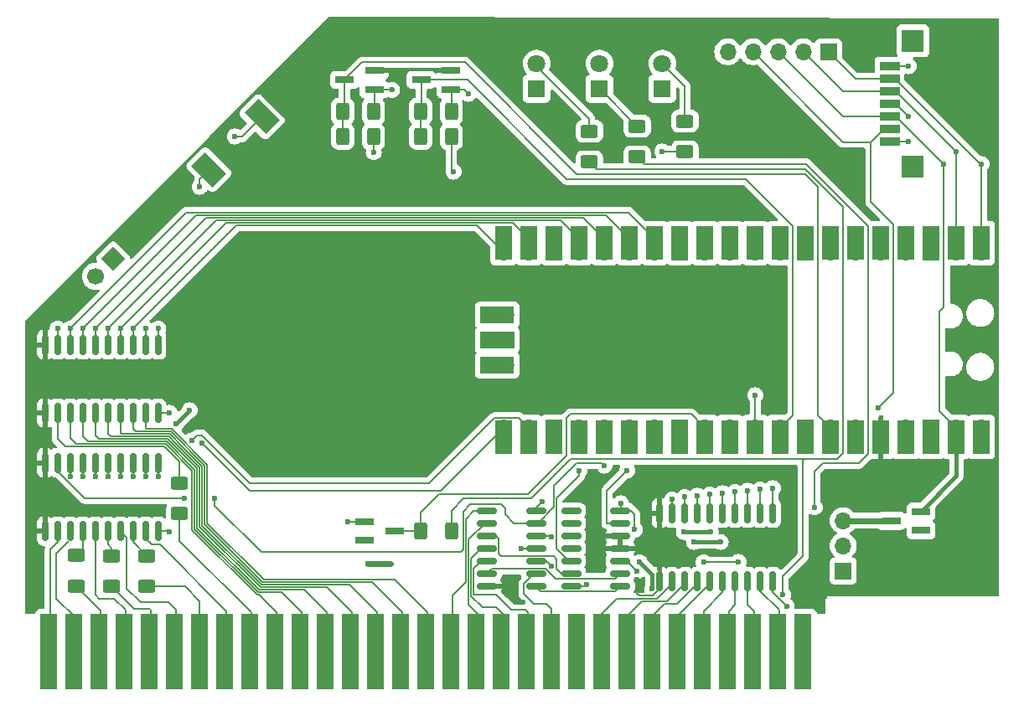
<source format=gbr>
%TF.GenerationSoftware,KiCad,Pcbnew,7.0.8*%
%TF.CreationDate,2024-01-21T15:21:42-06:00*%
%TF.ProjectId,ISA rev8,49534120-7265-4763-982e-6b696361645f,rev?*%
%TF.SameCoordinates,Original*%
%TF.FileFunction,Copper,L1,Top*%
%TF.FilePolarity,Positive*%
%FSLAX46Y46*%
G04 Gerber Fmt 4.6, Leading zero omitted, Abs format (unit mm)*
G04 Created by KiCad (PCBNEW 7.0.8) date 2024-01-21 15:21:42*
%MOMM*%
%LPD*%
G01*
G04 APERTURE LIST*
G04 Aperture macros list*
%AMRoundRect*
0 Rectangle with rounded corners*
0 $1 Rounding radius*
0 $2 $3 $4 $5 $6 $7 $8 $9 X,Y pos of 4 corners*
0 Add a 4 corners polygon primitive as box body*
4,1,4,$2,$3,$4,$5,$6,$7,$8,$9,$2,$3,0*
0 Add four circle primitives for the rounded corners*
1,1,$1+$1,$2,$3*
1,1,$1+$1,$4,$5*
1,1,$1+$1,$6,$7*
1,1,$1+$1,$8,$9*
0 Add four rect primitives between the rounded corners*
20,1,$1+$1,$2,$3,$4,$5,0*
20,1,$1+$1,$4,$5,$6,$7,0*
20,1,$1+$1,$6,$7,$8,$9,0*
20,1,$1+$1,$8,$9,$2,$3,0*%
%AMHorizOval*
0 Thick line with rounded ends*
0 $1 width*
0 $2 $3 position (X,Y) of the first rounded end (center of the circle)*
0 $4 $5 position (X,Y) of the second rounded end (center of the circle)*
0 Add line between two ends*
20,1,$1,$2,$3,$4,$5,0*
0 Add two circle primitives to create the rounded ends*
1,1,$1,$2,$3*
1,1,$1,$4,$5*%
%AMRotRect*
0 Rectangle, with rotation*
0 The origin of the aperture is its center*
0 $1 length*
0 $2 width*
0 $3 Rotation angle, in degrees counterclockwise*
0 Add horizontal line*
21,1,$1,$2,0,0,$3*%
G04 Aperture macros list end*
%TA.AperFunction,SMDPad,CuDef*%
%ADD10RoundRect,0.150000X0.150000X-0.837500X0.150000X0.837500X-0.150000X0.837500X-0.150000X-0.837500X0*%
%TD*%
%TA.AperFunction,SMDPad,CuDef*%
%ADD11R,1.900000X0.800000*%
%TD*%
%TA.AperFunction,ComponentPad*%
%ADD12R,1.800000X1.800000*%
%TD*%
%TA.AperFunction,ComponentPad*%
%ADD13C,1.800000*%
%TD*%
%TA.AperFunction,SMDPad,CuDef*%
%ADD14RoundRect,0.250000X-0.400000X-0.625000X0.400000X-0.625000X0.400000X0.625000X-0.400000X0.625000X0*%
%TD*%
%TA.AperFunction,SMDPad,CuDef*%
%ADD15RoundRect,0.250000X-0.625000X0.400000X-0.625000X-0.400000X0.625000X-0.400000X0.625000X0.400000X0*%
%TD*%
%TA.AperFunction,ComponentPad*%
%ADD16RotRect,1.700000X1.700000X315.000000*%
%TD*%
%TA.AperFunction,ComponentPad*%
%ADD17HorizOval,1.700000X0.000000X0.000000X0.000000X0.000000X0*%
%TD*%
%TA.AperFunction,SMDPad,CuDef*%
%ADD18R,2.000000X0.900000*%
%TD*%
%TA.AperFunction,ComponentPad*%
%ADD19R,2.300000X2.300000*%
%TD*%
%TA.AperFunction,SMDPad,CuDef*%
%ADD20RoundRect,0.250000X0.400000X0.625000X-0.400000X0.625000X-0.400000X-0.625000X0.400000X-0.625000X0*%
%TD*%
%TA.AperFunction,SMDPad,CuDef*%
%ADD21RoundRect,0.150000X0.825000X0.150000X-0.825000X0.150000X-0.825000X-0.150000X0.825000X-0.150000X0*%
%TD*%
%TA.AperFunction,ComponentPad*%
%ADD22R,1.700000X1.700000*%
%TD*%
%TA.AperFunction,ComponentPad*%
%ADD23O,1.700000X1.700000*%
%TD*%
%TA.AperFunction,SMDPad,CuDef*%
%ADD24RotRect,3.000000X2.000000X315.000000*%
%TD*%
%TA.AperFunction,SMDPad,CuDef*%
%ADD25R,1.700000X3.500000*%
%TD*%
%TA.AperFunction,SMDPad,CuDef*%
%ADD26R,3.500000X1.700000*%
%TD*%
%TA.AperFunction,ConnectorPad*%
%ADD27R,1.780000X7.620000*%
%TD*%
%TA.AperFunction,ViaPad*%
%ADD28C,0.600000*%
%TD*%
%TA.AperFunction,Conductor*%
%ADD29C,0.127000*%
%TD*%
%TA.AperFunction,Conductor*%
%ADD30C,0.600000*%
%TD*%
%TA.AperFunction,Conductor*%
%ADD31C,0.400000*%
%TD*%
%TA.AperFunction,Conductor*%
%ADD32C,0.200000*%
%TD*%
G04 APERTURE END LIST*
D10*
%TO.P,U4,1,A->B*%
%TO.N,+3V3*%
X102992000Y-102395500D03*
%TO.P,U4,2,A0*%
%TO.N,/BA8*%
X104262000Y-102395500D03*
%TO.P,U4,3,A1*%
%TO.N,/BA9*%
X105532000Y-102395500D03*
%TO.P,U4,4,A2*%
%TO.N,/BA10*%
X106802000Y-102395500D03*
%TO.P,U4,5,A3*%
%TO.N,/BA11*%
X108072000Y-102395500D03*
%TO.P,U4,6,A4*%
%TO.N,/BA12*%
X109342000Y-102395500D03*
%TO.P,U4,7,A5*%
%TO.N,/BA13*%
X110612000Y-102395500D03*
%TO.P,U4,8,A6*%
%TO.N,/BA14*%
X111882000Y-102395500D03*
%TO.P,U4,9,A7*%
%TO.N,/BA15*%
X113152000Y-102395500D03*
%TO.P,U4,10,GND*%
%TO.N,GND*%
X114422000Y-102395500D03*
%TO.P,U4,11,B7*%
%TO.N,/PA7*%
X114422000Y-95470500D03*
%TO.P,U4,12,B6*%
%TO.N,/PA6*%
X113152000Y-95470500D03*
%TO.P,U4,13,B5*%
%TO.N,/PA5*%
X111882000Y-95470500D03*
%TO.P,U4,14,B4*%
%TO.N,/PA4*%
X110612000Y-95470500D03*
%TO.P,U4,15,B3*%
%TO.N,/PA3*%
X109342000Y-95470500D03*
%TO.P,U4,16,B2*%
%TO.N,/PA2*%
X108072000Y-95470500D03*
%TO.P,U4,17,B1*%
%TO.N,/PA1*%
X106802000Y-95470500D03*
%TO.P,U4,18,B0*%
%TO.N,/PA0*%
X105532000Y-95470500D03*
%TO.P,U4,19,CE*%
%TO.N,Net-(U4-CE)*%
X104262000Y-95470500D03*
%TO.P,U4,20,VCC*%
%TO.N,+3V3*%
X102992000Y-95470500D03*
%TD*%
D11*
%TO.P,D3,1*%
%TO.N,GND*%
X136247000Y-69657000D03*
%TO.P,D3,2*%
%TO.N,+3V3*%
X136247000Y-67757000D03*
%TO.P,D3,3*%
%TO.N,/+12Vmon*%
X133247000Y-68707000D03*
%TD*%
D12*
%TO.P,D2,1,K*%
%TO.N,Net-(D2-K)*%
X159004000Y-69596000D03*
D13*
%TO.P,D2,2,A*%
%TO.N,GND*%
X159004000Y-67056000D03*
%TD*%
D14*
%TO.P,R13,1*%
%TO.N,/+12Vmon*%
X133070000Y-71882000D03*
%TO.P,R13,2*%
%TO.N,GND*%
X136170000Y-71882000D03*
%TD*%
D15*
%TO.P,R6,1*%
%TO.N,/BA6*%
X113279000Y-116814000D03*
%TO.P,R6,2*%
%TO.N,Net-(J1-BA06)*%
X113279000Y-119914000D03*
%TD*%
D12*
%TO.P,D4,1,K*%
%TO.N,GND*%
X152654000Y-69596000D03*
D13*
%TO.P,D4,2,A*%
%TO.N,Net-(D4-A)*%
X152654000Y-67056000D03*
%TD*%
D15*
%TO.P,R5,1*%
%TO.N,/BA8*%
X116581000Y-109448000D03*
%TO.P,R5,2*%
%TO.N,Net-(J1-BA08)*%
X116581000Y-112548000D03*
%TD*%
D11*
%TO.P,D7,1*%
%TO.N,unconnected-(D7-Pad1)*%
X191492000Y-114234000D03*
%TO.P,D7,2*%
%TO.N,+5V*%
X191492000Y-112334000D03*
%TO.P,D7,3*%
%TO.N,Net-(J3-Pin_3)*%
X188492000Y-113284000D03*
%TD*%
D16*
%TO.P,J5,1,Pin_1*%
%TO.N,Net-(BZ1--)*%
X109867561Y-86763794D03*
D17*
%TO.P,J5,2,Pin_2*%
%TO.N,Net-(BZ1-+)*%
X108071510Y-88559845D03*
%TD*%
D15*
%TO.P,R4,1*%
%TO.N,Net-(D2-K)*%
X162814000Y-73380000D03*
%TO.P,R4,2*%
%TO.N,Net-(J1--5V)*%
X162814000Y-76480000D03*
%TD*%
D11*
%TO.P,D6,1,K*%
%TO.N,/ISAreset*%
X138279000Y-114300000D03*
%TO.P,D6,2,A*%
%TO.N,GND*%
X135279000Y-113350000D03*
%TO.P,D6,3*%
%TO.N,N/C*%
X135279000Y-115250000D03*
%TD*%
D18*
%TO.P,J2,1,Pin_1*%
%TO.N,GND*%
X188314000Y-67318000D03*
%TO.P,J2,2,Pin_2*%
%TO.N,/I2C_SDA*%
X188314000Y-68588000D03*
%TO.P,J2,3,Pin_3*%
%TO.N,/I2C_SCL*%
X188314000Y-69858000D03*
%TO.P,J2,4,Pin_4*%
%TO.N,GND*%
X188314000Y-71128000D03*
%TO.P,J2,5,Pin_5*%
%TO.N,+5V*%
X188314000Y-72398000D03*
%TO.P,J2,6,Pin_6*%
%TO.N,/remoteIRQ*%
X188314000Y-73668000D03*
%TO.P,J2,7,Pin_7*%
%TO.N,GND*%
X188314000Y-74938000D03*
D19*
%TO.P,J2,8*%
%TO.N,N/C*%
X190674000Y-77498000D03*
%TO.P,J2,9*%
X190674000Y-64758000D03*
%TD*%
D10*
%TO.P,U3,1,A->B*%
%TO.N,+3V3*%
X165100000Y-119413500D03*
%TO.P,U3,2,A0*%
%TO.N,/BD0*%
X166370000Y-119413500D03*
%TO.P,U3,3,A1*%
%TO.N,/BD1*%
X167640000Y-119413500D03*
%TO.P,U3,4,A2*%
%TO.N,/BD2*%
X168910000Y-119413500D03*
%TO.P,U3,5,A3*%
%TO.N,/BD3*%
X170180000Y-119413500D03*
%TO.P,U3,6,A4*%
%TO.N,/BD4*%
X171450000Y-119413500D03*
%TO.P,U3,7,A5*%
%TO.N,/BD5*%
X172720000Y-119413500D03*
%TO.P,U3,8,A6*%
%TO.N,/BD6*%
X173990000Y-119413500D03*
%TO.P,U3,9,A7*%
%TO.N,/BD7*%
X175260000Y-119413500D03*
%TO.P,U3,10,GND*%
%TO.N,GND*%
X176530000Y-119413500D03*
%TO.P,U3,11,B7*%
%TO.N,/PD7*%
X176530000Y-112488500D03*
%TO.P,U3,12,B6*%
%TO.N,/PD6*%
X175260000Y-112488500D03*
%TO.P,U3,13,B5*%
%TO.N,/PD5*%
X173990000Y-112488500D03*
%TO.P,U3,14,B4*%
%TO.N,/PD4*%
X172720000Y-112488500D03*
%TO.P,U3,15,B3*%
%TO.N,/PD3*%
X171450000Y-112488500D03*
%TO.P,U3,16,B2*%
%TO.N,/PD2*%
X170180000Y-112488500D03*
%TO.P,U3,17,B1*%
%TO.N,/PD1*%
X168910000Y-112488500D03*
%TO.P,U3,18,B0*%
%TO.N,/PD0*%
X167640000Y-112488500D03*
%TO.P,U3,19,CE*%
%TO.N,GND*%
X166370000Y-112488500D03*
%TO.P,U3,20,VCC*%
%TO.N,+3V3*%
X165100000Y-112488500D03*
%TD*%
D20*
%TO.P,R9,1*%
%TO.N,+12V*%
X136170000Y-74422000D03*
%TO.P,R9,2*%
%TO.N,/+12Vmon*%
X133070000Y-74422000D03*
%TD*%
%TO.P,R1,1*%
%TO.N,+5VL*%
X144044000Y-74422000D03*
%TO.P,R1,2*%
%TO.N,/+5Vmon*%
X140944000Y-74422000D03*
%TD*%
D11*
%TO.P,D1,1*%
%TO.N,GND*%
X143994000Y-69657000D03*
%TO.P,D1,2*%
%TO.N,+3V3*%
X143994000Y-67757000D03*
%TO.P,D1,3*%
%TO.N,/+5Vmon*%
X140994000Y-68707000D03*
%TD*%
D21*
%TO.P,U1,1*%
%TO.N,Net-(U1-Pad1)*%
X152589000Y-119888000D03*
%TO.P,U1,2*%
%TO.N,Net-(J1-AEN)*%
X152589000Y-118618000D03*
%TO.P,U1,3*%
%TO.N,/IOW*%
X152589000Y-117348000D03*
%TO.P,U1,4*%
%TO.N,Net-(U4-CE)*%
X152589000Y-116078000D03*
%TO.P,U1,5*%
%TO.N,GND*%
X152589000Y-114808000D03*
%TO.P,U1,6*%
%TO.N,/CEbyte*%
X152589000Y-113538000D03*
%TO.P,U1,7,GND*%
%TO.N,GND*%
X152589000Y-112268000D03*
%TO.P,U1,8*%
%TO.N,Net-(J1-BA16)*%
X147639000Y-112268000D03*
%TO.P,U1,9*%
%TO.N,Net-(J1-BA17)*%
X147639000Y-113538000D03*
%TO.P,U1,10*%
%TO.N,Net-(U1-Pad10)*%
X147639000Y-114808000D03*
%TO.P,U1,11*%
%TO.N,Net-(J1-BA18)*%
X147639000Y-116078000D03*
%TO.P,U1,12*%
%TO.N,Net-(J1-BA19)*%
X147639000Y-117348000D03*
%TO.P,U1,13*%
%TO.N,Net-(U1-Pad13)*%
X147639000Y-118618000D03*
%TO.P,U1,14,VCC*%
%TO.N,+3V3*%
X147639000Y-119888000D03*
%TD*%
D15*
%TO.P,R7,1*%
%TO.N,/BA4*%
X109723000Y-116814000D03*
%TO.P,R7,2*%
%TO.N,Net-(J1-BA04)*%
X109723000Y-119914000D03*
%TD*%
%TO.P,R8,1*%
%TO.N,/BA2*%
X106167000Y-116788000D03*
%TO.P,R8,2*%
%TO.N,Net-(J1-BA02)*%
X106167000Y-119888000D03*
%TD*%
D14*
%TO.P,R2,1*%
%TO.N,/+5Vmon*%
X140944000Y-71882000D03*
%TO.P,R2,2*%
%TO.N,GND*%
X144044000Y-71882000D03*
%TD*%
D12*
%TO.P,D5,1,K*%
%TO.N,GND*%
X165354000Y-69596000D03*
D13*
%TO.P,D5,2,A*%
%TO.N,Net-(D5-A)*%
X165354000Y-67056000D03*
%TD*%
D22*
%TO.P,J3,1,Pin_1*%
%TO.N,unconnected-(J3-Pin_1-Pad1)*%
X183642000Y-118349000D03*
D23*
%TO.P,J3,2,Pin_2*%
%TO.N,+5VL*%
X183642000Y-115809000D03*
%TO.P,J3,3,Pin_3*%
%TO.N,Net-(J3-Pin_3)*%
X183642000Y-113269000D03*
%TD*%
D15*
%TO.P,R14,1*%
%TO.N,Net-(D5-A)*%
X167640000Y-72872000D03*
%TO.P,R14,2*%
%TO.N,Net-(J1--12V)*%
X167640000Y-75972000D03*
%TD*%
D24*
%TO.P,BZ1,1,-*%
%TO.N,Net-(BZ1--)*%
X124921868Y-72420453D03*
%TO.P,BZ1,2,+*%
%TO.N,Net-(BZ1-+)*%
X119550260Y-77774241D03*
%TD*%
D15*
%TO.P,R3,1*%
%TO.N,Net-(D4-A)*%
X157988000Y-73888000D03*
%TO.P,R3,2*%
%TO.N,Net-(J1-RESET)*%
X157988000Y-76988000D03*
%TD*%
D23*
%TO.P,U6,1,GPIO0*%
%TO.N,/I2C_SDA*%
X197612000Y-86106000D03*
D25*
X197612000Y-85206000D03*
D23*
%TO.P,U6,2,GPIO1*%
%TO.N,/I2C_SCL*%
X195072000Y-86106000D03*
D25*
X195072000Y-85206000D03*
D22*
%TO.P,U6,3,GND*%
%TO.N,GND*%
X192532000Y-86106000D03*
D25*
X192532000Y-85206000D03*
D23*
%TO.P,U6,4,GPIO2*%
%TO.N,/PD0*%
X189992000Y-86106000D03*
D25*
X189992000Y-85206000D03*
D23*
%TO.P,U6,5,GPIO3*%
%TO.N,/PD1*%
X187452000Y-86106000D03*
D25*
X187452000Y-85206000D03*
D23*
%TO.P,U6,6,GPIO4*%
%TO.N,/PD2*%
X184912000Y-86106000D03*
D25*
X184912000Y-85206000D03*
D23*
%TO.P,U6,7,GPIO5*%
%TO.N,/PD3*%
X182372000Y-86106000D03*
D25*
X182372000Y-85206000D03*
D22*
%TO.P,U6,8,GND*%
%TO.N,unconnected-(U6-GND-Pad8)*%
X179832000Y-86106000D03*
D25*
X179832000Y-85206000D03*
D23*
%TO.P,U6,9,GPIO6*%
%TO.N,/PD4*%
X177292000Y-86106000D03*
D25*
X177292000Y-85206000D03*
D23*
%TO.P,U6,10,GPIO7*%
%TO.N,/PD5*%
X174752000Y-86106000D03*
D25*
X174752000Y-85206000D03*
D23*
%TO.P,U6,11,GPIO8*%
%TO.N,/PD6*%
X172212000Y-86106000D03*
D25*
X172212000Y-85206000D03*
D23*
%TO.P,U6,12,GPIO9*%
%TO.N,/PD7*%
X169672000Y-86106000D03*
D25*
X169672000Y-85206000D03*
D22*
%TO.P,U6,13,GND*%
%TO.N,GND*%
X167132000Y-86106000D03*
D25*
X167132000Y-85206000D03*
D23*
%TO.P,U6,14,GPIO10*%
%TO.N,/PA0*%
X164592000Y-86106000D03*
D25*
X164592000Y-85206000D03*
D23*
%TO.P,U6,15,GPIO11*%
%TO.N,/PA1*%
X162052000Y-86106000D03*
D25*
X162052000Y-85206000D03*
D23*
%TO.P,U6,16,GPIO12*%
%TO.N,/PA2*%
X159512000Y-86106000D03*
D25*
X159512000Y-85206000D03*
D23*
%TO.P,U6,17,GPIO13*%
%TO.N,/PA3*%
X156972000Y-86106000D03*
D25*
X156972000Y-85206000D03*
D22*
%TO.P,U6,18,GND*%
%TO.N,GND*%
X154432000Y-86106000D03*
D25*
X154432000Y-85206000D03*
D23*
%TO.P,U6,19,GPIO14*%
%TO.N,/PA4*%
X151892000Y-86106000D03*
D25*
X151892000Y-85206000D03*
D23*
%TO.P,U6,20,GPIO15*%
%TO.N,/PA5*%
X149352000Y-86106000D03*
D25*
X149352000Y-85206000D03*
D23*
%TO.P,U6,21,GPIO16*%
%TO.N,/PA6*%
X149352000Y-103886000D03*
D25*
X149352000Y-104786000D03*
D23*
%TO.P,U6,22,GPIO17*%
%TO.N,/PA7*%
X151892000Y-103886000D03*
D25*
X151892000Y-104786000D03*
D22*
%TO.P,U6,23,GND*%
%TO.N,GND*%
X154432000Y-103886000D03*
D25*
X154432000Y-104786000D03*
D23*
%TO.P,U6,24,GPIO18*%
%TO.N,/busReady*%
X156972000Y-103886000D03*
D25*
X156972000Y-104786000D03*
D23*
%TO.P,U6,25,GPIO19*%
%TO.N,/CEbyte*%
X159512000Y-103886000D03*
D25*
X159512000Y-104786000D03*
D23*
%TO.P,U6,26,GPIO20*%
%TO.N,/ISAclk*%
X162052000Y-103886000D03*
D25*
X162052000Y-104786000D03*
D23*
%TO.P,U6,27,GPIO21*%
%TO.N,/remoteIRQ*%
X164592000Y-103886000D03*
D25*
X164592000Y-104786000D03*
D22*
%TO.P,U6,28,GND*%
%TO.N,GND*%
X167132000Y-103886000D03*
D25*
X167132000Y-104786000D03*
D23*
%TO.P,U6,29,GPIO22*%
%TO.N,/ISAreset*%
X169672000Y-103886000D03*
D25*
X169672000Y-104786000D03*
D23*
%TO.P,U6,30,RUN*%
%TO.N,/picoReset*%
X172212000Y-103886000D03*
D25*
X172212000Y-104786000D03*
D23*
%TO.P,U6,31,GPIO26_ADC0*%
%TO.N,/revDetect*%
X174752000Y-103886000D03*
D25*
X174752000Y-104786000D03*
D23*
%TO.P,U6,32,GPIO27_ADC1*%
%TO.N,/+5Vmon*%
X177292000Y-103886000D03*
D25*
X177292000Y-104786000D03*
D22*
%TO.P,U6,33,AGND*%
%TO.N,GND*%
X179832000Y-103886000D03*
D25*
X179832000Y-104786000D03*
D23*
%TO.P,U6,34,GPIO28_ADC2*%
%TO.N,/+12Vmon*%
X182372000Y-103886000D03*
D25*
X182372000Y-104786000D03*
D23*
%TO.P,U6,35,ADC_VREF*%
%TO.N,unconnected-(U6-ADC_VREF-Pad35)*%
X184912000Y-103886000D03*
D25*
X184912000Y-104786000D03*
D23*
%TO.P,U6,36,3V3*%
%TO.N,+3V3*%
X187452000Y-103886000D03*
D25*
X187452000Y-104786000D03*
D23*
%TO.P,U6,37,3V3_EN*%
%TO.N,unconnected-(U6-3V3_EN-Pad37)*%
X189992000Y-103886000D03*
D25*
X189992000Y-104786000D03*
D22*
%TO.P,U6,38,GND*%
%TO.N,GND*%
X192532000Y-103886000D03*
D25*
X192532000Y-104786000D03*
D23*
%TO.P,U6,39,VSYS*%
%TO.N,+5V*%
X195072000Y-103886000D03*
D25*
X195072000Y-104786000D03*
D23*
%TO.P,U6,40,VBUS*%
%TO.N,unconnected-(U6-VBUS-Pad40)*%
X197612000Y-103886000D03*
D25*
X197612000Y-104786000D03*
D23*
%TO.P,U6,41,SWCLK*%
%TO.N,unconnected-(U6-SWCLK-Pad41)*%
X149582000Y-92456000D03*
D26*
X148682000Y-92456000D03*
D22*
%TO.P,U6,42,GND*%
%TO.N,unconnected-(U6-GND-Pad42)*%
X149582000Y-94996000D03*
D26*
X148682000Y-94996000D03*
D23*
%TO.P,U6,43,SWDIO*%
%TO.N,unconnected-(U6-SWDIO-Pad43)*%
X149582000Y-97536000D03*
D26*
X148682000Y-97536000D03*
%TD*%
D14*
%TO.P,R12,1*%
%TO.N,/ISAreset*%
X140944000Y-114300000D03*
%TO.P,R12,2*%
%TO.N,Net-(J1-RESET)*%
X144044000Y-114300000D03*
%TD*%
D21*
%TO.P,U2,1*%
%TO.N,Net-(U1-Pad1)*%
X161098000Y-119888000D03*
%TO.P,U2,2*%
%TO.N,Net-(U1-Pad13)*%
X161098000Y-118618000D03*
%TO.P,U2,3*%
%TO.N,Net-(J1-CLK)*%
X161098000Y-117348000D03*
%TO.P,U2,4*%
%TO.N,+3V3*%
X161098000Y-116078000D03*
%TO.P,U2,5*%
X161098000Y-114808000D03*
%TO.P,U2,6*%
%TO.N,/ISAclk*%
X161098000Y-113538000D03*
%TO.P,U2,7,GND*%
%TO.N,GND*%
X161098000Y-112268000D03*
%TO.P,U2,8*%
%TO.N,N/C*%
X156148000Y-112268000D03*
%TO.P,U2,9*%
X156148000Y-113538000D03*
%TO.P,U2,10*%
X156148000Y-114808000D03*
%TO.P,U2,11*%
X156148000Y-116078000D03*
%TO.P,U2,12*%
%TO.N,/busReady*%
X156148000Y-117348000D03*
%TO.P,U2,13*%
%TO.N,Net-(U1-Pad10)*%
X156148000Y-118618000D03*
%TO.P,U2,14,VCC*%
%TO.N,+3V3*%
X156148000Y-119888000D03*
%TD*%
D27*
%TO.P,J1,32,IO*%
%TO.N,unconnected-(J1-IO-Pad32)*%
X179583000Y-126492000D03*
%TO.P,J1,33,DB7*%
%TO.N,/BD7*%
X177043000Y-126492000D03*
%TO.P,J1,34,DB6*%
%TO.N,/BD6*%
X174503000Y-126492000D03*
%TO.P,J1,35,DB5*%
%TO.N,/BD5*%
X171963000Y-126492000D03*
%TO.P,J1,36,DB4*%
%TO.N,/BD4*%
X169423000Y-126492000D03*
%TO.P,J1,37,DB3*%
%TO.N,/BD3*%
X166883000Y-126492000D03*
%TO.P,J1,38,DB2*%
%TO.N,/BD2*%
X164343000Y-126492000D03*
%TO.P,J1,39,DB1*%
%TO.N,/BD1*%
X161803000Y-126492000D03*
%TO.P,J1,40,DB0*%
%TO.N,/BD0*%
X159263000Y-126492000D03*
%TO.P,J1,41,IO_READY*%
%TO.N,unconnected-(J1-IO_READY-Pad41)*%
X156723000Y-126492000D03*
%TO.P,J1,42,AEN*%
%TO.N,Net-(J1-AEN)*%
X154183000Y-126492000D03*
%TO.P,J1,43,BA19*%
%TO.N,Net-(J1-BA19)*%
X151643000Y-126492000D03*
%TO.P,J1,44,BA18*%
%TO.N,Net-(J1-BA18)*%
X149103000Y-126492000D03*
%TO.P,J1,45,BA17*%
%TO.N,Net-(J1-BA17)*%
X146563000Y-126492000D03*
%TO.P,J1,46,BA16*%
%TO.N,Net-(J1-BA16)*%
X144023000Y-126492000D03*
%TO.P,J1,47,BA15*%
%TO.N,/BA15*%
X141483000Y-126492000D03*
%TO.P,J1,48,BA14*%
%TO.N,/BA14*%
X138943000Y-126492000D03*
%TO.P,J1,49,BA13*%
%TO.N,/BA13*%
X136403000Y-126492000D03*
%TO.P,J1,50,BA12*%
%TO.N,/BA12*%
X133863000Y-126492000D03*
%TO.P,J1,51,BA11*%
%TO.N,/BA11*%
X131323000Y-126492000D03*
%TO.P,J1,52,BA10*%
%TO.N,/BA10*%
X128783000Y-126492000D03*
%TO.P,J1,53,BA09*%
%TO.N,/BA9*%
X126243000Y-126492000D03*
%TO.P,J1,54,BA08*%
%TO.N,Net-(J1-BA08)*%
X123703000Y-126492000D03*
%TO.P,J1,55,BA07*%
%TO.N,/BA7*%
X121163000Y-126492000D03*
%TO.P,J1,56,BA06*%
%TO.N,Net-(J1-BA06)*%
X118623000Y-126492000D03*
%TO.P,J1,57,BA05*%
%TO.N,/BA5*%
X116083000Y-126492000D03*
%TO.P,J1,58,BA04*%
%TO.N,Net-(J1-BA04)*%
X113543000Y-126492000D03*
%TO.P,J1,59,BA03*%
%TO.N,/BA3*%
X111003000Y-126492000D03*
%TO.P,J1,60,BA02*%
%TO.N,Net-(J1-BA02)*%
X108463000Y-126492000D03*
%TO.P,J1,61,BA01*%
%TO.N,/BA1*%
X105923000Y-126492000D03*
%TO.P,J1,62,BA00*%
%TO.N,/BA0*%
X103383000Y-126492000D03*
%TD*%
D10*
%TO.P,U5,1,A->B*%
%TO.N,+3V3*%
X102992000Y-114333500D03*
%TO.P,U5,2,A0*%
%TO.N,/BA0*%
X104262000Y-114333500D03*
%TO.P,U5,3,A1*%
%TO.N,/BA1*%
X105532000Y-114333500D03*
%TO.P,U5,4,A2*%
%TO.N,/BA2*%
X106802000Y-114333500D03*
%TO.P,U5,5,A3*%
%TO.N,/BA3*%
X108072000Y-114333500D03*
%TO.P,U5,6,A4*%
%TO.N,/BA4*%
X109342000Y-114333500D03*
%TO.P,U5,7,A5*%
%TO.N,/BA5*%
X110612000Y-114333500D03*
%TO.P,U5,8,A6*%
%TO.N,/BA6*%
X111882000Y-114333500D03*
%TO.P,U5,9,A7*%
%TO.N,/BA7*%
X113152000Y-114333500D03*
%TO.P,U5,10,GND*%
%TO.N,GND*%
X114422000Y-114333500D03*
%TO.P,U5,11,B7*%
%TO.N,/PA7*%
X114422000Y-107408500D03*
%TO.P,U5,12,B6*%
%TO.N,/PA6*%
X113152000Y-107408500D03*
%TO.P,U5,13,B5*%
%TO.N,/PA5*%
X111882000Y-107408500D03*
%TO.P,U5,14,B4*%
%TO.N,/PA4*%
X110612000Y-107408500D03*
%TO.P,U5,15,B3*%
%TO.N,/PA3*%
X109342000Y-107408500D03*
%TO.P,U5,16,B2*%
%TO.N,/PA2*%
X108072000Y-107408500D03*
%TO.P,U5,17,B1*%
%TO.N,/PA1*%
X106802000Y-107408500D03*
%TO.P,U5,18,B0*%
%TO.N,/PA0*%
X105532000Y-107408500D03*
%TO.P,U5,19,CE*%
%TO.N,/CEbyte*%
X104262000Y-107408500D03*
%TO.P,U5,20,VCC*%
%TO.N,+3V3*%
X102992000Y-107408500D03*
%TD*%
D22*
%TO.P,J4,1,Pin_1*%
%TO.N,/I2C_SDA*%
X182138000Y-65868000D03*
D23*
%TO.P,J4,2,Pin_2*%
%TO.N,/I2C_SCL*%
X179598000Y-65868000D03*
%TO.P,J4,3,Pin_3*%
%TO.N,+5V*%
X177058000Y-65868000D03*
%TO.P,J4,4,Pin_4*%
%TO.N,/remoteIRQ*%
X174518000Y-65868000D03*
%TO.P,J4,5,Pin_5*%
%TO.N,GND*%
X171978000Y-65868000D03*
%TD*%
D28*
%TO.N,+3V3*%
X176149000Y-91948000D03*
%TO.N,GND*%
X154178000Y-114935000D03*
X177927000Y-121920000D03*
X163068000Y-117475000D03*
X164338000Y-120142000D03*
X153212800Y-111353600D03*
X116205000Y-103505000D03*
X133538000Y-113350000D03*
X190246000Y-67310000D03*
X138049000Y-69723000D03*
X170230800Y-114401600D03*
X115570000Y-114427000D03*
X145796000Y-70104000D03*
X167538400Y-114401600D03*
X190246000Y-72390000D03*
X171246800Y-115417600D03*
X162560000Y-114173000D03*
X115570000Y-102362000D03*
X168554400Y-115417600D03*
X190246000Y-74930000D03*
X166370000Y-111125000D03*
X117602000Y-102108000D03*
X137922000Y-117602000D03*
X135636000Y-117602000D03*
X161163000Y-111506000D03*
%TO.N,+3V3*%
X178562000Y-109982000D03*
X104394000Y-98806000D03*
X103124000Y-111252000D03*
X140462000Y-81026000D03*
X123444000Y-84582000D03*
X181864000Y-108966000D03*
X150241000Y-119126000D03*
X123444000Y-81026000D03*
X157734000Y-119761000D03*
X140462000Y-84582000D03*
X181864000Y-109982000D03*
X162814000Y-119253000D03*
X151257000Y-121539000D03*
X167005000Y-117856000D03*
X178562000Y-108966000D03*
X164465000Y-114681000D03*
%TO.N,Net-(BZ1--)*%
X122174000Y-74422000D03*
%TO.N,Net-(BZ1-+)*%
X118618000Y-79502000D03*
%TO.N,/busReady*%
X156972000Y-108204000D03*
%TO.N,+5VL*%
X144272000Y-77978000D03*
%TO.N,Net-(J1-RESET)*%
X177546000Y-120777000D03*
%TO.N,/IOW*%
X154178000Y-117856000D03*
%TO.N,Net-(J1--5V)*%
X173056430Y-117430430D03*
X180756011Y-111922011D03*
X169545000Y-117475000D03*
%TO.N,Net-(J1--12V)*%
X165354000Y-75946000D03*
%TO.N,Net-(J1-CLK)*%
X162814000Y-118364000D03*
%TO.N,+5V*%
X193802000Y-77216000D03*
%TO.N,+12V*%
X136207500Y-76009500D03*
%TO.N,/I2C_SDA*%
X197612000Y-77216000D03*
%TO.N,/I2C_SCL*%
X195072000Y-75946000D03*
%TO.N,/PD7*%
X176530000Y-109982000D03*
%TO.N,/PD6*%
X175260000Y-110109000D03*
%TO.N,/PD5*%
X173990000Y-110236000D03*
%TO.N,/PD4*%
X172720000Y-110363000D03*
%TO.N,/PD3*%
X171450000Y-110490000D03*
%TO.N,/PD2*%
X170180000Y-110617000D03*
%TO.N,/PD1*%
X168910000Y-110744000D03*
%TO.N,/PD0*%
X167640000Y-110871000D03*
%TO.N,/PA7*%
X114427000Y-93853000D03*
X117856000Y-105156000D03*
X114427000Y-108839000D03*
%TO.N,/PA6*%
X118872000Y-105410000D03*
X113157000Y-108839000D03*
X113157000Y-93853000D03*
%TO.N,/PA5*%
X111882000Y-93858000D03*
X111887000Y-108839000D03*
%TO.N,/PA4*%
X110617000Y-108839000D03*
X110617000Y-93853000D03*
%TO.N,/PA3*%
X109347000Y-108839000D03*
X109347000Y-93853000D03*
%TO.N,/PA2*%
X108077000Y-108839000D03*
X108077000Y-93853000D03*
%TO.N,/PA1*%
X106807000Y-108839000D03*
X106807000Y-93853000D03*
%TO.N,/PA0*%
X105532000Y-108834000D03*
X105537000Y-93853000D03*
%TO.N,/revDetect*%
X174752000Y-100584000D03*
%TO.N,Net-(U4-CE)*%
X104267000Y-93853000D03*
X151130000Y-116078000D03*
%TO.N,/CEbyte*%
X159512000Y-107696000D03*
X117094000Y-110998000D03*
X120142000Y-110998000D03*
%TO.N,/ISAclk*%
X161798000Y-108204000D03*
%TO.N,/remoteIRQ*%
X187198000Y-101854000D03*
%TD*%
D29*
%TO.N,Net-(D5-A)*%
X167640000Y-69342000D02*
X165354000Y-67056000D01*
X167640000Y-72872000D02*
X167640000Y-69342000D01*
%TO.N,GND*%
X152589000Y-112268000D02*
X152589000Y-111977400D01*
X176530000Y-119413500D02*
X176530000Y-120523000D01*
D30*
X135636000Y-117602000D02*
X137922000Y-117602000D01*
D29*
X161163000Y-111506000D02*
X161163000Y-112203000D01*
X137983000Y-69657000D02*
X138049000Y-69723000D01*
D31*
X168554400Y-115417600D02*
X171246800Y-115417600D01*
D32*
X115476500Y-114333500D02*
X115570000Y-114427000D01*
D29*
X152589000Y-111977400D02*
X153212800Y-111353600D01*
D32*
X190246000Y-72390000D02*
X188984000Y-71128000D01*
X188322000Y-67310000D02*
X188314000Y-67318000D01*
D29*
X136170000Y-71882000D02*
X136247000Y-71805000D01*
D32*
X114422000Y-114333500D02*
X115476500Y-114333500D01*
D31*
X163068000Y-117475000D02*
X164338000Y-118745000D01*
D29*
X166370000Y-112488500D02*
X166370000Y-111125000D01*
X161163000Y-112203000D02*
X161098000Y-112268000D01*
X145349000Y-69657000D02*
X143994000Y-69657000D01*
X145796000Y-70104000D02*
X145349000Y-69657000D01*
X162560000Y-112649000D02*
X162560000Y-114173000D01*
X162179000Y-112268000D02*
X162560000Y-112649000D01*
D32*
X115570000Y-102362000D02*
X115536500Y-102395500D01*
X152589000Y-112268000D02*
X153035000Y-112268000D01*
X135279000Y-113350000D02*
X133538000Y-113350000D01*
D29*
X144044000Y-69707000D02*
X144044000Y-71882000D01*
X136247000Y-69657000D02*
X137983000Y-69657000D01*
D32*
X188984000Y-71128000D02*
X188314000Y-71128000D01*
X190246000Y-74930000D02*
X188322000Y-74930000D01*
X152589000Y-114808000D02*
X154051000Y-114808000D01*
D31*
X116205000Y-103505000D02*
X117602000Y-102108000D01*
D29*
X136247000Y-71805000D02*
X136247000Y-69657000D01*
D32*
X114422000Y-102395500D02*
X115536500Y-102395500D01*
X154051000Y-114808000D02*
X154178000Y-114935000D01*
D31*
X164338000Y-118745000D02*
X164338000Y-120142000D01*
D32*
X190246000Y-67310000D02*
X188322000Y-67310000D01*
D29*
X176530000Y-120523000D02*
X177927000Y-121920000D01*
X143994000Y-69657000D02*
X144044000Y-69707000D01*
D31*
X167538400Y-114401600D02*
X170230800Y-114401600D01*
D29*
X161098000Y-112268000D02*
X162179000Y-112268000D01*
D32*
X188322000Y-74930000D02*
X188314000Y-74938000D01*
%TO.N,+3V3*%
X162814000Y-119253000D02*
X162814000Y-120650000D01*
D29*
X156148000Y-119888000D02*
X157607000Y-119888000D01*
D32*
X164374020Y-120867980D02*
X165100000Y-120142000D01*
D29*
X161098000Y-114808000D02*
X161098000Y-116078000D01*
D32*
X163031980Y-120867980D02*
X164374020Y-120867980D01*
X102992000Y-114333500D02*
X102992000Y-111384000D01*
X102992000Y-111384000D02*
X103124000Y-111252000D01*
D29*
X157607000Y-119888000D02*
X157734000Y-119761000D01*
D32*
X162814000Y-120650000D02*
X163031980Y-120867980D01*
D29*
X165100000Y-120142000D02*
X165100000Y-119413500D01*
%TO.N,/+12Vmon*%
X145415000Y-66929000D02*
X156718000Y-78232000D01*
X181102000Y-79502000D02*
X181102000Y-102616000D01*
X133070000Y-71882000D02*
X133070000Y-74422000D01*
X135025000Y-66929000D02*
X145415000Y-66929000D01*
X133070000Y-71882000D02*
X133247000Y-71705000D01*
X133247000Y-71705000D02*
X133247000Y-68707000D01*
X179832000Y-78232000D02*
X181102000Y-79502000D01*
X156718000Y-78232000D02*
X164846000Y-78232000D01*
X133247000Y-68707000D02*
X135025000Y-66929000D01*
X164846000Y-78232000D02*
X179832000Y-78232000D01*
X181102000Y-102616000D02*
X182372000Y-103886000D01*
%TO.N,Net-(BZ1--)*%
X122174000Y-74422000D02*
X122920321Y-74422000D01*
X122920321Y-74422000D02*
X124921868Y-72420453D01*
%TO.N,Net-(BZ1-+)*%
X118618000Y-78706501D02*
X119550260Y-77774241D01*
X118618000Y-79502000D02*
X118618000Y-78706501D01*
%TO.N,/+5Vmon*%
X178562000Y-102616000D02*
X177292000Y-103886000D01*
X140944000Y-74422000D02*
X140944000Y-71882000D01*
X155702000Y-78740000D02*
X173806022Y-78740000D01*
X140994000Y-68707000D02*
X145669000Y-68707000D01*
X140944000Y-71882000D02*
X140994000Y-71832000D01*
X145669000Y-68707000D02*
X155702000Y-78740000D01*
X178562000Y-83495978D02*
X178562000Y-102616000D01*
X140994000Y-71832000D02*
X140994000Y-68707000D01*
X173806022Y-78740000D02*
X178562000Y-83495978D01*
%TO.N,/ISAreset*%
X168275000Y-102489000D02*
X169672000Y-103886000D01*
X155702000Y-106680000D02*
X155702000Y-102870000D01*
X140944000Y-112421000D02*
X142772011Y-110592989D01*
X151789011Y-110592989D02*
X155702000Y-106680000D01*
X155702000Y-102870000D02*
X156083000Y-102489000D01*
X140944000Y-114300000D02*
X138279000Y-114300000D01*
X140944000Y-114300000D02*
X140944000Y-112421000D01*
X142772011Y-110592989D02*
X151789011Y-110592989D01*
X156083000Y-102489000D02*
X168275000Y-102489000D01*
%TO.N,/busReady*%
X156148000Y-117348000D02*
X155962140Y-117348000D01*
X155962140Y-117348000D02*
X154686000Y-116071860D01*
X154686000Y-110998000D02*
X156972000Y-108712000D01*
X156972000Y-108712000D02*
X156972000Y-108204000D01*
X154686000Y-116071860D02*
X154686000Y-110998000D01*
%TO.N,Net-(D2-K)*%
X159030000Y-69596000D02*
X162814000Y-73380000D01*
X159004000Y-69596000D02*
X159030000Y-69596000D01*
%TO.N,Net-(D4-A)*%
X157988000Y-72618000D02*
X157988000Y-73888000D01*
X152654000Y-67056000D02*
X152654000Y-67284000D01*
X152654000Y-67284000D02*
X157988000Y-72618000D01*
D31*
%TO.N,+5V*%
X195072000Y-108754000D02*
X195072000Y-104313000D01*
X191492000Y-112334000D02*
X195072000Y-108754000D01*
D30*
%TO.N,Net-(J3-Pin_3)*%
X188477000Y-113269000D02*
X188492000Y-113284000D01*
X183642000Y-113269000D02*
X188477000Y-113269000D01*
D29*
%TO.N,+5VL*%
X144272000Y-77978000D02*
X144044000Y-77750000D01*
X144044000Y-77750000D02*
X144044000Y-74422000D01*
%TO.N,Net-(J1-RESET)*%
X177546000Y-120777000D02*
X177546000Y-118872000D01*
X157988000Y-76988000D02*
X158724000Y-77724000D01*
X183007000Y-107061000D02*
X179705000Y-107061000D01*
X183642000Y-106426000D02*
X183007000Y-107061000D01*
X152146000Y-110998000D02*
X156083000Y-107061000D01*
X158724000Y-77724000D02*
X179832000Y-77724000D01*
X156083000Y-107061000D02*
X179705000Y-107061000D01*
X145288000Y-110998000D02*
X152146000Y-110998000D01*
X177546000Y-118872000D02*
X179578000Y-116840000D01*
X144044000Y-114300000D02*
X144044000Y-112242000D01*
X144044000Y-112242000D02*
X145288000Y-110998000D01*
X179832000Y-77724000D02*
X183642000Y-81534000D01*
X179578000Y-116840000D02*
X179578000Y-107188000D01*
X183642000Y-81534000D02*
X183642000Y-106426000D01*
X179578000Y-107188000D02*
X179705000Y-107061000D01*
%TO.N,/IOW*%
X152589000Y-117348000D02*
X153670000Y-117348000D01*
X153670000Y-117348000D02*
X154178000Y-117856000D01*
%TO.N,Net-(J1--5V)*%
X179902022Y-77216000D02*
X186182000Y-83495978D01*
X163550000Y-77216000D02*
X179902022Y-77216000D01*
X162814000Y-76480000D02*
X163550000Y-77216000D01*
X180756011Y-111922011D02*
X180664022Y-112014000D01*
X185236022Y-107442000D02*
X181610000Y-107442000D01*
X169545000Y-117475000D02*
X173011860Y-117475000D01*
X186182000Y-106496022D02*
X185236022Y-107442000D01*
X180756011Y-108295989D02*
X180756011Y-111922011D01*
X181610000Y-107442000D02*
X180756011Y-108295989D01*
X173011860Y-117475000D02*
X173056430Y-117430430D01*
X186182000Y-83495978D02*
X186182000Y-106496022D01*
%TO.N,Net-(J1--12V)*%
X165380000Y-75972000D02*
X167640000Y-75972000D01*
X165354000Y-75946000D02*
X165380000Y-75972000D01*
%TO.N,Net-(J1-CLK)*%
X161098000Y-117348000D02*
X161798000Y-117348000D01*
X161798000Y-117348000D02*
X162814000Y-118364000D01*
%TO.N,/BD7*%
X175260000Y-120396000D02*
X177170000Y-122306000D01*
X177170000Y-122306000D02*
X177170000Y-126492000D01*
X175260000Y-119413500D02*
X175260000Y-120396000D01*
%TO.N,/BD6*%
X174630000Y-122433000D02*
X174630000Y-126492000D01*
X173990000Y-121793000D02*
X174630000Y-122433000D01*
X173990000Y-119413500D02*
X173990000Y-121793000D01*
%TO.N,/BD5*%
X172720000Y-119413500D02*
X172720000Y-121793000D01*
X172720000Y-121793000D02*
X172090000Y-122423000D01*
X172090000Y-122423000D02*
X172090000Y-126492000D01*
%TO.N,/BD4*%
X169550000Y-122423000D02*
X169550000Y-126492000D01*
X171450000Y-120523000D02*
X169550000Y-122423000D01*
X171450000Y-119413500D02*
X171450000Y-120523000D01*
%TO.N,/BD3*%
X167010000Y-122781860D02*
X167010000Y-126492000D01*
X170180000Y-119413500D02*
X170180000Y-119611860D01*
X170180000Y-119611860D02*
X167010000Y-122781860D01*
%TO.N,/BD2*%
X164470000Y-122804000D02*
X164470000Y-126492000D01*
X166855860Y-121666000D02*
X165608000Y-121666000D01*
X168910000Y-119413500D02*
X168910000Y-119611860D01*
X165608000Y-121666000D02*
X164470000Y-122804000D01*
X168910000Y-119611860D02*
X166855860Y-121666000D01*
%TO.N,/BD1*%
X167640000Y-119611860D02*
X165839380Y-121412480D01*
X163829040Y-121412000D02*
X163829520Y-121412480D01*
X163322000Y-121412000D02*
X163829040Y-121412000D01*
X161803000Y-122931000D02*
X163322000Y-121412000D01*
X165839380Y-121412480D02*
X163829520Y-121412480D01*
X167640000Y-119413500D02*
X167640000Y-119611860D01*
%TO.N,/BD0*%
X166370000Y-119611860D02*
X164823860Y-121158000D01*
X166370000Y-119413500D02*
X166370000Y-119611860D01*
X160782000Y-121158000D02*
X159263000Y-122677000D01*
X164823860Y-121158000D02*
X160782000Y-121158000D01*
%TO.N,/BA15*%
X125093376Y-119251376D02*
X138301376Y-119251376D01*
X138301376Y-119251376D02*
X141610000Y-122560000D01*
X113152000Y-103881000D02*
X113284000Y-104013000D01*
X119380000Y-113538000D02*
X125093376Y-119251376D01*
X141610000Y-122560000D02*
X141610000Y-126492000D01*
X115816188Y-104013000D02*
X119380000Y-107576810D01*
X113284000Y-104013000D02*
X115816188Y-104013000D01*
X113152000Y-102395500D02*
X113152000Y-103881000D01*
X119380000Y-107576810D02*
X119380000Y-113538000D01*
%TO.N,/BA14*%
X115714056Y-104269400D02*
X119126000Y-107681342D01*
X112143400Y-104269400D02*
X115714056Y-104269400D01*
X124965897Y-119504896D02*
X125605104Y-119504896D01*
X125605104Y-119504896D02*
X136014896Y-119504896D01*
X139070000Y-122560000D02*
X139070000Y-126492000D01*
X119126000Y-113664999D02*
X124965897Y-119504896D01*
X136014896Y-119504896D02*
X139070000Y-122560000D01*
X111882000Y-104008000D02*
X112143400Y-104269400D01*
X119126000Y-107681342D02*
X119126000Y-113664999D01*
X124965896Y-119504896D02*
X125605104Y-119504896D01*
X111882000Y-102395500D02*
X111882000Y-104008000D01*
%TO.N,/BA13*%
X133728416Y-119758416D02*
X136530000Y-122560000D01*
X118872000Y-113769531D02*
X124860885Y-119758416D01*
X124860885Y-119758416D02*
X133728416Y-119758416D01*
X116922063Y-105835937D02*
X118872000Y-107785874D01*
X110612000Y-102395500D02*
X110612000Y-104389000D01*
X110745920Y-104522920D02*
X115609044Y-104522920D01*
X110612000Y-104389000D02*
X110745920Y-104522920D01*
X136530000Y-122560000D02*
X136530000Y-126492000D01*
X115609044Y-104522920D02*
X116922063Y-105835937D01*
X118872000Y-107785874D02*
X118872000Y-113769531D01*
%TO.N,/BA12*%
X118618000Y-113896531D02*
X124733405Y-120011936D01*
X109347000Y-102400500D02*
X109347000Y-104521000D01*
X115504033Y-104776440D02*
X116107797Y-105380203D01*
X109347000Y-104521000D02*
X109602440Y-104776440D01*
X109342000Y-102395500D02*
X109347000Y-102400500D01*
X131441936Y-120011936D02*
X133990000Y-122560000D01*
X118618000Y-107890406D02*
X118618000Y-113896531D01*
X133990000Y-122560000D02*
X133990000Y-126492000D01*
X109602440Y-104776440D02*
X115504033Y-104776440D01*
X116107797Y-105380203D02*
X118618000Y-107890406D01*
X124733405Y-120011936D02*
X131441936Y-120011936D01*
%TO.N,/BA11*%
X108072000Y-102395500D02*
X108072000Y-104643000D01*
X118364000Y-107994936D02*
X118364000Y-114017403D01*
X131450000Y-122560000D02*
X131450000Y-126492000D01*
X118364000Y-114017403D02*
X124616077Y-120269480D01*
X108072000Y-104643000D02*
X108458960Y-105029960D01*
X124841000Y-120269000D02*
X129159000Y-120269000D01*
X129159000Y-120269000D02*
X131450000Y-122560000D01*
X124615596Y-120269000D02*
X124841000Y-120269000D01*
X108458960Y-105029960D02*
X115399022Y-105029960D01*
X115399022Y-105029960D02*
X118364000Y-107994936D01*
%TO.N,/BA10*%
X106802000Y-104770000D02*
X107315480Y-105283480D01*
X124511065Y-120523000D02*
X126873000Y-120523000D01*
X106802000Y-102395500D02*
X106802000Y-104770000D01*
X118110000Y-114121935D02*
X124511065Y-120523000D01*
X118110000Y-108099468D02*
X118110000Y-114121935D01*
X128910000Y-122560000D02*
X128910000Y-126492000D01*
X126873000Y-120523000D02*
X128910000Y-122560000D01*
X115294011Y-105283480D02*
X118110000Y-108099468D01*
X107315480Y-105283480D02*
X115294011Y-105283480D01*
%TO.N,/BA9*%
X117856000Y-108204000D02*
X117856000Y-114226467D01*
X105532000Y-102395500D02*
X105532000Y-104897000D01*
X124616077Y-120776520D02*
X126370000Y-122530443D01*
X126370000Y-122530443D02*
X126370000Y-126492000D01*
X105532000Y-104897000D02*
X106172000Y-105537000D01*
X117856000Y-114226467D02*
X124406053Y-120776520D01*
X106172000Y-105537000D02*
X115189000Y-105537000D01*
X115189000Y-105537000D02*
X117856000Y-108204000D01*
X124406053Y-120776520D02*
X124616077Y-120776520D01*
%TO.N,/BA7*%
X113152000Y-115057000D02*
X113152000Y-114333500D01*
X113792000Y-115697000D02*
X113152000Y-115057000D01*
X121290000Y-126492000D02*
X121290000Y-122415718D01*
X121290000Y-122415718D02*
X114571282Y-115697000D01*
X114571282Y-115697000D02*
X113792000Y-115697000D01*
%TO.N,/BA5*%
X112649000Y-121539000D02*
X111252000Y-120142000D01*
X111252000Y-120142000D02*
X111252000Y-114973500D01*
X111252000Y-114973500D02*
X110612000Y-114333500D01*
X116210000Y-122306000D02*
X115443000Y-121539000D01*
X116210000Y-126492000D02*
X116210000Y-122306000D01*
X115443000Y-121539000D02*
X112649000Y-121539000D01*
%TO.N,Net-(J1-AEN)*%
X152404000Y-121666000D02*
X153670000Y-121666000D01*
X154183000Y-122179000D02*
X154183000Y-126492000D01*
X152403140Y-118618000D02*
X152589000Y-118618000D01*
X151384000Y-119637140D02*
X152403140Y-118618000D01*
X151384000Y-120646000D02*
X152404000Y-121666000D01*
X153670000Y-121666000D02*
X154183000Y-122179000D01*
X151384000Y-120646000D02*
X151384000Y-119637140D01*
%TO.N,/BA3*%
X108072000Y-120772000D02*
X108072000Y-114333500D01*
X111130000Y-126492000D02*
X111130000Y-122306000D01*
X109982000Y-121158000D02*
X108458000Y-121158000D01*
X111130000Y-122306000D02*
X109982000Y-121158000D01*
X108458000Y-121158000D02*
X108072000Y-120772000D01*
%TO.N,Net-(J1-BA19)*%
X147066000Y-117348000D02*
X147639000Y-117348000D01*
X146304000Y-120777000D02*
X148590000Y-120777000D01*
X150114000Y-122301000D02*
X151511000Y-122301000D01*
X151770000Y-122560000D02*
X151770000Y-126492000D01*
X151511000Y-122301000D02*
X151770000Y-122560000D01*
X146304000Y-120777000D02*
X146304000Y-118110000D01*
X146304000Y-118110000D02*
X147066000Y-117348000D01*
X148590000Y-120777000D02*
X150114000Y-122301000D01*
%TO.N,/BA1*%
X104140000Y-116586000D02*
X105410000Y-115316000D01*
X104140000Y-121158000D02*
X104140000Y-116586000D01*
X106050000Y-126492000D02*
X106050000Y-123068000D01*
X106050000Y-123068000D02*
X104140000Y-121158000D01*
%TO.N,/BA0*%
X103510000Y-116200000D02*
X104262000Y-115448000D01*
X104262000Y-115448000D02*
X104262000Y-114333500D01*
X103510000Y-126492000D02*
X103510000Y-116200000D01*
D32*
%TO.N,+5V*%
X193802000Y-77252978D02*
X193802000Y-91666041D01*
X188947022Y-72398000D02*
X193765022Y-77216000D01*
X193802000Y-91666041D02*
X193352479Y-92115562D01*
X188314000Y-72398000D02*
X188947022Y-72398000D01*
X193352479Y-92115562D02*
X193352479Y-102166479D01*
X193765022Y-77216000D02*
X193802000Y-77216000D01*
D29*
X177058000Y-65868000D02*
X183588000Y-72398000D01*
X183588000Y-72398000D02*
X188314000Y-72398000D01*
D32*
X193802000Y-77216000D02*
X193802000Y-77252978D01*
X193352479Y-102166479D02*
X195072000Y-103886000D01*
X193802000Y-77252978D02*
X193802000Y-77252978D01*
D29*
%TO.N,+12V*%
X136170000Y-75972000D02*
X136207500Y-76009500D01*
X136170000Y-74422000D02*
X136170000Y-75972000D01*
%TO.N,Net-(J1-BA18)*%
X146050480Y-120882011D02*
X147215469Y-122047000D01*
X147639000Y-116078000D02*
X147066000Y-116078000D01*
X146050000Y-117480180D02*
X146050480Y-117480660D01*
X146050480Y-117480660D02*
X146050480Y-120882011D01*
X148590000Y-122047000D02*
X149230000Y-122687000D01*
X149230000Y-122687000D02*
X149230000Y-126492000D01*
X147066000Y-116078000D02*
X146050000Y-117094000D01*
X147215469Y-122047000D02*
X148590000Y-122047000D01*
X146050000Y-117094000D02*
X146050000Y-117480180D01*
%TO.N,Net-(J1-BA17)*%
X147639000Y-113538000D02*
X147453140Y-113538000D01*
X147453140Y-113538000D02*
X145796480Y-115194660D01*
X145796960Y-121793960D02*
X146690000Y-122687000D01*
X145796480Y-115194660D02*
X145796480Y-117585191D01*
X145796480Y-117585191D02*
X145796960Y-117585671D01*
X146690000Y-122687000D02*
X146690000Y-126492000D01*
X145796960Y-117585671D02*
X145796960Y-121793960D01*
%TO.N,/I2C_SDA*%
X182138000Y-65868000D02*
X184858000Y-68588000D01*
X197612000Y-77336000D02*
X197612000Y-86106000D01*
X188314000Y-68588000D02*
X188864000Y-68588000D01*
X197612000Y-77216000D02*
X197612000Y-77336000D01*
X184858000Y-68588000D02*
X188314000Y-68588000D01*
X197612000Y-77336000D02*
X197612000Y-77336000D01*
X197492000Y-77216000D02*
X197612000Y-77216000D01*
X188864000Y-68588000D02*
X197492000Y-77216000D01*
%TO.N,/I2C_SCL*%
X188984000Y-69858000D02*
X195072000Y-75946000D01*
X195072000Y-75946000D02*
X195072000Y-86106000D01*
X179598000Y-65868000D02*
X183588000Y-69858000D01*
X183588000Y-69858000D02*
X188314000Y-69858000D01*
X188314000Y-69858000D02*
X188984000Y-69858000D01*
%TO.N,/BA8*%
X104262000Y-105024000D02*
X105029000Y-105791000D01*
X115062000Y-105791000D02*
X116581000Y-107310000D01*
X105029000Y-105791000D02*
X115062000Y-105791000D01*
X116581000Y-107310000D02*
X116581000Y-109448000D01*
X104262000Y-102395500D02*
X104262000Y-105024000D01*
%TO.N,/BA6*%
X111882000Y-115417000D02*
X111882000Y-114333500D01*
X113279000Y-116814000D02*
X111882000Y-115417000D01*
%TO.N,/BA4*%
X109342000Y-115671000D02*
X109342000Y-114333500D01*
X109723000Y-116052000D02*
X109342000Y-115671000D01*
X109723000Y-116814000D02*
X109723000Y-116052000D01*
%TO.N,/BA2*%
X106802000Y-116153000D02*
X106802000Y-114333500D01*
X106167000Y-116788000D02*
X106802000Y-116153000D01*
%TO.N,Net-(U1-Pad1)*%
X153079020Y-120378020D02*
X160607980Y-120378020D01*
X152589000Y-119888000D02*
X153079020Y-120378020D01*
X160607980Y-120378020D02*
X161098000Y-119888000D01*
%TO.N,Net-(J1-BA16)*%
X147639000Y-112268000D02*
X146304000Y-112268000D01*
X144150000Y-120794468D02*
X144150000Y-126492000D01*
X145489734Y-119454734D02*
X144150000Y-120794468D01*
X146304000Y-112268000D02*
X145489734Y-113082266D01*
X145489734Y-113082266D02*
X145489734Y-119454734D01*
%TO.N,Net-(J1-BA08)*%
X116581000Y-115311000D02*
X116581000Y-112548000D01*
X123830000Y-126492000D02*
X123830000Y-122560000D01*
X123830000Y-122560000D02*
X116581000Y-115311000D01*
%TO.N,/PD7*%
X176530000Y-112488500D02*
X176530000Y-109982000D01*
%TO.N,/PD6*%
X175260000Y-112488500D02*
X175260000Y-110109000D01*
%TO.N,/PD5*%
X173990000Y-112488500D02*
X173990000Y-110236000D01*
%TO.N,/PD4*%
X172720000Y-112488500D02*
X172720000Y-110363000D01*
%TO.N,/PD3*%
X171450000Y-112488500D02*
X171450000Y-110490000D01*
%TO.N,/PD2*%
X170180000Y-112488500D02*
X170180000Y-110617000D01*
%TO.N,/PD1*%
X168910000Y-112488500D02*
X168910000Y-110744000D01*
%TO.N,/PD0*%
X167640000Y-112488500D02*
X167640000Y-110871000D01*
%TO.N,/PA7*%
X150851500Y-102845500D02*
X151892000Y-103886000D01*
X141794592Y-109474000D02*
X148423092Y-102845500D01*
X114422000Y-93858000D02*
X114427000Y-93853000D01*
X114422000Y-107408500D02*
X114422000Y-108834000D01*
X114422000Y-108834000D02*
X114427000Y-108839000D01*
X117856000Y-105156000D02*
X118364000Y-104648000D01*
X114422000Y-95470500D02*
X114422000Y-93858000D01*
X118364000Y-104648000D02*
X118872000Y-104648000D01*
X123698000Y-109474000D02*
X141794592Y-109474000D01*
X118872000Y-104648000D02*
X123698000Y-109474000D01*
X148423092Y-102845500D02*
X150851500Y-102845500D01*
%TO.N,/PA6*%
X113152000Y-107408500D02*
X113152000Y-108834000D01*
X143002000Y-110236000D02*
X149352000Y-103886000D01*
X113152000Y-93858000D02*
X113157000Y-93853000D01*
X113157000Y-108839000D02*
X113152000Y-108834000D01*
X113152000Y-95470500D02*
X113152000Y-93858000D01*
X118872000Y-105410000D02*
X123698000Y-110236000D01*
X123698000Y-110236000D02*
X143002000Y-110236000D01*
%TO.N,/PA5*%
X122347491Y-83392509D02*
X146638509Y-83392509D01*
X111882000Y-93858000D02*
X122347491Y-83392509D01*
X111887000Y-108839000D02*
X111882000Y-108834000D01*
X111882000Y-107408500D02*
X111882000Y-108834000D01*
X111882000Y-95470500D02*
X111882000Y-93858000D01*
X146638509Y-83392509D02*
X149352000Y-86106000D01*
%TO.N,/PA4*%
X121238989Y-83231011D02*
X121238989Y-83138989D01*
X110617000Y-93853000D02*
X121238989Y-83231011D01*
X150265011Y-83138989D02*
X151892000Y-84765978D01*
X110612000Y-93858000D02*
X110617000Y-93853000D01*
X110617000Y-108839000D02*
X110612000Y-108834000D01*
X121238989Y-83138989D02*
X150265011Y-83138989D01*
X151892000Y-84765978D02*
X151892000Y-86106000D01*
X110612000Y-107408500D02*
X110612000Y-108834000D01*
X110612000Y-95470500D02*
X110612000Y-93858000D01*
%TO.N,/PA3*%
X155091491Y-82885469D02*
X156972000Y-84765978D01*
X109347000Y-108839000D02*
X109342000Y-108834000D01*
X120314531Y-82885469D02*
X155091491Y-82885469D01*
X109347000Y-93853000D02*
X109342000Y-93858000D01*
X109342000Y-95470500D02*
X109342000Y-93858000D01*
X156972000Y-84765978D02*
X156972000Y-86106000D01*
X109342000Y-107408500D02*
X109342000Y-108834000D01*
X109347000Y-93853000D02*
X120314531Y-82885469D01*
%TO.N,/PA2*%
X108077000Y-93853000D02*
X119298051Y-82631949D01*
X157377971Y-82631949D02*
X159512000Y-84765978D01*
X108072000Y-95470500D02*
X108072000Y-93858000D01*
X119298051Y-82631949D02*
X157377971Y-82631949D01*
X108077000Y-93853000D02*
X108072000Y-93858000D01*
X108072000Y-107408500D02*
X108072000Y-108834000D01*
X159512000Y-84765978D02*
X159512000Y-86106000D01*
X108077000Y-108839000D02*
X108072000Y-108834000D01*
%TO.N,/PA1*%
X106807000Y-93853000D02*
X106802000Y-93858000D01*
X106802000Y-95470500D02*
X106802000Y-93858000D01*
X106802000Y-107408500D02*
X106802000Y-108834000D01*
X159664451Y-82378429D02*
X162052000Y-84765978D01*
X162052000Y-84765978D02*
X162052000Y-86106000D01*
X106807000Y-93853000D02*
X118281571Y-82378429D01*
X118281571Y-82378429D02*
X159664451Y-82378429D01*
X106807000Y-108839000D02*
X106802000Y-108834000D01*
%TO.N,/PA0*%
X164592000Y-84765978D02*
X164592000Y-86106000D01*
X105537000Y-93853000D02*
X105532000Y-93858000D01*
X117265091Y-82124909D02*
X161950931Y-82124909D01*
X161950931Y-82124909D02*
X164592000Y-84765978D01*
X105532000Y-95470500D02*
X105532000Y-93858000D01*
X105532000Y-107408500D02*
X105532000Y-108834000D01*
X105537000Y-93853000D02*
X117265091Y-82124909D01*
%TO.N,Net-(J1-BA06)*%
X117120000Y-119914000D02*
X118623000Y-121417000D01*
X118623000Y-121417000D02*
X118623000Y-126492000D01*
X113279000Y-119914000D02*
X117120000Y-119914000D01*
%TO.N,Net-(U1-Pad10)*%
X148844000Y-116586000D02*
X148844000Y-115062000D01*
X155194000Y-118618000D02*
X154686000Y-118110000D01*
X154686000Y-117163019D02*
X154362981Y-116840000D01*
X154362981Y-116840000D02*
X149098000Y-116840000D01*
X154686000Y-118110000D02*
X154686000Y-117163019D01*
X149098000Y-116840000D02*
X148844000Y-116586000D01*
X148844000Y-115062000D02*
X148590000Y-114808000D01*
X156148000Y-118618000D02*
X155194000Y-118618000D01*
X148590000Y-114808000D02*
X147639000Y-114808000D01*
%TO.N,Net-(U1-Pad13)*%
X148129020Y-118127980D02*
X153560980Y-118127980D01*
X147639000Y-118618000D02*
X148129020Y-118127980D01*
X160590000Y-119126000D02*
X161098000Y-118618000D01*
X154559000Y-119126000D02*
X160590000Y-119126000D01*
X153560980Y-118127980D02*
X154559000Y-119126000D01*
%TO.N,Net-(J1-BA04)*%
X113670000Y-122306000D02*
X113538000Y-122174000D01*
X113670000Y-126492000D02*
X113670000Y-122306000D01*
X113538000Y-122174000D02*
X111983000Y-122174000D01*
X111983000Y-122174000D02*
X109723000Y-119914000D01*
%TO.N,Net-(J1-BA02)*%
X108590000Y-126492000D02*
X108590000Y-122311000D01*
X108590000Y-122311000D02*
X106167000Y-119888000D01*
%TO.N,/revDetect*%
X174752000Y-100584000D02*
X174752000Y-103886000D01*
%TO.N,Net-(U4-CE)*%
X104267000Y-93853000D02*
X104267000Y-95465500D01*
X104267000Y-95465500D02*
X104262000Y-95470500D01*
X152589000Y-116078000D02*
X151130000Y-116078000D01*
%TO.N,/CEbyte*%
X152589000Y-113538000D02*
X150364860Y-113538000D01*
X159258000Y-103759000D02*
X159512000Y-103759000D01*
X149479000Y-112014000D02*
X149098000Y-111633000D01*
X132715000Y-116459000D02*
X124841000Y-116459000D01*
X156718000Y-107442000D02*
X159258000Y-107442000D01*
X154432480Y-109727520D02*
X156718000Y-107442000D01*
X149479000Y-112652140D02*
X149479000Y-112014000D01*
X120142000Y-110998000D02*
X120142000Y-111760000D01*
X104262000Y-108256981D02*
X107003019Y-110998000D01*
X107003019Y-110998000D02*
X117094000Y-110998000D01*
X149098000Y-111633000D02*
X145923000Y-111633000D01*
X145236214Y-116205000D02*
X144982214Y-116459000D01*
X104262000Y-107408500D02*
X104262000Y-108256981D01*
X154432480Y-111880380D02*
X154432480Y-109727520D01*
X144982214Y-116459000D02*
X132715000Y-116459000D01*
X145236214Y-112319786D02*
X145236214Y-116205000D01*
X145923000Y-111633000D02*
X145236214Y-112319786D01*
X120142000Y-111760000D02*
X124841000Y-116459000D01*
X159258000Y-107442000D02*
X159512000Y-107696000D01*
X152589000Y-113538000D02*
X152774860Y-113538000D01*
X150364860Y-113538000D02*
X149479000Y-112652140D01*
X152774860Y-113538000D02*
X154432480Y-111880380D01*
%TO.N,/ISAclk*%
X159766000Y-113538000D02*
X161098000Y-113538000D01*
X159766000Y-110236000D02*
X161798000Y-108204000D01*
X159766000Y-113538000D02*
X159766000Y-110236000D01*
%TO.N,/remoteIRQ*%
X186436000Y-74996000D02*
X186436000Y-81026000D01*
X187764000Y-73668000D02*
X186436000Y-74996000D01*
X174518000Y-65868000D02*
X183646000Y-74996000D01*
X188722000Y-100330000D02*
X187198000Y-101854000D01*
X188314000Y-73668000D02*
X187764000Y-73668000D01*
X183646000Y-74996000D02*
X186436000Y-74996000D01*
X186436000Y-81026000D02*
X188722000Y-83312000D01*
X188722000Y-83312000D02*
X188722000Y-100330000D01*
%TD*%
%TA.AperFunction,Conductor*%
%TO.N,+3V3*%
G36*
X199264237Y-62483764D02*
G01*
X199332319Y-62503894D01*
X199378711Y-62557636D01*
X199390000Y-62609764D01*
X199390000Y-120778000D01*
X199369998Y-120846121D01*
X199316342Y-120892614D01*
X199264000Y-120904000D01*
X181991000Y-120904000D01*
X181991000Y-121020635D01*
X181970998Y-121088756D01*
X181917342Y-121135249D01*
X181865000Y-121146635D01*
X181864000Y-121146635D01*
X181861912Y-121147500D01*
X181855963Y-121149964D01*
X181852635Y-121157999D01*
X181852635Y-121180807D01*
X181853500Y-121185154D01*
X181853500Y-122556000D01*
X181833498Y-122624121D01*
X181779842Y-122670614D01*
X181727500Y-122682000D01*
X181099910Y-122682000D01*
X181031789Y-122661998D01*
X180985296Y-122608342D01*
X180977597Y-122580286D01*
X180976803Y-122580474D01*
X180974988Y-122572795D01*
X180923889Y-122435797D01*
X180923887Y-122435792D01*
X180836261Y-122318738D01*
X180719207Y-122231112D01*
X180719202Y-122231110D01*
X180582204Y-122180011D01*
X180582196Y-122180009D01*
X180521649Y-122173500D01*
X180521638Y-122173500D01*
X178853048Y-122173500D01*
X178784927Y-122153498D01*
X178738434Y-122099842D01*
X178727840Y-122033393D01*
X178731295Y-122002723D01*
X178740616Y-121920000D01*
X178720217Y-121738953D01*
X178660043Y-121566985D01*
X178660041Y-121566982D01*
X178660041Y-121566981D01*
X178563112Y-121412720D01*
X178563111Y-121412718D01*
X178434281Y-121283888D01*
X178434279Y-121283887D01*
X178347964Y-121229651D01*
X178300926Y-121176472D01*
X178290106Y-121106305D01*
X178296068Y-121081359D01*
X178339217Y-120958047D01*
X178359616Y-120777000D01*
X178339217Y-120595953D01*
X178279043Y-120423985D01*
X178279041Y-120423982D01*
X178279041Y-120423981D01*
X178182112Y-120269720D01*
X178182111Y-120269718D01*
X178154905Y-120242512D01*
X178120879Y-120180200D01*
X178118000Y-120153417D01*
X178118000Y-119161119D01*
X178138002Y-119092998D01*
X178154900Y-119072029D01*
X179953044Y-117273884D01*
X179959218Y-117268469D01*
X179985955Y-117247955D01*
X180029447Y-117191275D01*
X180051194Y-117162936D01*
X180058988Y-117152777D01*
X180077641Y-117128468D01*
X180135277Y-116989322D01*
X180146642Y-116903000D01*
X180150000Y-116877492D01*
X180150000Y-116877491D01*
X180154936Y-116840000D01*
X180151282Y-116812242D01*
X180150540Y-116806606D01*
X180150000Y-116798374D01*
X180150000Y-112724066D01*
X180170002Y-112655945D01*
X180223658Y-112609452D01*
X180293932Y-112599348D01*
X180343036Y-112617379D01*
X180382219Y-112641999D01*
X180402996Y-112655054D01*
X180574964Y-112715228D01*
X180756011Y-112735627D01*
X180937058Y-112715228D01*
X181109026Y-112655054D01*
X181263292Y-112558122D01*
X181392122Y-112429292D01*
X181489054Y-112275026D01*
X181549228Y-112103058D01*
X181569627Y-111922011D01*
X181549228Y-111740964D01*
X181489054Y-111568996D01*
X181489052Y-111568993D01*
X181489052Y-111568992D01*
X181392123Y-111414731D01*
X181392122Y-111414729D01*
X181364916Y-111387523D01*
X181330890Y-111325211D01*
X181328011Y-111298428D01*
X181328011Y-108585109D01*
X181348013Y-108516988D01*
X181364916Y-108496014D01*
X181810025Y-108050905D01*
X181872337Y-108016879D01*
X181899120Y-108014000D01*
X185194403Y-108014000D01*
X185202634Y-108014540D01*
X185216160Y-108016320D01*
X185236022Y-108018935D01*
X185273508Y-108014000D01*
X185273514Y-108014000D01*
X185385344Y-107999277D01*
X185524490Y-107941641D01*
X185555254Y-107918035D01*
X185594352Y-107888034D01*
X185625337Y-107864259D01*
X185625340Y-107864254D01*
X185643977Y-107849955D01*
X185664488Y-107823224D01*
X185669913Y-107817038D01*
X186411050Y-107075900D01*
X186473359Y-107041878D01*
X186513615Y-107039720D01*
X186553409Y-107043999D01*
X186553415Y-107044000D01*
X187198000Y-107044000D01*
X187198000Y-104330668D01*
X187306839Y-104380373D01*
X187415527Y-104396000D01*
X187488473Y-104396000D01*
X187597161Y-104380373D01*
X187706000Y-104330668D01*
X187706000Y-107044000D01*
X188350585Y-107044000D01*
X188350597Y-107043999D01*
X188411093Y-107037494D01*
X188547964Y-106986444D01*
X188547966Y-106986443D01*
X188646072Y-106913001D01*
X188712592Y-106888189D01*
X188781966Y-106903280D01*
X188797091Y-106913000D01*
X188895792Y-106986887D01*
X188895794Y-106986888D01*
X188895796Y-106986889D01*
X188943010Y-107004499D01*
X189032795Y-107037988D01*
X189032803Y-107037990D01*
X189093350Y-107044499D01*
X189093355Y-107044499D01*
X189093362Y-107044500D01*
X189093368Y-107044500D01*
X190890632Y-107044500D01*
X190890638Y-107044500D01*
X190890645Y-107044499D01*
X190890649Y-107044499D01*
X190951196Y-107037990D01*
X190951199Y-107037989D01*
X190951201Y-107037989D01*
X191088204Y-106986889D01*
X191186492Y-106913311D01*
X191253011Y-106888501D01*
X191322385Y-106903592D01*
X191337502Y-106913306D01*
X191355789Y-106926996D01*
X191435796Y-106986889D01*
X191572795Y-107037988D01*
X191572803Y-107037990D01*
X191633350Y-107044499D01*
X191633355Y-107044499D01*
X191633362Y-107044500D01*
X191633368Y-107044500D01*
X193430632Y-107044500D01*
X193430638Y-107044500D01*
X193430645Y-107044499D01*
X193430649Y-107044499D01*
X193491196Y-107037990D01*
X193491199Y-107037989D01*
X193491201Y-107037989D01*
X193628204Y-106986889D01*
X193726492Y-106913311D01*
X193793011Y-106888501D01*
X193862385Y-106903592D01*
X193877502Y-106913306D01*
X193895789Y-106926996D01*
X193975796Y-106986889D01*
X194112795Y-107037988D01*
X194112803Y-107037990D01*
X194173350Y-107044499D01*
X194173355Y-107044499D01*
X194173362Y-107044500D01*
X194237500Y-107044500D01*
X194305621Y-107064502D01*
X194352114Y-107118158D01*
X194363500Y-107170500D01*
X194363500Y-108408340D01*
X194343498Y-108476461D01*
X194326595Y-108497435D01*
X191435435Y-111388595D01*
X191373123Y-111422621D01*
X191346340Y-111425500D01*
X190493350Y-111425500D01*
X190432803Y-111432009D01*
X190432795Y-111432011D01*
X190295797Y-111483110D01*
X190295792Y-111483112D01*
X190178738Y-111570738D01*
X190091112Y-111687792D01*
X190091110Y-111687797D01*
X190040011Y-111824795D01*
X190040009Y-111824803D01*
X190033500Y-111885350D01*
X190033500Y-112447060D01*
X190013498Y-112515181D01*
X189959842Y-112561674D01*
X189889568Y-112571778D01*
X189824988Y-112542284D01*
X189806636Y-112522574D01*
X189805263Y-112520740D01*
X189688207Y-112433112D01*
X189688202Y-112433110D01*
X189551204Y-112382011D01*
X189551196Y-112382009D01*
X189490649Y-112375500D01*
X189490638Y-112375500D01*
X187493362Y-112375500D01*
X187493350Y-112375500D01*
X187432803Y-112382009D01*
X187432795Y-112382011D01*
X187295798Y-112433109D01*
X187295797Y-112433110D01*
X187294754Y-112433890D01*
X187292777Y-112435370D01*
X187289247Y-112436687D01*
X187287887Y-112437430D01*
X187287780Y-112437234D01*
X187226258Y-112460179D01*
X187217272Y-112460500D01*
X184799474Y-112460500D01*
X184731353Y-112440498D01*
X184706773Y-112419838D01*
X184573465Y-112275029D01*
X184565240Y-112266094D01*
X184565239Y-112266093D01*
X184565237Y-112266091D01*
X184393641Y-112132532D01*
X184387576Y-112127811D01*
X184189574Y-112020658D01*
X184189572Y-112020657D01*
X184189571Y-112020656D01*
X183976639Y-111947557D01*
X183976630Y-111947555D01*
X183932476Y-111940187D01*
X183754569Y-111910500D01*
X183529431Y-111910500D01*
X183414617Y-111929659D01*
X183307369Y-111947555D01*
X183307360Y-111947557D01*
X183094428Y-112020656D01*
X183094426Y-112020658D01*
X182961343Y-112092679D01*
X182896426Y-112127810D01*
X182896424Y-112127811D01*
X182718762Y-112266091D01*
X182566279Y-112431729D01*
X182566275Y-112431734D01*
X182443141Y-112620206D01*
X182352703Y-112826386D01*
X182352702Y-112826387D01*
X182297437Y-113044624D01*
X182297436Y-113044630D01*
X182297436Y-113044632D01*
X182278844Y-113269000D01*
X182297316Y-113491922D01*
X182297437Y-113493375D01*
X182352702Y-113711612D01*
X182352703Y-113711613D01*
X182352704Y-113711616D01*
X182442334Y-113915954D01*
X182443141Y-113917793D01*
X182566275Y-114106265D01*
X182566279Y-114106270D01*
X182718762Y-114271908D01*
X182773331Y-114314381D01*
X182896424Y-114410189D01*
X182929680Y-114428186D01*
X182980071Y-114478200D01*
X182995423Y-114547516D01*
X182970862Y-114614129D01*
X182929680Y-114649813D01*
X182896426Y-114667810D01*
X182896424Y-114667811D01*
X182718762Y-114806091D01*
X182566279Y-114971729D01*
X182566275Y-114971734D01*
X182443141Y-115160206D01*
X182352703Y-115366386D01*
X182352702Y-115366387D01*
X182297437Y-115584624D01*
X182297436Y-115584630D01*
X182297436Y-115584632D01*
X182278844Y-115809000D01*
X182294937Y-116003216D01*
X182297437Y-116033375D01*
X182352702Y-116251612D01*
X182352703Y-116251613D01*
X182352704Y-116251616D01*
X182401761Y-116363455D01*
X182443141Y-116457793D01*
X182566275Y-116646265D01*
X182566278Y-116646268D01*
X182591390Y-116673547D01*
X182709475Y-116801820D01*
X182740896Y-116865485D01*
X182732909Y-116936031D01*
X182688051Y-116991060D01*
X182660807Y-117005213D01*
X182545797Y-117048110D01*
X182545792Y-117048112D01*
X182428738Y-117135738D01*
X182341112Y-117252792D01*
X182341110Y-117252797D01*
X182290011Y-117389795D01*
X182290009Y-117389803D01*
X182283500Y-117450350D01*
X182283500Y-119247649D01*
X182290009Y-119308196D01*
X182290011Y-119308204D01*
X182341110Y-119445202D01*
X182341112Y-119445207D01*
X182428738Y-119562261D01*
X182545792Y-119649887D01*
X182545794Y-119649888D01*
X182545796Y-119649889D01*
X182601125Y-119670526D01*
X182682795Y-119700988D01*
X182682803Y-119700990D01*
X182743350Y-119707499D01*
X182743355Y-119707499D01*
X182743362Y-119707500D01*
X182743368Y-119707500D01*
X184540632Y-119707500D01*
X184540638Y-119707500D01*
X184540645Y-119707499D01*
X184540649Y-119707499D01*
X184601196Y-119700990D01*
X184601199Y-119700989D01*
X184601201Y-119700989D01*
X184738204Y-119649889D01*
X184744220Y-119645386D01*
X184855261Y-119562261D01*
X184942887Y-119445207D01*
X184942887Y-119445206D01*
X184942889Y-119445204D01*
X184993989Y-119308201D01*
X184998682Y-119264554D01*
X185000499Y-119247649D01*
X185000500Y-119247632D01*
X185000500Y-117450367D01*
X185000499Y-117450350D01*
X184993990Y-117389803D01*
X184993988Y-117389795D01*
X184942889Y-117252797D01*
X184942887Y-117252792D01*
X184855261Y-117135738D01*
X184738207Y-117048112D01*
X184738203Y-117048110D01*
X184623192Y-117005213D01*
X184566356Y-116962667D01*
X184541546Y-116896146D01*
X184556638Y-116826772D01*
X184574525Y-116801820D01*
X184717714Y-116646277D01*
X184717724Y-116646265D01*
X184736965Y-116616814D01*
X184840860Y-116457791D01*
X184931296Y-116251616D01*
X184986564Y-116033368D01*
X185005156Y-115809000D01*
X184986564Y-115584632D01*
X184983041Y-115570719D01*
X184931297Y-115366387D01*
X184931296Y-115366386D01*
X184931296Y-115366384D01*
X184840860Y-115160209D01*
X184829290Y-115142500D01*
X184717724Y-114971734D01*
X184717720Y-114971729D01*
X184565237Y-114806091D01*
X184409092Y-114684558D01*
X184387576Y-114667811D01*
X184373822Y-114660368D01*
X184362140Y-114654046D01*
X184354319Y-114649813D01*
X184303929Y-114599802D01*
X184288576Y-114530485D01*
X184313136Y-114463872D01*
X184354320Y-114428186D01*
X184387576Y-114410189D01*
X184565240Y-114271906D01*
X184696164Y-114129686D01*
X184706773Y-114118162D01*
X184767627Y-114081591D01*
X184799474Y-114077500D01*
X187177196Y-114077500D01*
X187245317Y-114097502D01*
X187252705Y-114102632D01*
X187295792Y-114134887D01*
X187295794Y-114134888D01*
X187295796Y-114134889D01*
X187325733Y-114146055D01*
X187432795Y-114185988D01*
X187432803Y-114185990D01*
X187493350Y-114192499D01*
X187493355Y-114192499D01*
X187493362Y-114192500D01*
X187493368Y-114192500D01*
X189490632Y-114192500D01*
X189490638Y-114192500D01*
X189490645Y-114192499D01*
X189490649Y-114192499D01*
X189551196Y-114185990D01*
X189551199Y-114185989D01*
X189551201Y-114185989D01*
X189551687Y-114185808D01*
X189570045Y-114178960D01*
X189688204Y-114134889D01*
X189694733Y-114130002D01*
X189805261Y-114047261D01*
X189806632Y-114045430D01*
X189808465Y-114044057D01*
X189811634Y-114040889D01*
X189812089Y-114041344D01*
X189863467Y-114002883D01*
X189934283Y-113997818D01*
X189996595Y-114031844D01*
X190030621Y-114094156D01*
X190033500Y-114120939D01*
X190033500Y-114682649D01*
X190040009Y-114743196D01*
X190040011Y-114743204D01*
X190091110Y-114880202D01*
X190091112Y-114880207D01*
X190178738Y-114997261D01*
X190295792Y-115084887D01*
X190295794Y-115084888D01*
X190295796Y-115084889D01*
X190334932Y-115099486D01*
X190432795Y-115135988D01*
X190432803Y-115135990D01*
X190493350Y-115142499D01*
X190493355Y-115142499D01*
X190493362Y-115142500D01*
X190493368Y-115142500D01*
X192490632Y-115142500D01*
X192490638Y-115142500D01*
X192490645Y-115142499D01*
X192490649Y-115142499D01*
X192551196Y-115135990D01*
X192551199Y-115135989D01*
X192551201Y-115135989D01*
X192554813Y-115134642D01*
X192570045Y-115128960D01*
X192688204Y-115084889D01*
X192695501Y-115079427D01*
X192805261Y-114997261D01*
X192892887Y-114880207D01*
X192892887Y-114880206D01*
X192892889Y-114880204D01*
X192943989Y-114743201D01*
X192944248Y-114740799D01*
X192950499Y-114682649D01*
X192950500Y-114682632D01*
X192950500Y-113785367D01*
X192950499Y-113785350D01*
X192943990Y-113724803D01*
X192943988Y-113724795D01*
X192910041Y-113633783D01*
X192892889Y-113587796D01*
X192892888Y-113587794D01*
X192892887Y-113587792D01*
X192805261Y-113470738D01*
X192690551Y-113384868D01*
X192648004Y-113328033D01*
X192642939Y-113257217D01*
X192676964Y-113194905D01*
X192690551Y-113183132D01*
X192805261Y-113097261D01*
X192892887Y-112980207D01*
X192892887Y-112980206D01*
X192892889Y-112980204D01*
X192943989Y-112843201D01*
X192944124Y-112841950D01*
X192950499Y-112782649D01*
X192950500Y-112782632D01*
X192950500Y-111929659D01*
X192970502Y-111861538D01*
X192987405Y-111840564D01*
X193626075Y-111201894D01*
X195556519Y-109271449D01*
X195559231Y-109268896D01*
X195606215Y-109227273D01*
X195641846Y-109175652D01*
X195644084Y-109172609D01*
X195682775Y-109123225D01*
X195686955Y-109113935D01*
X195698159Y-109094069D01*
X195703954Y-109085675D01*
X195726197Y-109027020D01*
X195727649Y-109023519D01*
X195732260Y-109013274D01*
X195753389Y-108966329D01*
X195755227Y-108956293D01*
X195761347Y-108934340D01*
X195764965Y-108924801D01*
X195772526Y-108862523D01*
X195773090Y-108858815D01*
X195784402Y-108797092D01*
X195780614Y-108734481D01*
X195780500Y-108730679D01*
X195780500Y-107170500D01*
X195800502Y-107102379D01*
X195854158Y-107055886D01*
X195906500Y-107044500D01*
X195970632Y-107044500D01*
X195970638Y-107044500D01*
X195970645Y-107044499D01*
X195970649Y-107044499D01*
X196031196Y-107037990D01*
X196031199Y-107037989D01*
X196031201Y-107037989D01*
X196168204Y-106986889D01*
X196266492Y-106913311D01*
X196333011Y-106888501D01*
X196402385Y-106903592D01*
X196417502Y-106913306D01*
X196435789Y-106926996D01*
X196515796Y-106986889D01*
X196652795Y-107037988D01*
X196652803Y-107037990D01*
X196713350Y-107044499D01*
X196713355Y-107044499D01*
X196713362Y-107044500D01*
X196713368Y-107044500D01*
X198510632Y-107044500D01*
X198510638Y-107044500D01*
X198510645Y-107044499D01*
X198510649Y-107044499D01*
X198571196Y-107037990D01*
X198571199Y-107037989D01*
X198571201Y-107037989D01*
X198708204Y-106986889D01*
X198708799Y-106986444D01*
X198825261Y-106899261D01*
X198912887Y-106782207D01*
X198912887Y-106782206D01*
X198912889Y-106782204D01*
X198963989Y-106645201D01*
X198970500Y-106584638D01*
X198970500Y-103944798D01*
X198970715Y-103939594D01*
X198970907Y-103937271D01*
X198975156Y-103886000D01*
X198970715Y-103832404D01*
X198970500Y-103827199D01*
X198970500Y-102987367D01*
X198970499Y-102987350D01*
X198963990Y-102926803D01*
X198963988Y-102926795D01*
X198912889Y-102789797D01*
X198912887Y-102789792D01*
X198825261Y-102672738D01*
X198708207Y-102585112D01*
X198708202Y-102585110D01*
X198571204Y-102534011D01*
X198571196Y-102534009D01*
X198510649Y-102527500D01*
X198510638Y-102527500D01*
X196713362Y-102527500D01*
X196713350Y-102527500D01*
X196652803Y-102534009D01*
X196652795Y-102534011D01*
X196515797Y-102585110D01*
X196515792Y-102585112D01*
X196417509Y-102658687D01*
X196350989Y-102683498D01*
X196281615Y-102668407D01*
X196266491Y-102658687D01*
X196168207Y-102585112D01*
X196168202Y-102585110D01*
X196031204Y-102534011D01*
X196031196Y-102534009D01*
X195970649Y-102527500D01*
X195970638Y-102527500D01*
X194626239Y-102527500D01*
X194558118Y-102507498D01*
X194537144Y-102490595D01*
X193997884Y-101951335D01*
X193963858Y-101889023D01*
X193960979Y-101862240D01*
X193960979Y-98761796D01*
X193980981Y-98693675D01*
X194034637Y-98647182D01*
X194104911Y-98637078D01*
X194110240Y-98638195D01*
X194110269Y-98638040D01*
X194115837Y-98639050D01*
X194115839Y-98639051D01*
X194173780Y-98649565D01*
X194178807Y-98650693D01*
X194232629Y-98665115D01*
X194274615Y-98668788D01*
X194281550Y-98669395D01*
X194287299Y-98670166D01*
X194327464Y-98677455D01*
X194338732Y-98679500D01*
X194338733Y-98679500D01*
X194394298Y-98679500D01*
X194399791Y-98679740D01*
X194419449Y-98681459D01*
X194452000Y-98684307D01*
X194485390Y-98681385D01*
X194505296Y-98679645D01*
X194508508Y-98679500D01*
X194508522Y-98679500D01*
X194563390Y-98674561D01*
X194671371Y-98665115D01*
X194671386Y-98665110D01*
X194671860Y-98665028D01*
X194677181Y-98664321D01*
X194677393Y-98664301D01*
X194677622Y-98664281D01*
X194769038Y-98639051D01*
X194782336Y-98635381D01*
X194806172Y-98628993D01*
X194884076Y-98608120D01*
X194884091Y-98608112D01*
X194890994Y-98605601D01*
X194895772Y-98604074D01*
X194895993Y-98604014D01*
X194991019Y-98558251D01*
X195083654Y-98515056D01*
X195083657Y-98515054D01*
X195088419Y-98512305D01*
X195088497Y-98512440D01*
X195099346Y-98506084D01*
X195100093Y-98505725D01*
X195182868Y-98445585D01*
X195257012Y-98393669D01*
X195264027Y-98388757D01*
X195264028Y-98388755D01*
X195264038Y-98388749D01*
X195264839Y-98387947D01*
X195279891Y-98375093D01*
X195283363Y-98372571D01*
X195351902Y-98300884D01*
X195419749Y-98233038D01*
X195422395Y-98229258D01*
X195434532Y-98214460D01*
X195439912Y-98208834D01*
X195492809Y-98128697D01*
X195546056Y-98052654D01*
X195549471Y-98045330D01*
X195558507Y-98029168D01*
X195564709Y-98019774D01*
X195601216Y-97934360D01*
X195639120Y-97853076D01*
X195642108Y-97841923D01*
X195647952Y-97825016D01*
X195653743Y-97811470D01*
X195673711Y-97723978D01*
X195674509Y-97721000D01*
X196068673Y-97721000D01*
X196071352Y-97753337D01*
X196075971Y-97809083D01*
X196079856Y-97900551D01*
X196084996Y-97924398D01*
X196086196Y-97932476D01*
X196087948Y-97953622D01*
X196087949Y-97953624D01*
X196087949Y-97953626D01*
X196110417Y-98042353D01*
X196123236Y-98101833D01*
X196130370Y-98134931D01*
X196130371Y-98134935D01*
X196138234Y-98154505D01*
X196140851Y-98162534D01*
X196145250Y-98179905D01*
X196145252Y-98179910D01*
X196183285Y-98266616D01*
X196219764Y-98357397D01*
X196219771Y-98357411D01*
X196229092Y-98372550D01*
X196233140Y-98380276D01*
X196239015Y-98393667D01*
X196239018Y-98393673D01*
X196292524Y-98475570D01*
X196345475Y-98561568D01*
X196352067Y-98569058D01*
X196362957Y-98583376D01*
X196366686Y-98589083D01*
X196435079Y-98663377D01*
X196453500Y-98684307D01*
X196503879Y-98741549D01*
X196503883Y-98741553D01*
X196508956Y-98745649D01*
X196522496Y-98758338D01*
X196524772Y-98760810D01*
X196524776Y-98760813D01*
X196524780Y-98760818D01*
X196524784Y-98760821D01*
X196524785Y-98760822D01*
X196557149Y-98786012D01*
X196606948Y-98824772D01*
X196690424Y-98892175D01*
X196693113Y-98893677D01*
X196708123Y-98903627D01*
X196708975Y-98904184D01*
X196708983Y-98904190D01*
X196803346Y-98955256D01*
X196899740Y-99009105D01*
X196899745Y-99009106D01*
X196903831Y-99010954D01*
X196909399Y-99013427D01*
X196909502Y-99013194D01*
X196914269Y-99015285D01*
X196914273Y-99015287D01*
X197018740Y-99051151D01*
X197125806Y-99088980D01*
X197126335Y-99089070D01*
X197131158Y-99090093D01*
X197135037Y-99091076D01*
X197135049Y-99091080D01*
X197188043Y-99099923D01*
X197247094Y-99109777D01*
X197273228Y-99114258D01*
X197362119Y-99129500D01*
X197362122Y-99129500D01*
X197598712Y-99129500D01*
X197655448Y-99120031D01*
X197660451Y-99119403D01*
X197720898Y-99114259D01*
X197773222Y-99100634D01*
X197778733Y-99099459D01*
X197780286Y-99099199D01*
X197828951Y-99091080D01*
X197886450Y-99071340D01*
X197891034Y-99069959D01*
X197916427Y-99063346D01*
X197952924Y-99053844D01*
X197999213Y-99032919D01*
X198004671Y-99030754D01*
X198049727Y-99015287D01*
X198106108Y-98984774D01*
X198110107Y-98982792D01*
X198171402Y-98955086D01*
X198210749Y-98928490D01*
X198216032Y-98925286D01*
X198255017Y-98904190D01*
X198308189Y-98862802D01*
X198311591Y-98860332D01*
X198370047Y-98820825D01*
X198401963Y-98790234D01*
X198406850Y-98786012D01*
X198437963Y-98761796D01*
X198439220Y-98760818D01*
X198439228Y-98760810D01*
X198453184Y-98745649D01*
X198487098Y-98708807D01*
X198489815Y-98706036D01*
X198543144Y-98654925D01*
X198567462Y-98622043D01*
X198571766Y-98616835D01*
X198583519Y-98604068D01*
X198597314Y-98589083D01*
X198637763Y-98527168D01*
X198639852Y-98524166D01*
X198648525Y-98512440D01*
X198685715Y-98462157D01*
X198702641Y-98428582D01*
X198706157Y-98422485D01*
X198724981Y-98393673D01*
X198724984Y-98393669D01*
X198756013Y-98322929D01*
X198757453Y-98319871D01*
X198793657Y-98248067D01*
X198803702Y-98215262D01*
X198806245Y-98208412D01*
X198818749Y-98179907D01*
X198838530Y-98101789D01*
X198839347Y-98098869D01*
X198863864Y-98018815D01*
X198867801Y-97988062D01*
X198869220Y-97980598D01*
X198876051Y-97953626D01*
X198883090Y-97868672D01*
X198894318Y-97780995D01*
X198893142Y-97753320D01*
X198893301Y-97745449D01*
X198893541Y-97742545D01*
X198895327Y-97721000D01*
X198888028Y-97632916D01*
X198884143Y-97541449D01*
X198879003Y-97517600D01*
X198877804Y-97509533D01*
X198876051Y-97488374D01*
X198853582Y-97399646D01*
X198833630Y-97307068D01*
X198825762Y-97287491D01*
X198823148Y-97279469D01*
X198818749Y-97262093D01*
X198780714Y-97175383D01*
X198744233Y-97084596D01*
X198734909Y-97069453D01*
X198730855Y-97061716D01*
X198724984Y-97048331D01*
X198671475Y-96966429D01*
X198645582Y-96924376D01*
X198618524Y-96880431D01*
X198611933Y-96872942D01*
X198601038Y-96858617D01*
X198597317Y-96852922D01*
X198597314Y-96852917D01*
X198528920Y-96778622D01*
X198460119Y-96700449D01*
X198455044Y-96696352D01*
X198441488Y-96683646D01*
X198439220Y-96681182D01*
X198357051Y-96617227D01*
X198273580Y-96549827D01*
X198273573Y-96549823D01*
X198270888Y-96548323D01*
X198255933Y-96538409D01*
X198255024Y-96537815D01*
X198255017Y-96537810D01*
X198160653Y-96486743D01*
X198064264Y-96432897D01*
X198060468Y-96431181D01*
X198054600Y-96428576D01*
X198054500Y-96428806D01*
X198049735Y-96426716D01*
X198049728Y-96426713D01*
X198049727Y-96426713D01*
X197945259Y-96390848D01*
X197937640Y-96388156D01*
X197838187Y-96353017D01*
X197838183Y-96353016D01*
X197837654Y-96352926D01*
X197832860Y-96351909D01*
X197828955Y-96350920D01*
X197716904Y-96332222D01*
X197601881Y-96312500D01*
X197598712Y-96312500D01*
X197365288Y-96312500D01*
X197308567Y-96321963D01*
X197303543Y-96322595D01*
X197243104Y-96327740D01*
X197243100Y-96327741D01*
X197190773Y-96341366D01*
X197185265Y-96342540D01*
X197135061Y-96350917D01*
X197135048Y-96350920D01*
X197077551Y-96370658D01*
X197072972Y-96372038D01*
X197011072Y-96388157D01*
X197011070Y-96388157D01*
X196964800Y-96409072D01*
X196959307Y-96411251D01*
X196914270Y-96426714D01*
X196857905Y-96457215D01*
X196853872Y-96459214D01*
X196792597Y-96486914D01*
X196753249Y-96513507D01*
X196747954Y-96516719D01*
X196708984Y-96537809D01*
X196708975Y-96537815D01*
X196655813Y-96579193D01*
X196652396Y-96581673D01*
X196593953Y-96621174D01*
X196562045Y-96651754D01*
X196557148Y-96655987D01*
X196524784Y-96681178D01*
X196524778Y-96681183D01*
X196476920Y-96733169D01*
X196474163Y-96735982D01*
X196420858Y-96787072D01*
X196396536Y-96819954D01*
X196392236Y-96825159D01*
X196366686Y-96852916D01*
X196366682Y-96852922D01*
X196326230Y-96914836D01*
X196324141Y-96917840D01*
X196278286Y-96979840D01*
X196261356Y-97013416D01*
X196257843Y-97019511D01*
X196239021Y-97048321D01*
X196239012Y-97048338D01*
X196207985Y-97119070D01*
X196206547Y-97122124D01*
X196170341Y-97193936D01*
X196160300Y-97226721D01*
X196157755Y-97233580D01*
X196145253Y-97262085D01*
X196145251Y-97262091D01*
X196125479Y-97340169D01*
X196124646Y-97343150D01*
X196100137Y-97423177D01*
X196100136Y-97423185D01*
X196096198Y-97453927D01*
X196094780Y-97461391D01*
X196087950Y-97488365D01*
X196087949Y-97488372D01*
X196080909Y-97573327D01*
X196069681Y-97661010D01*
X196070856Y-97688676D01*
X196070697Y-97696554D01*
X196068673Y-97720997D01*
X196068673Y-97721000D01*
X195674509Y-97721000D01*
X195696115Y-97640371D01*
X195697801Y-97621097D01*
X195699143Y-97612553D01*
X195704151Y-97590615D01*
X195708036Y-97504105D01*
X195715307Y-97421000D01*
X195713331Y-97398423D01*
X195713156Y-97390102D01*
X195714315Y-97364309D01*
X195703309Y-97283074D01*
X195702983Y-97280134D01*
X195698310Y-97226721D01*
X195696115Y-97201629D01*
X195689392Y-97176541D01*
X195687817Y-97168702D01*
X195683906Y-97139825D01*
X195659591Y-97064993D01*
X195658659Y-97061846D01*
X195658624Y-97061716D01*
X195639120Y-96988924D01*
X195639118Y-96988921D01*
X195639117Y-96988916D01*
X195626747Y-96962391D01*
X195623932Y-96955246D01*
X195613903Y-96924379D01*
X195578169Y-96857974D01*
X195576581Y-96854810D01*
X195546056Y-96789347D01*
X195527370Y-96762661D01*
X195523495Y-96756374D01*
X195506556Y-96724894D01*
X195461604Y-96668527D01*
X195459270Y-96665404D01*
X195419749Y-96608962D01*
X195394373Y-96583586D01*
X195389670Y-96578323D01*
X195365317Y-96547785D01*
X195354585Y-96538409D01*
X195313510Y-96502522D01*
X195310430Y-96499643D01*
X195264038Y-96453251D01*
X195264037Y-96453250D01*
X195264036Y-96453249D01*
X195264034Y-96453247D01*
X195231931Y-96430770D01*
X195226617Y-96426607D01*
X195194718Y-96398737D01*
X195194715Y-96398735D01*
X195138514Y-96365156D01*
X195134690Y-96362680D01*
X195083658Y-96326946D01*
X195083652Y-96326943D01*
X195045136Y-96308982D01*
X195039460Y-96305974D01*
X195009947Y-96288341D01*
X195000254Y-96282549D01*
X195000252Y-96282548D01*
X195000250Y-96282547D01*
X194980112Y-96274989D01*
X194942030Y-96260695D01*
X194937542Y-96258810D01*
X194884079Y-96233881D01*
X194884065Y-96233876D01*
X194839841Y-96222026D01*
X194834007Y-96220155D01*
X194788161Y-96202948D01*
X194730231Y-96192435D01*
X194725175Y-96191301D01*
X194671370Y-96176884D01*
X194622451Y-96172604D01*
X194616691Y-96171831D01*
X194565270Y-96162500D01*
X194565267Y-96162500D01*
X194509702Y-96162500D01*
X194504209Y-96162260D01*
X194464579Y-96158793D01*
X194452000Y-96157693D01*
X194451999Y-96157693D01*
X194451998Y-96157693D01*
X194398722Y-96162353D01*
X194395496Y-96162499D01*
X194395485Y-96162500D01*
X194395478Y-96162500D01*
X194347566Y-96166811D01*
X194340608Y-96167438D01*
X194232612Y-96176886D01*
X194232086Y-96176979D01*
X194226838Y-96177677D01*
X194226387Y-96177717D01*
X194226381Y-96177718D01*
X194121644Y-96206623D01*
X194119552Y-96207183D01*
X194048576Y-96205471D01*
X193989793Y-96165659D01*
X193961865Y-96100386D01*
X193960979Y-96085466D01*
X193960979Y-93911796D01*
X193980981Y-93843675D01*
X194034637Y-93797182D01*
X194104911Y-93787078D01*
X194110240Y-93788195D01*
X194110269Y-93788040D01*
X194115837Y-93789050D01*
X194115839Y-93789051D01*
X194173780Y-93799565D01*
X194178807Y-93800693D01*
X194232629Y-93815115D01*
X194274615Y-93818788D01*
X194281550Y-93819395D01*
X194287299Y-93820166D01*
X194327464Y-93827455D01*
X194338732Y-93829500D01*
X194338733Y-93829500D01*
X194394298Y-93829500D01*
X194399791Y-93829740D01*
X194419449Y-93831459D01*
X194452000Y-93834307D01*
X194485390Y-93831385D01*
X194505296Y-93829645D01*
X194508508Y-93829500D01*
X194508522Y-93829500D01*
X194563390Y-93824561D01*
X194671371Y-93815115D01*
X194671386Y-93815110D01*
X194671860Y-93815028D01*
X194677181Y-93814321D01*
X194677393Y-93814301D01*
X194677622Y-93814281D01*
X194769038Y-93789051D01*
X194782336Y-93785381D01*
X194806172Y-93778993D01*
X194884076Y-93758120D01*
X194884091Y-93758112D01*
X194890994Y-93755601D01*
X194895772Y-93754074D01*
X194895993Y-93754014D01*
X194991019Y-93708251D01*
X195083654Y-93665056D01*
X195083657Y-93665054D01*
X195088419Y-93662305D01*
X195088497Y-93662440D01*
X195099346Y-93656084D01*
X195100093Y-93655725D01*
X195182868Y-93595585D01*
X195223590Y-93567070D01*
X195264027Y-93538757D01*
X195264028Y-93538755D01*
X195264038Y-93538749D01*
X195264839Y-93537947D01*
X195279891Y-93525093D01*
X195283363Y-93522571D01*
X195351902Y-93450884D01*
X195419749Y-93383038D01*
X195422395Y-93379258D01*
X195434532Y-93364460D01*
X195439912Y-93358834D01*
X195492809Y-93278697D01*
X195546056Y-93202654D01*
X195549471Y-93195330D01*
X195558507Y-93179168D01*
X195564709Y-93169774D01*
X195601216Y-93084360D01*
X195639120Y-93003076D01*
X195642108Y-92991923D01*
X195647952Y-92975016D01*
X195653743Y-92961470D01*
X195673711Y-92873978D01*
X195696115Y-92790371D01*
X195697801Y-92771097D01*
X195699143Y-92762553D01*
X195700088Y-92758412D01*
X195704151Y-92740615D01*
X195708036Y-92654105D01*
X195715307Y-92571000D01*
X195713331Y-92548423D01*
X195713156Y-92540102D01*
X195714315Y-92514309D01*
X195703309Y-92433074D01*
X195702983Y-92430134D01*
X195699854Y-92394373D01*
X195696115Y-92351629D01*
X195689392Y-92326541D01*
X195687817Y-92318702D01*
X195683906Y-92289825D01*
X195677789Y-92271000D01*
X196068673Y-92271000D01*
X196071352Y-92303337D01*
X196075971Y-92359083D01*
X196079856Y-92450551D01*
X196084996Y-92474398D01*
X196086196Y-92482476D01*
X196087948Y-92503622D01*
X196087949Y-92503624D01*
X196087949Y-92503626D01*
X196110417Y-92592353D01*
X196123236Y-92651833D01*
X196130370Y-92684931D01*
X196130371Y-92684935D01*
X196138234Y-92704505D01*
X196140851Y-92712534D01*
X196145250Y-92729905D01*
X196145252Y-92729910D01*
X196183285Y-92816616D01*
X196219764Y-92907397D01*
X196219771Y-92907411D01*
X196229092Y-92922550D01*
X196233140Y-92930276D01*
X196239015Y-92943667D01*
X196239018Y-92943673D01*
X196292524Y-93025570D01*
X196345475Y-93111568D01*
X196352067Y-93119058D01*
X196362957Y-93133376D01*
X196366686Y-93139083D01*
X196435079Y-93213377D01*
X196472163Y-93255512D01*
X196503879Y-93291549D01*
X196503883Y-93291553D01*
X196508956Y-93295649D01*
X196522496Y-93308338D01*
X196524772Y-93310810D01*
X196524776Y-93310813D01*
X196524780Y-93310818D01*
X196606948Y-93374772D01*
X196690424Y-93442175D01*
X196693113Y-93443677D01*
X196708123Y-93453627D01*
X196708975Y-93454184D01*
X196708983Y-93454190D01*
X196803346Y-93505256D01*
X196899740Y-93559105D01*
X196899745Y-93559106D01*
X196903831Y-93560954D01*
X196909399Y-93563427D01*
X196909502Y-93563194D01*
X196914269Y-93565285D01*
X196914273Y-93565287D01*
X197018740Y-93601151D01*
X197125806Y-93638980D01*
X197126335Y-93639070D01*
X197131158Y-93640093D01*
X197135037Y-93641076D01*
X197135049Y-93641080D01*
X197188043Y-93649923D01*
X197247094Y-93659777D01*
X197273228Y-93664258D01*
X197362119Y-93679500D01*
X197362122Y-93679500D01*
X197598712Y-93679500D01*
X197655448Y-93670031D01*
X197660451Y-93669403D01*
X197720898Y-93664259D01*
X197773222Y-93650634D01*
X197778733Y-93649459D01*
X197780286Y-93649199D01*
X197828951Y-93641080D01*
X197886450Y-93621340D01*
X197891034Y-93619959D01*
X197916427Y-93613346D01*
X197952924Y-93603844D01*
X197999213Y-93582919D01*
X198004671Y-93580754D01*
X198049727Y-93565287D01*
X198106108Y-93534774D01*
X198110107Y-93532792D01*
X198171402Y-93505086D01*
X198210749Y-93478490D01*
X198216032Y-93475286D01*
X198255017Y-93454190D01*
X198308189Y-93412802D01*
X198311591Y-93410332D01*
X198370047Y-93370825D01*
X198401963Y-93340234D01*
X198406850Y-93336012D01*
X198439220Y-93310818D01*
X198439228Y-93310810D01*
X198453184Y-93295649D01*
X198487098Y-93258807D01*
X198489815Y-93256036D01*
X198543144Y-93204925D01*
X198567462Y-93172043D01*
X198571766Y-93166835D01*
X198597314Y-93139083D01*
X198637763Y-93077168D01*
X198639852Y-93074166D01*
X198658172Y-93049396D01*
X198685715Y-93012157D01*
X198702641Y-92978582D01*
X198706157Y-92972485D01*
X198711513Y-92964285D01*
X198724984Y-92943669D01*
X198756013Y-92872929D01*
X198757453Y-92869871D01*
X198793657Y-92798067D01*
X198803702Y-92765262D01*
X198806245Y-92758412D01*
X198818749Y-92729907D01*
X198838530Y-92651789D01*
X198839347Y-92648869D01*
X198863864Y-92568815D01*
X198867801Y-92538062D01*
X198869220Y-92530598D01*
X198876051Y-92503626D01*
X198883090Y-92418672D01*
X198894318Y-92330995D01*
X198893142Y-92303320D01*
X198893301Y-92295449D01*
X198893767Y-92289822D01*
X198895327Y-92271000D01*
X198888028Y-92182916D01*
X198884143Y-92091449D01*
X198879003Y-92067600D01*
X198877804Y-92059533D01*
X198876051Y-92038374D01*
X198853582Y-91949646D01*
X198833630Y-91857068D01*
X198825762Y-91837491D01*
X198823148Y-91829469D01*
X198818749Y-91812093D01*
X198780714Y-91725383D01*
X198744233Y-91634596D01*
X198734909Y-91619453D01*
X198730855Y-91611716D01*
X198724984Y-91598331D01*
X198671475Y-91516429D01*
X198647163Y-91476944D01*
X198618524Y-91430431D01*
X198611933Y-91422942D01*
X198601038Y-91408617D01*
X198597317Y-91402922D01*
X198597314Y-91402917D01*
X198528920Y-91328622D01*
X198460119Y-91250449D01*
X198455044Y-91246352D01*
X198441488Y-91233646D01*
X198439220Y-91231182D01*
X198357051Y-91167227D01*
X198273580Y-91099827D01*
X198273573Y-91099823D01*
X198270888Y-91098323D01*
X198255933Y-91088409D01*
X198255024Y-91087815D01*
X198255017Y-91087810D01*
X198160653Y-91036743D01*
X198064264Y-90982897D01*
X198060468Y-90981181D01*
X198054600Y-90978576D01*
X198054500Y-90978806D01*
X198049735Y-90976716D01*
X198049728Y-90976713D01*
X198049727Y-90976713D01*
X197945259Y-90940848D01*
X197937640Y-90938156D01*
X197838187Y-90903017D01*
X197838183Y-90903016D01*
X197837654Y-90902926D01*
X197832860Y-90901909D01*
X197828955Y-90900920D01*
X197716904Y-90882222D01*
X197601881Y-90862500D01*
X197598712Y-90862500D01*
X197365288Y-90862500D01*
X197308567Y-90871963D01*
X197303543Y-90872595D01*
X197243104Y-90877740D01*
X197243100Y-90877741D01*
X197190773Y-90891366D01*
X197185265Y-90892540D01*
X197135061Y-90900917D01*
X197135048Y-90900920D01*
X197077551Y-90920658D01*
X197072972Y-90922038D01*
X197011072Y-90938157D01*
X197011070Y-90938157D01*
X196964800Y-90959072D01*
X196959307Y-90961251D01*
X196914270Y-90976714D01*
X196857905Y-91007215D01*
X196853872Y-91009214D01*
X196792597Y-91036914D01*
X196753249Y-91063507D01*
X196747954Y-91066719D01*
X196708984Y-91087809D01*
X196708975Y-91087815D01*
X196655813Y-91129193D01*
X196652396Y-91131673D01*
X196593953Y-91171174D01*
X196562045Y-91201754D01*
X196557148Y-91205987D01*
X196524784Y-91231178D01*
X196524778Y-91231183D01*
X196476920Y-91283169D01*
X196474163Y-91285982D01*
X196420858Y-91337072D01*
X196396536Y-91369954D01*
X196392236Y-91375159D01*
X196366686Y-91402916D01*
X196366682Y-91402922D01*
X196326230Y-91464836D01*
X196324141Y-91467840D01*
X196278286Y-91529840D01*
X196261356Y-91563416D01*
X196257843Y-91569511D01*
X196239021Y-91598321D01*
X196239012Y-91598338D01*
X196207985Y-91669070D01*
X196206547Y-91672124D01*
X196170341Y-91743936D01*
X196160300Y-91776721D01*
X196157755Y-91783580D01*
X196145253Y-91812085D01*
X196145251Y-91812091D01*
X196125479Y-91890169D01*
X196124646Y-91893150D01*
X196100137Y-91973177D01*
X196100136Y-91973185D01*
X196096198Y-92003927D01*
X196094780Y-92011391D01*
X196087950Y-92038365D01*
X196087949Y-92038372D01*
X196080909Y-92123327D01*
X196069681Y-92211010D01*
X196070856Y-92238676D01*
X196070697Y-92246554D01*
X196068673Y-92270997D01*
X196068673Y-92271000D01*
X195677789Y-92271000D01*
X195659591Y-92214993D01*
X195658659Y-92211846D01*
X195650907Y-92182916D01*
X195639120Y-92138924D01*
X195639118Y-92138921D01*
X195639117Y-92138916D01*
X195628226Y-92115562D01*
X195626745Y-92112386D01*
X195623932Y-92105246D01*
X195613903Y-92074379D01*
X195578169Y-92007974D01*
X195576581Y-92004810D01*
X195546056Y-91939347D01*
X195527370Y-91912661D01*
X195523495Y-91906374D01*
X195506556Y-91874894D01*
X195461604Y-91818527D01*
X195459270Y-91815404D01*
X195419749Y-91758962D01*
X195394373Y-91733586D01*
X195389670Y-91728323D01*
X195365317Y-91697785D01*
X195346763Y-91681575D01*
X195313510Y-91652522D01*
X195310430Y-91649643D01*
X195264038Y-91603251D01*
X195264037Y-91603250D01*
X195264036Y-91603249D01*
X195264034Y-91603247D01*
X195231931Y-91580770D01*
X195226617Y-91576607D01*
X195194718Y-91548737D01*
X195194715Y-91548735D01*
X195138514Y-91515156D01*
X195134690Y-91512680D01*
X195083658Y-91476946D01*
X195083652Y-91476943D01*
X195045136Y-91458982D01*
X195039460Y-91455974D01*
X195009947Y-91438341D01*
X195000254Y-91432549D01*
X195000252Y-91432548D01*
X195000250Y-91432547D01*
X194984586Y-91426668D01*
X194942030Y-91410695D01*
X194937542Y-91408810D01*
X194884079Y-91383881D01*
X194884065Y-91383876D01*
X194839841Y-91372026D01*
X194834007Y-91370155D01*
X194788161Y-91352948D01*
X194730231Y-91342435D01*
X194725175Y-91341301D01*
X194671370Y-91326884D01*
X194622451Y-91322604D01*
X194616691Y-91321831D01*
X194565270Y-91312500D01*
X194565267Y-91312500D01*
X194536500Y-91312500D01*
X194468379Y-91292498D01*
X194421886Y-91238842D01*
X194410500Y-91186500D01*
X194410500Y-87590500D01*
X194430502Y-87522379D01*
X194484158Y-87475886D01*
X194536500Y-87464500D01*
X195970632Y-87464500D01*
X195970638Y-87464500D01*
X195970645Y-87464499D01*
X195970649Y-87464499D01*
X196031196Y-87457990D01*
X196031199Y-87457989D01*
X196031201Y-87457989D01*
X196168204Y-87406889D01*
X196266492Y-87333311D01*
X196333011Y-87308501D01*
X196402385Y-87323592D01*
X196417502Y-87333306D01*
X196515793Y-87406887D01*
X196515796Y-87406889D01*
X196652795Y-87457988D01*
X196652803Y-87457990D01*
X196713350Y-87464499D01*
X196713355Y-87464499D01*
X196713362Y-87464500D01*
X196713368Y-87464500D01*
X198510632Y-87464500D01*
X198510638Y-87464500D01*
X198510645Y-87464499D01*
X198510649Y-87464499D01*
X198571196Y-87457990D01*
X198571199Y-87457989D01*
X198571201Y-87457989D01*
X198708204Y-87406889D01*
X198825261Y-87319261D01*
X198882001Y-87243466D01*
X198912887Y-87202207D01*
X198912887Y-87202206D01*
X198912889Y-87202204D01*
X198963989Y-87065201D01*
X198970500Y-87004638D01*
X198970500Y-86164798D01*
X198970715Y-86159594D01*
X198970907Y-86157271D01*
X198975156Y-86106000D01*
X198970715Y-86052404D01*
X198970500Y-86047199D01*
X198970500Y-83407367D01*
X198970499Y-83407350D01*
X198963990Y-83346803D01*
X198963988Y-83346795D01*
X198912889Y-83209797D01*
X198912887Y-83209792D01*
X198825261Y-83092738D01*
X198708207Y-83005112D01*
X198708202Y-83005110D01*
X198571204Y-82954011D01*
X198571196Y-82954009D01*
X198510649Y-82947500D01*
X198510638Y-82947500D01*
X198310000Y-82947500D01*
X198241879Y-82927498D01*
X198195386Y-82873842D01*
X198184000Y-82821500D01*
X198184000Y-77839582D01*
X198204002Y-77771461D01*
X198220901Y-77750490D01*
X198248111Y-77723281D01*
X198345043Y-77569015D01*
X198405217Y-77397047D01*
X198425616Y-77216000D01*
X198405217Y-77034953D01*
X198345043Y-76862985D01*
X198345041Y-76862982D01*
X198345041Y-76862981D01*
X198248112Y-76708720D01*
X198248111Y-76708718D01*
X198119281Y-76579888D01*
X198119279Y-76579887D01*
X197965018Y-76482958D01*
X197965015Y-76482957D01*
X197793050Y-76422784D01*
X197793049Y-76422783D01*
X197793047Y-76422783D01*
X197612000Y-76402384D01*
X197611998Y-76402384D01*
X197560234Y-76408216D01*
X197490302Y-76395966D01*
X197457033Y-76372103D01*
X189859405Y-68774475D01*
X189825379Y-68712163D01*
X189822500Y-68685380D01*
X189822500Y-68195959D01*
X189842502Y-68127838D01*
X189896158Y-68081345D01*
X189966432Y-68071241D01*
X189990113Y-68077029D01*
X190064953Y-68103217D01*
X190246000Y-68123616D01*
X190427047Y-68103217D01*
X190599015Y-68043043D01*
X190753281Y-67946111D01*
X190882111Y-67817281D01*
X190979043Y-67663015D01*
X191039217Y-67491047D01*
X191059616Y-67310000D01*
X191039217Y-67128953D01*
X190979043Y-66956985D01*
X190979041Y-66956982D01*
X190979041Y-66956981D01*
X190882112Y-66802720D01*
X190882111Y-66802718D01*
X190753281Y-66673888D01*
X190753279Y-66673887D01*
X190713970Y-66649187D01*
X190666932Y-66596008D01*
X190656112Y-66525841D01*
X190684945Y-66460963D01*
X190744277Y-66421972D01*
X190781006Y-66416500D01*
X191872632Y-66416500D01*
X191872638Y-66416500D01*
X191872645Y-66416499D01*
X191872649Y-66416499D01*
X191933196Y-66409990D01*
X191933199Y-66409989D01*
X191933201Y-66409989D01*
X192070204Y-66358889D01*
X192072728Y-66357000D01*
X192187261Y-66271261D01*
X192274887Y-66154207D01*
X192274887Y-66154206D01*
X192274889Y-66154204D01*
X192325989Y-66017201D01*
X192326099Y-66016186D01*
X192332499Y-65956649D01*
X192332500Y-65956632D01*
X192332500Y-63559367D01*
X192332499Y-63559350D01*
X192325990Y-63498803D01*
X192325988Y-63498795D01*
X192274889Y-63361797D01*
X192274887Y-63361792D01*
X192187261Y-63244738D01*
X192070207Y-63157112D01*
X192070202Y-63157110D01*
X191933204Y-63106011D01*
X191933196Y-63106009D01*
X191872649Y-63099500D01*
X191872638Y-63099500D01*
X189475362Y-63099500D01*
X189475350Y-63099500D01*
X189414803Y-63106009D01*
X189414795Y-63106011D01*
X189277797Y-63157110D01*
X189277792Y-63157112D01*
X189160738Y-63244738D01*
X189073112Y-63361792D01*
X189073110Y-63361797D01*
X189022011Y-63498795D01*
X189022009Y-63498803D01*
X189015500Y-63559350D01*
X189015500Y-65956649D01*
X189022009Y-66017196D01*
X189022011Y-66017204D01*
X189073110Y-66154202D01*
X189073112Y-66154207D01*
X189075946Y-66157992D01*
X189100756Y-66224513D01*
X189085664Y-66293887D01*
X189035461Y-66344088D01*
X188975077Y-66359500D01*
X187265350Y-66359500D01*
X187204803Y-66366009D01*
X187204795Y-66366011D01*
X187067797Y-66417110D01*
X187067792Y-66417112D01*
X186950738Y-66504738D01*
X186863112Y-66621792D01*
X186863110Y-66621797D01*
X186812011Y-66758795D01*
X186812009Y-66758803D01*
X186805500Y-66819350D01*
X186805500Y-67816647D01*
X186811939Y-67876531D01*
X186799333Y-67946400D01*
X186750955Y-67998362D01*
X186686661Y-68016000D01*
X185147120Y-68016000D01*
X185078999Y-67995998D01*
X185058025Y-67979095D01*
X183533405Y-66454475D01*
X183499379Y-66392163D01*
X183496500Y-66365380D01*
X183496500Y-64969367D01*
X183496499Y-64969350D01*
X183489990Y-64908803D01*
X183489988Y-64908795D01*
X183438889Y-64771797D01*
X183438887Y-64771792D01*
X183351261Y-64654738D01*
X183234207Y-64567112D01*
X183234202Y-64567110D01*
X183097204Y-64516011D01*
X183097196Y-64516009D01*
X183036649Y-64509500D01*
X183036638Y-64509500D01*
X181239362Y-64509500D01*
X181239350Y-64509500D01*
X181178803Y-64516009D01*
X181178795Y-64516011D01*
X181041797Y-64567110D01*
X181041792Y-64567112D01*
X180924738Y-64654738D01*
X180837112Y-64771792D01*
X180837111Y-64771795D01*
X180793000Y-64890058D01*
X180750453Y-64946893D01*
X180683932Y-64971703D01*
X180614558Y-64956611D01*
X180582246Y-64931363D01*
X180521240Y-64865094D01*
X180521239Y-64865093D01*
X180521237Y-64865091D01*
X180401372Y-64771796D01*
X180343576Y-64726811D01*
X180145574Y-64619658D01*
X180145572Y-64619657D01*
X180145571Y-64619656D01*
X179932639Y-64546557D01*
X179932630Y-64546555D01*
X179888476Y-64539187D01*
X179710569Y-64509500D01*
X179485431Y-64509500D01*
X179337211Y-64534233D01*
X179263369Y-64546555D01*
X179263360Y-64546557D01*
X179050428Y-64619656D01*
X179050426Y-64619658D01*
X178852426Y-64726810D01*
X178852424Y-64726811D01*
X178674762Y-64865091D01*
X178522279Y-65030729D01*
X178433483Y-65166643D01*
X178379479Y-65212731D01*
X178309131Y-65222306D01*
X178244774Y-65192329D01*
X178222517Y-65166643D01*
X178133720Y-65030729D01*
X177981237Y-64865091D01*
X177861372Y-64771796D01*
X177803576Y-64726811D01*
X177605574Y-64619658D01*
X177605572Y-64619657D01*
X177605571Y-64619656D01*
X177392639Y-64546557D01*
X177392630Y-64546555D01*
X177348476Y-64539187D01*
X177170569Y-64509500D01*
X176945431Y-64509500D01*
X176797211Y-64534233D01*
X176723369Y-64546555D01*
X176723360Y-64546557D01*
X176510428Y-64619656D01*
X176510426Y-64619658D01*
X176312426Y-64726810D01*
X176312424Y-64726811D01*
X176134762Y-64865091D01*
X175982279Y-65030729D01*
X175893483Y-65166643D01*
X175839479Y-65212731D01*
X175769131Y-65222306D01*
X175704774Y-65192329D01*
X175682517Y-65166643D01*
X175593720Y-65030729D01*
X175441237Y-64865091D01*
X175321372Y-64771796D01*
X175263576Y-64726811D01*
X175065574Y-64619658D01*
X175065572Y-64619657D01*
X175065571Y-64619656D01*
X174852639Y-64546557D01*
X174852630Y-64546555D01*
X174808476Y-64539187D01*
X174630569Y-64509500D01*
X174405431Y-64509500D01*
X174257211Y-64534233D01*
X174183369Y-64546555D01*
X174183360Y-64546557D01*
X173970428Y-64619656D01*
X173970426Y-64619658D01*
X173772426Y-64726810D01*
X173772424Y-64726811D01*
X173594762Y-64865091D01*
X173442279Y-65030729D01*
X173353483Y-65166643D01*
X173299479Y-65212731D01*
X173229131Y-65222306D01*
X173164774Y-65192329D01*
X173142517Y-65166643D01*
X173053720Y-65030729D01*
X172901237Y-64865091D01*
X172781372Y-64771796D01*
X172723576Y-64726811D01*
X172525574Y-64619658D01*
X172525572Y-64619657D01*
X172525571Y-64619656D01*
X172312639Y-64546557D01*
X172312630Y-64546555D01*
X172268476Y-64539187D01*
X172090569Y-64509500D01*
X171865431Y-64509500D01*
X171717211Y-64534233D01*
X171643369Y-64546555D01*
X171643360Y-64546557D01*
X171430428Y-64619656D01*
X171430426Y-64619658D01*
X171232426Y-64726810D01*
X171232424Y-64726811D01*
X171054762Y-64865091D01*
X170902279Y-65030729D01*
X170902275Y-65030734D01*
X170779141Y-65219206D01*
X170688703Y-65425386D01*
X170688702Y-65425387D01*
X170633437Y-65643624D01*
X170633436Y-65643630D01*
X170633436Y-65643632D01*
X170614844Y-65868000D01*
X170627207Y-66017201D01*
X170633437Y-66092375D01*
X170688702Y-66310612D01*
X170688703Y-66310613D01*
X170688704Y-66310616D01*
X170779140Y-66516791D01*
X170779141Y-66516793D01*
X170902275Y-66705265D01*
X170902279Y-66705270D01*
X171054762Y-66870908D01*
X171109331Y-66913381D01*
X171232424Y-67009189D01*
X171430426Y-67116342D01*
X171430427Y-67116342D01*
X171430428Y-67116343D01*
X171510944Y-67143984D01*
X171643365Y-67189444D01*
X171865431Y-67226500D01*
X171865435Y-67226500D01*
X172090565Y-67226500D01*
X172090569Y-67226500D01*
X172312635Y-67189444D01*
X172525574Y-67116342D01*
X172723576Y-67009189D01*
X172901240Y-66870906D01*
X173053722Y-66705268D01*
X173142518Y-66569354D01*
X173196520Y-66523268D01*
X173266868Y-66513692D01*
X173331225Y-66543669D01*
X173353480Y-66569353D01*
X173371604Y-66597093D01*
X173442275Y-66705265D01*
X173442279Y-66705270D01*
X173594762Y-66870908D01*
X173649331Y-66913381D01*
X173772424Y-67009189D01*
X173970426Y-67116342D01*
X173970427Y-67116342D01*
X173970428Y-67116343D01*
X174050944Y-67143984D01*
X174183365Y-67189444D01*
X174405431Y-67226500D01*
X174405435Y-67226500D01*
X174630565Y-67226500D01*
X174630569Y-67226500D01*
X174852635Y-67189444D01*
X174910662Y-67169522D01*
X174981586Y-67166321D01*
X175040669Y-67199599D01*
X183212110Y-75371041D01*
X183217539Y-75377231D01*
X183238045Y-75403955D01*
X183266485Y-75425777D01*
X183266512Y-75425800D01*
X183268045Y-75426976D01*
X183338412Y-75480970D01*
X183357532Y-75495641D01*
X183357535Y-75495642D01*
X183357536Y-75495643D01*
X183357535Y-75495643D01*
X183419855Y-75521456D01*
X183496678Y-75553277D01*
X183608508Y-75568000D01*
X183608514Y-75568000D01*
X183646000Y-75572935D01*
X183679388Y-75568540D01*
X183687619Y-75568000D01*
X185738000Y-75568000D01*
X185806121Y-75588002D01*
X185852614Y-75641658D01*
X185864000Y-75694000D01*
X185864000Y-80984381D01*
X185863460Y-80992612D01*
X185859065Y-81026000D01*
X185864000Y-81063486D01*
X185864000Y-81063492D01*
X185870481Y-81112725D01*
X185878722Y-81175320D01*
X185936358Y-81314466D01*
X185936363Y-81314474D01*
X186028043Y-81433953D01*
X186028045Y-81433955D01*
X186041533Y-81444305D01*
X186054771Y-81454463D01*
X186060964Y-81459894D01*
X186937978Y-82336908D01*
X187333475Y-82732405D01*
X187367501Y-82794717D01*
X187362436Y-82865532D01*
X187319889Y-82922368D01*
X187253369Y-82947179D01*
X187244380Y-82947500D01*
X186553362Y-82947500D01*
X186553357Y-82947500D01*
X186553347Y-82947501D01*
X186513153Y-82951822D01*
X186443285Y-82939216D01*
X186410591Y-82915639D01*
X183393687Y-79898735D01*
X180335916Y-76840964D01*
X180330485Y-76834771D01*
X180309976Y-76808044D01*
X180258399Y-76768468D01*
X180224612Y-76742542D01*
X180190490Y-76716359D01*
X180172046Y-76708719D01*
X180051342Y-76658722D01*
X179988747Y-76650481D01*
X179939514Y-76644000D01*
X179939510Y-76644000D01*
X179935833Y-76643516D01*
X179935826Y-76643515D01*
X179902024Y-76639065D01*
X179902021Y-76639065D01*
X179868634Y-76643460D01*
X179860403Y-76644000D01*
X169140403Y-76644000D01*
X169072282Y-76623998D01*
X169025789Y-76570342D01*
X169015056Y-76505192D01*
X169015438Y-76501461D01*
X169023500Y-76422545D01*
X169023499Y-75521456D01*
X169023417Y-75520658D01*
X169012887Y-75417574D01*
X169000436Y-75379998D01*
X168957115Y-75249262D01*
X168864030Y-75098348D01*
X168864029Y-75098347D01*
X168864024Y-75098341D01*
X168738658Y-74972975D01*
X168738652Y-74972970D01*
X168667818Y-74929279D01*
X168587738Y-74879885D01*
X168503582Y-74851999D01*
X168419427Y-74824113D01*
X168419420Y-74824112D01*
X168315553Y-74813500D01*
X166964455Y-74813500D01*
X166860574Y-74824112D01*
X166692261Y-74879885D01*
X166541347Y-74972970D01*
X166541341Y-74972975D01*
X166415975Y-75098341D01*
X166415970Y-75098347D01*
X166322883Y-75249265D01*
X166301554Y-75313633D01*
X166261140Y-75372005D01*
X166195584Y-75399260D01*
X166181950Y-75400000D01*
X166003582Y-75400000D01*
X165935461Y-75379998D01*
X165914491Y-75363099D01*
X165861281Y-75309889D01*
X165861280Y-75309888D01*
X165861278Y-75309886D01*
X165707018Y-75212958D01*
X165707015Y-75212957D01*
X165535050Y-75152784D01*
X165535049Y-75152783D01*
X165535047Y-75152783D01*
X165354000Y-75132384D01*
X165172953Y-75152783D01*
X165172950Y-75152783D01*
X165172949Y-75152784D01*
X165000984Y-75212957D01*
X165000981Y-75212958D01*
X164846720Y-75309887D01*
X164846718Y-75309888D01*
X164717888Y-75438718D01*
X164717887Y-75438720D01*
X164620958Y-75592981D01*
X164620957Y-75592984D01*
X164563380Y-75757532D01*
X164560783Y-75764953D01*
X164540384Y-75946000D01*
X164560783Y-76127047D01*
X164560783Y-76127049D01*
X164560784Y-76127050D01*
X164620957Y-76299015D01*
X164620958Y-76299018D01*
X164716432Y-76450964D01*
X164735738Y-76519285D01*
X164715043Y-76587198D01*
X164660915Y-76633142D01*
X164609745Y-76644000D01*
X164323500Y-76644000D01*
X164255379Y-76623998D01*
X164208886Y-76570342D01*
X164197500Y-76518000D01*
X164197499Y-76029455D01*
X164186887Y-75925574D01*
X164175096Y-75889990D01*
X164131115Y-75757262D01*
X164038030Y-75606348D01*
X164038029Y-75606347D01*
X164038024Y-75606341D01*
X163912658Y-75480975D01*
X163912654Y-75480972D01*
X163912652Y-75480970D01*
X163761738Y-75387885D01*
X163677582Y-75359999D01*
X163593427Y-75332113D01*
X163593420Y-75332112D01*
X163489553Y-75321500D01*
X162138455Y-75321500D01*
X162034574Y-75332112D01*
X161866261Y-75387885D01*
X161783849Y-75438718D01*
X161715348Y-75480970D01*
X161715347Y-75480971D01*
X161715341Y-75480975D01*
X161589975Y-75606341D01*
X161589970Y-75606347D01*
X161496885Y-75757262D01*
X161441113Y-75925572D01*
X161441112Y-75925579D01*
X161430500Y-76029446D01*
X161430500Y-76930544D01*
X161438944Y-77013195D01*
X161425968Y-77082996D01*
X161377315Y-77134701D01*
X161313596Y-77152000D01*
X159497500Y-77152000D01*
X159429379Y-77131998D01*
X159382886Y-77078342D01*
X159371500Y-77026000D01*
X159371499Y-76537455D01*
X159360887Y-76433574D01*
X159343492Y-76381078D01*
X159305115Y-76265262D01*
X159212030Y-76114348D01*
X159212029Y-76114347D01*
X159212024Y-76114341D01*
X159086658Y-75988975D01*
X159086652Y-75988970D01*
X159056153Y-75970158D01*
X158935738Y-75895885D01*
X158846793Y-75866412D01*
X158767427Y-75840113D01*
X158767420Y-75840112D01*
X158663553Y-75829500D01*
X157312455Y-75829500D01*
X157208574Y-75840112D01*
X157040261Y-75895885D01*
X156889347Y-75988970D01*
X156889341Y-75988975D01*
X156763975Y-76114341D01*
X156763970Y-76114347D01*
X156670885Y-76265262D01*
X156615113Y-76433572D01*
X156615112Y-76433579D01*
X156604500Y-76537446D01*
X156604500Y-77005380D01*
X156584498Y-77073501D01*
X156530842Y-77119994D01*
X156460568Y-77130098D01*
X156395988Y-77100604D01*
X156389405Y-77094475D01*
X151120930Y-71826000D01*
X146350930Y-67056000D01*
X151240673Y-67056000D01*
X151256458Y-67246502D01*
X151259950Y-67288633D01*
X151317249Y-67514903D01*
X151317252Y-67514910D01*
X151411015Y-67728668D01*
X151513151Y-67885000D01*
X151538686Y-67924083D01*
X151623842Y-68016587D01*
X151655263Y-68080251D01*
X151647276Y-68150797D01*
X151602417Y-68205826D01*
X151575175Y-68219979D01*
X151507795Y-68245111D01*
X151507792Y-68245112D01*
X151390738Y-68332738D01*
X151303112Y-68449792D01*
X151303110Y-68449797D01*
X151252011Y-68586795D01*
X151252009Y-68586803D01*
X151245500Y-68647350D01*
X151245500Y-70544649D01*
X151252009Y-70605196D01*
X151252011Y-70605204D01*
X151303110Y-70742202D01*
X151303112Y-70742207D01*
X151390738Y-70859261D01*
X151507792Y-70946887D01*
X151507794Y-70946888D01*
X151507796Y-70946889D01*
X151566875Y-70968924D01*
X151644795Y-70997988D01*
X151644803Y-70997990D01*
X151705350Y-71004499D01*
X151705355Y-71004499D01*
X151705362Y-71004500D01*
X151705368Y-71004500D01*
X153602632Y-71004500D01*
X153602638Y-71004500D01*
X153602645Y-71004499D01*
X153602649Y-71004499D01*
X153663196Y-70997990D01*
X153663199Y-70997989D01*
X153663201Y-70997989D01*
X153800204Y-70946889D01*
X153817075Y-70934260D01*
X153917261Y-70859261D01*
X154004887Y-70742207D01*
X154004887Y-70742206D01*
X154004889Y-70742204D01*
X154055989Y-70605201D01*
X154057591Y-70590308D01*
X154062499Y-70544649D01*
X154062500Y-70544632D01*
X154062500Y-69805620D01*
X154082502Y-69737499D01*
X154136158Y-69691006D01*
X154206432Y-69680902D01*
X154271012Y-69710396D01*
X154277595Y-69716525D01*
X157133687Y-72572617D01*
X157167713Y-72634929D01*
X157162648Y-72705744D01*
X157120101Y-72762580D01*
X157084227Y-72781316D01*
X157040263Y-72795884D01*
X156889347Y-72888970D01*
X156889341Y-72888975D01*
X156763975Y-73014341D01*
X156763970Y-73014347D01*
X156670885Y-73165262D01*
X156615113Y-73333572D01*
X156615112Y-73333579D01*
X156604500Y-73437446D01*
X156604500Y-74338544D01*
X156615112Y-74442425D01*
X156670885Y-74610738D01*
X156763970Y-74761652D01*
X156763975Y-74761658D01*
X156889341Y-74887024D01*
X156889347Y-74887029D01*
X156889348Y-74887030D01*
X157040262Y-74980115D01*
X157208574Y-75035887D01*
X157312455Y-75046500D01*
X158663544Y-75046499D01*
X158767426Y-75035887D01*
X158935738Y-74980115D01*
X159086652Y-74887030D01*
X159212030Y-74761652D01*
X159305115Y-74610738D01*
X159360887Y-74442426D01*
X159371500Y-74338545D01*
X159371499Y-73437456D01*
X159360887Y-73333574D01*
X159305115Y-73165262D01*
X159212030Y-73014348D01*
X159212029Y-73014347D01*
X159212024Y-73014341D01*
X159086658Y-72888975D01*
X159086652Y-72888970D01*
X159066417Y-72876489D01*
X158935738Y-72795885D01*
X158835228Y-72762580D01*
X158767427Y-72740113D01*
X158767420Y-72740112D01*
X158677580Y-72730933D01*
X158611845Y-72704111D01*
X158571047Y-72646007D01*
X158565465Y-72622029D01*
X158560407Y-72583605D01*
X158560000Y-72580513D01*
X158560000Y-72580508D01*
X158545277Y-72468678D01*
X158487641Y-72329532D01*
X158468541Y-72304641D01*
X158455684Y-72287885D01*
X158418980Y-72240050D01*
X158418975Y-72240045D01*
X158395956Y-72210046D01*
X158384816Y-72201498D01*
X158369227Y-72189536D01*
X158363037Y-72184107D01*
X153961093Y-67782163D01*
X153927067Y-67719851D01*
X153932132Y-67649036D01*
X153934794Y-67642468D01*
X153990749Y-67514907D01*
X154048051Y-67288626D01*
X154067327Y-67056000D01*
X157590673Y-67056000D01*
X157606458Y-67246502D01*
X157609950Y-67288633D01*
X157667249Y-67514903D01*
X157667252Y-67514910D01*
X157761015Y-67728668D01*
X157863151Y-67885000D01*
X157888686Y-67924083D01*
X157973842Y-68016587D01*
X158005263Y-68080251D01*
X157997276Y-68150797D01*
X157952417Y-68205826D01*
X157925175Y-68219979D01*
X157857795Y-68245111D01*
X157857792Y-68245112D01*
X157740738Y-68332738D01*
X157653112Y-68449792D01*
X157653110Y-68449797D01*
X157602011Y-68586795D01*
X157602009Y-68586803D01*
X157595500Y-68647350D01*
X157595500Y-70544649D01*
X157602009Y-70605196D01*
X157602011Y-70605204D01*
X157653110Y-70742202D01*
X157653112Y-70742207D01*
X157740738Y-70859261D01*
X157857792Y-70946887D01*
X157857794Y-70946888D01*
X157857796Y-70946889D01*
X157916875Y-70968924D01*
X157994795Y-70997988D01*
X157994803Y-70997990D01*
X158055350Y-71004499D01*
X158055355Y-71004499D01*
X158055362Y-71004500D01*
X159577380Y-71004500D01*
X159645501Y-71024502D01*
X159666475Y-71041405D01*
X161399658Y-72774588D01*
X161433684Y-72836900D01*
X161435911Y-72876489D01*
X161430500Y-72929454D01*
X161430500Y-73830544D01*
X161441112Y-73934425D01*
X161496885Y-74102738D01*
X161589970Y-74253652D01*
X161589975Y-74253658D01*
X161715341Y-74379024D01*
X161715347Y-74379029D01*
X161715348Y-74379030D01*
X161866262Y-74472115D01*
X162034574Y-74527887D01*
X162138455Y-74538500D01*
X163489544Y-74538499D01*
X163593426Y-74527887D01*
X163761738Y-74472115D01*
X163912652Y-74379030D01*
X164038030Y-74253652D01*
X164131115Y-74102738D01*
X164186887Y-73934426D01*
X164197500Y-73830545D01*
X164197499Y-72929456D01*
X164196404Y-72918741D01*
X164186887Y-72825574D01*
X164177049Y-72795884D01*
X164131115Y-72657262D01*
X164038030Y-72506348D01*
X164038029Y-72506347D01*
X164038024Y-72506341D01*
X163912658Y-72380975D01*
X163912652Y-72380970D01*
X163761738Y-72287885D01*
X163617361Y-72240044D01*
X163593427Y-72232113D01*
X163593420Y-72232112D01*
X163489553Y-72221500D01*
X163489545Y-72221500D01*
X162516620Y-72221500D01*
X162448499Y-72201498D01*
X162427525Y-72184595D01*
X160449405Y-70206475D01*
X160415379Y-70144163D01*
X160412500Y-70117380D01*
X160412500Y-68647367D01*
X160412499Y-68647350D01*
X160405990Y-68586803D01*
X160405988Y-68586795D01*
X160354889Y-68449797D01*
X160354887Y-68449792D01*
X160267261Y-68332738D01*
X160150207Y-68245112D01*
X160150204Y-68245111D01*
X160082824Y-68219979D01*
X160025989Y-68177432D01*
X160001179Y-68110911D01*
X160016271Y-68041538D01*
X160034156Y-68016588D01*
X160119314Y-67924083D01*
X160246984Y-67728669D01*
X160340749Y-67514907D01*
X160398051Y-67288626D01*
X160417327Y-67056000D01*
X163940673Y-67056000D01*
X163956458Y-67246502D01*
X163959950Y-67288633D01*
X164017249Y-67514903D01*
X164017252Y-67514910D01*
X164111015Y-67728668D01*
X164213151Y-67885000D01*
X164238686Y-67924083D01*
X164323842Y-68016587D01*
X164355263Y-68080251D01*
X164347276Y-68150797D01*
X164302417Y-68205826D01*
X164275175Y-68219979D01*
X164207795Y-68245111D01*
X164207792Y-68245112D01*
X164090738Y-68332738D01*
X164003112Y-68449792D01*
X164003110Y-68449797D01*
X163952011Y-68586795D01*
X163952009Y-68586803D01*
X163945500Y-68647350D01*
X163945500Y-70544649D01*
X163952009Y-70605196D01*
X163952011Y-70605204D01*
X164003110Y-70742202D01*
X164003112Y-70742207D01*
X164090738Y-70859261D01*
X164207792Y-70946887D01*
X164207794Y-70946888D01*
X164207796Y-70946889D01*
X164266875Y-70968924D01*
X164344795Y-70997988D01*
X164344803Y-70997990D01*
X164405350Y-71004499D01*
X164405355Y-71004499D01*
X164405362Y-71004500D01*
X164405368Y-71004500D01*
X166302632Y-71004500D01*
X166302638Y-71004500D01*
X166302645Y-71004499D01*
X166302649Y-71004499D01*
X166363196Y-70997990D01*
X166363199Y-70997989D01*
X166363201Y-70997989D01*
X166500204Y-70946889D01*
X166517075Y-70934260D01*
X166617261Y-70859261D01*
X166704887Y-70742207D01*
X166704887Y-70742206D01*
X166704889Y-70742204D01*
X166755989Y-70605201D01*
X166757591Y-70590308D01*
X166762499Y-70544649D01*
X166762500Y-70544632D01*
X166762500Y-69577620D01*
X166782502Y-69509499D01*
X166836158Y-69463006D01*
X166906432Y-69452902D01*
X166971012Y-69482396D01*
X166977595Y-69488525D01*
X167031095Y-69542025D01*
X167065121Y-69604337D01*
X167068000Y-69631120D01*
X167068000Y-71589138D01*
X167047998Y-71657259D01*
X166994342Y-71703752D01*
X166954806Y-71714486D01*
X166860574Y-71724112D01*
X166692261Y-71779885D01*
X166541347Y-71872970D01*
X166541341Y-71872975D01*
X166415975Y-71998341D01*
X166415970Y-71998347D01*
X166322885Y-72149262D01*
X166267113Y-72317572D01*
X166267112Y-72317579D01*
X166256500Y-72421446D01*
X166256500Y-73322544D01*
X166267112Y-73426425D01*
X166322885Y-73594738D01*
X166415970Y-73745652D01*
X166415975Y-73745658D01*
X166541341Y-73871024D01*
X166541347Y-73871029D01*
X166541348Y-73871030D01*
X166692262Y-73964115D01*
X166860574Y-74019887D01*
X166964455Y-74030500D01*
X168315544Y-74030499D01*
X168419426Y-74019887D01*
X168587738Y-73964115D01*
X168738652Y-73871030D01*
X168864030Y-73745652D01*
X168957115Y-73594738D01*
X169012887Y-73426426D01*
X169023500Y-73322545D01*
X169023499Y-72421456D01*
X169012887Y-72317574D01*
X168957115Y-72149262D01*
X168864030Y-71998348D01*
X168864029Y-71998347D01*
X168864024Y-71998341D01*
X168738658Y-71872975D01*
X168738652Y-71872970D01*
X168587738Y-71779885D01*
X168472583Y-71741727D01*
X168419427Y-71724113D01*
X168419420Y-71724112D01*
X168325192Y-71714484D01*
X168259457Y-71687661D01*
X168218659Y-71629557D01*
X168212000Y-71589137D01*
X168212000Y-69383618D01*
X168212540Y-69375386D01*
X168216935Y-69342000D01*
X168216935Y-69341999D01*
X168212000Y-69304514D01*
X168212000Y-69304513D01*
X168212000Y-69304508D01*
X168197277Y-69192678D01*
X168139641Y-69053532D01*
X168139640Y-69053531D01*
X168139639Y-69053528D01*
X168126446Y-69036336D01*
X168116980Y-69024000D01*
X168070976Y-68964046D01*
X168070974Y-68964044D01*
X168051081Y-68938118D01*
X168047956Y-68934046D01*
X168042402Y-68929784D01*
X168021227Y-68913536D01*
X168015037Y-68908107D01*
X166727448Y-67620518D01*
X166693422Y-67558206D01*
X166694398Y-67500493D01*
X166748051Y-67288626D01*
X166767327Y-67056000D01*
X166748051Y-66823374D01*
X166742821Y-66802720D01*
X166690750Y-66597096D01*
X166690747Y-66597089D01*
X166681916Y-66576957D01*
X166596984Y-66383331D01*
X166589400Y-66371723D01*
X166469314Y-66187916D01*
X166311225Y-66016186D01*
X166311221Y-66016182D01*
X166219118Y-65944496D01*
X166127017Y-65872810D01*
X165921727Y-65761713D01*
X165921724Y-65761712D01*
X165921723Y-65761711D01*
X165700955Y-65685921D01*
X165700948Y-65685919D01*
X165602411Y-65669476D01*
X165470712Y-65647500D01*
X165237288Y-65647500D01*
X165122066Y-65666727D01*
X165007051Y-65685919D01*
X165007044Y-65685921D01*
X164786276Y-65761711D01*
X164786273Y-65761713D01*
X164580985Y-65872809D01*
X164580983Y-65872810D01*
X164396778Y-66016182D01*
X164396774Y-66016186D01*
X164238685Y-66187916D01*
X164111015Y-66383331D01*
X164017252Y-66597089D01*
X164017249Y-66597096D01*
X163959950Y-66823366D01*
X163959949Y-66823372D01*
X163959949Y-66823374D01*
X163940673Y-67056000D01*
X160417327Y-67056000D01*
X160398051Y-66823374D01*
X160392821Y-66802720D01*
X160340750Y-66597096D01*
X160340747Y-66597089D01*
X160331916Y-66576957D01*
X160246984Y-66383331D01*
X160239400Y-66371723D01*
X160119314Y-66187916D01*
X159961225Y-66016186D01*
X159961221Y-66016182D01*
X159869118Y-65944496D01*
X159777017Y-65872810D01*
X159571727Y-65761713D01*
X159571724Y-65761712D01*
X159571723Y-65761711D01*
X159350955Y-65685921D01*
X159350948Y-65685919D01*
X159252411Y-65669476D01*
X159120712Y-65647500D01*
X158887288Y-65647500D01*
X158772066Y-65666727D01*
X158657051Y-65685919D01*
X158657044Y-65685921D01*
X158436276Y-65761711D01*
X158436273Y-65761713D01*
X158230985Y-65872809D01*
X158230983Y-65872810D01*
X158046778Y-66016182D01*
X158046774Y-66016186D01*
X157888685Y-66187916D01*
X157761015Y-66383331D01*
X157667252Y-66597089D01*
X157667249Y-66597096D01*
X157609950Y-66823366D01*
X157609949Y-66823372D01*
X157609949Y-66823374D01*
X157590673Y-67056000D01*
X154067327Y-67056000D01*
X154048051Y-66823374D01*
X154042821Y-66802720D01*
X153990750Y-66597096D01*
X153990747Y-66597089D01*
X153981916Y-66576957D01*
X153896984Y-66383331D01*
X153889400Y-66371723D01*
X153769314Y-66187916D01*
X153611225Y-66016186D01*
X153611221Y-66016182D01*
X153519118Y-65944496D01*
X153427017Y-65872810D01*
X153221727Y-65761713D01*
X153221724Y-65761712D01*
X153221723Y-65761711D01*
X153000955Y-65685921D01*
X153000948Y-65685919D01*
X152902411Y-65669476D01*
X152770712Y-65647500D01*
X152537288Y-65647500D01*
X152422066Y-65666727D01*
X152307051Y-65685919D01*
X152307044Y-65685921D01*
X152086276Y-65761711D01*
X152086273Y-65761713D01*
X151880985Y-65872809D01*
X151880983Y-65872810D01*
X151696778Y-66016182D01*
X151696774Y-66016186D01*
X151538685Y-66187916D01*
X151411015Y-66383331D01*
X151317252Y-66597089D01*
X151317249Y-66597096D01*
X151259950Y-66823366D01*
X151259949Y-66823372D01*
X151259949Y-66823374D01*
X151240673Y-67056000D01*
X146350930Y-67056000D01*
X145848894Y-66553964D01*
X145843463Y-66547771D01*
X145824661Y-66523268D01*
X145822955Y-66521045D01*
X145790816Y-66496384D01*
X145703468Y-66429359D01*
X145685635Y-66421972D01*
X145564320Y-66371722D01*
X145501725Y-66363481D01*
X145452492Y-66357000D01*
X145452488Y-66357000D01*
X145448811Y-66356516D01*
X145448804Y-66356515D01*
X145415002Y-66352065D01*
X145414999Y-66352065D01*
X145381612Y-66356460D01*
X145373381Y-66357000D01*
X135066626Y-66357000D01*
X135058394Y-66356460D01*
X135025001Y-66352064D01*
X135025000Y-66352064D01*
X134875679Y-66371722D01*
X134736533Y-66429358D01*
X134736532Y-66429359D01*
X134649184Y-66496384D01*
X134626628Y-66513692D01*
X134617042Y-66521047D01*
X134596536Y-66547770D01*
X134591097Y-66553971D01*
X133383473Y-67761596D01*
X133321163Y-67795620D01*
X133294380Y-67798500D01*
X132248350Y-67798500D01*
X132187803Y-67805009D01*
X132187795Y-67805011D01*
X132050797Y-67856110D01*
X132050792Y-67856112D01*
X131933738Y-67943738D01*
X131846112Y-68060792D01*
X131846110Y-68060797D01*
X131795011Y-68197795D01*
X131795009Y-68197803D01*
X131788500Y-68258350D01*
X131788500Y-69155649D01*
X131795009Y-69216196D01*
X131795011Y-69216204D01*
X131846110Y-69353202D01*
X131846112Y-69353207D01*
X131933738Y-69470261D01*
X132050792Y-69557887D01*
X132050794Y-69557888D01*
X132050796Y-69557889D01*
X132103696Y-69577620D01*
X132187795Y-69608988D01*
X132187803Y-69608990D01*
X132248350Y-69615499D01*
X132248355Y-69615499D01*
X132248362Y-69615500D01*
X132549000Y-69615500D01*
X132617121Y-69635502D01*
X132663614Y-69689158D01*
X132675000Y-69741500D01*
X132675000Y-70379042D01*
X132654998Y-70447163D01*
X132601342Y-70493656D01*
X132561805Y-70504390D01*
X132515574Y-70509112D01*
X132347261Y-70564885D01*
X132196347Y-70657970D01*
X132196341Y-70657975D01*
X132070975Y-70783341D01*
X132070970Y-70783347D01*
X131977885Y-70934262D01*
X131922113Y-71102572D01*
X131922112Y-71102579D01*
X131911500Y-71206446D01*
X131911500Y-72557544D01*
X131922112Y-72661425D01*
X131977885Y-72829738D01*
X132070970Y-72980652D01*
X132070975Y-72980658D01*
X132153222Y-73062905D01*
X132187248Y-73125217D01*
X132182183Y-73196032D01*
X132153222Y-73241095D01*
X132070975Y-73323341D01*
X132070970Y-73323347D01*
X131977885Y-73474262D01*
X131922113Y-73642572D01*
X131922112Y-73642579D01*
X131911500Y-73746446D01*
X131911500Y-75097544D01*
X131922112Y-75201425D01*
X131977885Y-75369738D01*
X132070970Y-75520652D01*
X132070975Y-75520658D01*
X132196341Y-75646024D01*
X132196347Y-75646029D01*
X132196348Y-75646030D01*
X132347262Y-75739115D01*
X132515574Y-75794887D01*
X132619455Y-75805500D01*
X133520544Y-75805499D01*
X133624426Y-75794887D01*
X133792738Y-75739115D01*
X133943652Y-75646030D01*
X134069030Y-75520652D01*
X134162115Y-75369738D01*
X134217887Y-75201426D01*
X134228500Y-75097545D01*
X134228499Y-73746456D01*
X134228417Y-73745658D01*
X134217887Y-73642574D01*
X134217886Y-73642572D01*
X134162115Y-73474262D01*
X134069030Y-73323348D01*
X134069029Y-73323347D01*
X134069024Y-73323341D01*
X133986778Y-73241095D01*
X133952752Y-73178783D01*
X133957817Y-73107968D01*
X133986778Y-73062905D01*
X134069024Y-72980658D01*
X134069030Y-72980652D01*
X134162115Y-72829738D01*
X134217887Y-72661426D01*
X134228500Y-72557545D01*
X134228499Y-71206456D01*
X134217887Y-71102574D01*
X134162115Y-70934262D01*
X134069030Y-70783348D01*
X134069029Y-70783347D01*
X134069024Y-70783341D01*
X133943658Y-70657975D01*
X133943649Y-70657968D01*
X133878852Y-70618000D01*
X133831374Y-70565214D01*
X133819000Y-70510760D01*
X133819000Y-69741500D01*
X133839002Y-69673379D01*
X133892658Y-69626886D01*
X133945000Y-69615500D01*
X134245632Y-69615500D01*
X134245638Y-69615500D01*
X134245645Y-69615499D01*
X134245649Y-69615499D01*
X134306196Y-69608990D01*
X134306199Y-69608989D01*
X134306201Y-69608989D01*
X134443204Y-69557889D01*
X134464498Y-69541949D01*
X134560261Y-69470261D01*
X134561632Y-69468430D01*
X134563465Y-69467057D01*
X134566634Y-69463889D01*
X134567089Y-69464344D01*
X134618467Y-69425883D01*
X134689283Y-69420818D01*
X134751595Y-69454844D01*
X134785621Y-69517156D01*
X134788500Y-69543939D01*
X134788500Y-70105649D01*
X134795009Y-70166196D01*
X134795011Y-70166204D01*
X134846110Y-70303202D01*
X134846112Y-70303207D01*
X134933738Y-70420261D01*
X135050791Y-70507886D01*
X135050792Y-70507886D01*
X135050796Y-70507889D01*
X135155257Y-70546851D01*
X135212089Y-70589396D01*
X135236900Y-70655916D01*
X135221809Y-70725290D01*
X135200318Y-70753999D01*
X135170970Y-70783347D01*
X135077885Y-70934262D01*
X135022113Y-71102572D01*
X135022112Y-71102579D01*
X135011500Y-71206446D01*
X135011500Y-72557544D01*
X135022112Y-72661425D01*
X135077885Y-72829738D01*
X135170970Y-72980652D01*
X135170975Y-72980658D01*
X135253222Y-73062905D01*
X135287248Y-73125217D01*
X135282183Y-73196032D01*
X135253222Y-73241095D01*
X135170975Y-73323341D01*
X135170970Y-73323347D01*
X135077885Y-73474262D01*
X135022113Y-73642572D01*
X135022112Y-73642579D01*
X135011500Y-73746446D01*
X135011500Y-75097544D01*
X135022112Y-75201425D01*
X135077885Y-75369738D01*
X135170970Y-75520652D01*
X135170975Y-75520658D01*
X135296341Y-75646024D01*
X135296347Y-75646029D01*
X135296348Y-75646030D01*
X135359595Y-75685041D01*
X135407073Y-75737827D01*
X135418476Y-75807902D01*
X135415304Y-75821430D01*
X135415857Y-75821557D01*
X135414282Y-75828455D01*
X135395173Y-75998061D01*
X135393884Y-76009500D01*
X135414283Y-76190547D01*
X135414283Y-76190549D01*
X135414284Y-76190550D01*
X135474457Y-76362515D01*
X135474458Y-76362518D01*
X135571387Y-76516779D01*
X135571388Y-76516781D01*
X135700218Y-76645611D01*
X135700220Y-76645612D01*
X135854481Y-76742541D01*
X135854482Y-76742541D01*
X135854485Y-76742543D01*
X136026453Y-76802717D01*
X136207500Y-76823116D01*
X136388547Y-76802717D01*
X136560515Y-76742543D01*
X136714781Y-76645611D01*
X136843611Y-76516781D01*
X136940543Y-76362515D01*
X137000717Y-76190547D01*
X137021116Y-76009500D01*
X137000717Y-75828453D01*
X136989307Y-75795847D01*
X136985688Y-75724946D01*
X137020977Y-75663340D01*
X137042094Y-75646991D01*
X137042168Y-75646945D01*
X137043652Y-75646030D01*
X137169030Y-75520652D01*
X137262115Y-75369738D01*
X137317887Y-75201426D01*
X137328500Y-75097545D01*
X137328499Y-73746456D01*
X137328417Y-73745658D01*
X137317887Y-73642574D01*
X137317886Y-73642572D01*
X137262115Y-73474262D01*
X137169030Y-73323348D01*
X137169029Y-73323347D01*
X137169024Y-73323341D01*
X137086778Y-73241095D01*
X137052752Y-73178783D01*
X137057817Y-73107968D01*
X137086778Y-73062905D01*
X137169024Y-72980658D01*
X137169030Y-72980652D01*
X137262115Y-72829738D01*
X137317887Y-72661426D01*
X137328500Y-72557545D01*
X137328499Y-71206456D01*
X137317887Y-71102574D01*
X137262115Y-70934262D01*
X137169030Y-70783348D01*
X137169029Y-70783347D01*
X137169024Y-70783341D01*
X137165954Y-70780271D01*
X137164519Y-70777643D01*
X137164477Y-70777590D01*
X137164486Y-70777582D01*
X137131928Y-70717959D01*
X137136993Y-70647144D01*
X137179540Y-70590308D01*
X137242390Y-70566865D01*
X137242283Y-70565861D01*
X137306196Y-70558990D01*
X137306199Y-70558989D01*
X137306201Y-70558989D01*
X137443204Y-70507889D01*
X137526934Y-70445208D01*
X137593454Y-70420397D01*
X137662828Y-70435488D01*
X137669471Y-70439383D01*
X137695985Y-70456043D01*
X137867953Y-70516217D01*
X138049000Y-70536616D01*
X138230047Y-70516217D01*
X138402015Y-70456043D01*
X138556281Y-70359111D01*
X138685111Y-70230281D01*
X138782043Y-70076015D01*
X138842217Y-69904047D01*
X138862616Y-69723000D01*
X138842217Y-69541953D01*
X138782043Y-69369985D01*
X138782041Y-69369982D01*
X138782041Y-69369981D01*
X138685112Y-69215720D01*
X138685111Y-69215718D01*
X138556281Y-69086888D01*
X138556279Y-69086887D01*
X138402018Y-68989958D01*
X138402015Y-68989957D01*
X138230050Y-68929784D01*
X138230049Y-68929783D01*
X138230047Y-68929783D01*
X138049000Y-68909384D01*
X137867953Y-68929783D01*
X137732659Y-68977124D01*
X137661756Y-68980742D01*
X137600151Y-68945453D01*
X137590178Y-68933703D01*
X137560262Y-68893740D01*
X137445134Y-68807555D01*
X137402588Y-68750719D01*
X137397524Y-68679903D01*
X137431549Y-68617591D01*
X137445135Y-68605819D01*
X137559904Y-68519904D01*
X137647444Y-68402965D01*
X137647444Y-68402964D01*
X137698494Y-68266093D01*
X137704999Y-68205597D01*
X137705000Y-68205585D01*
X137705000Y-68011000D01*
X136119000Y-68011000D01*
X136050879Y-67990998D01*
X136004386Y-67937342D01*
X135993000Y-67885000D01*
X135993000Y-67629000D01*
X136013002Y-67560879D01*
X136066658Y-67514386D01*
X136119000Y-67503000D01*
X137740585Y-67503000D01*
X137759191Y-67501000D01*
X142481809Y-67501000D01*
X142488620Y-67503000D01*
X144122000Y-67503000D01*
X144190121Y-67523002D01*
X144236614Y-67576658D01*
X144248000Y-67629000D01*
X144248000Y-67885000D01*
X144227998Y-67953121D01*
X144174342Y-67999614D01*
X144122000Y-68011000D01*
X142535331Y-68011000D01*
X142474490Y-68044221D01*
X142403674Y-68039155D01*
X142346840Y-67996610D01*
X142314284Y-67953121D01*
X142307261Y-67943739D01*
X142307259Y-67943738D01*
X142307259Y-67943737D01*
X142190207Y-67856112D01*
X142190202Y-67856110D01*
X142053204Y-67805011D01*
X142053196Y-67805009D01*
X141992649Y-67798500D01*
X141992638Y-67798500D01*
X139995362Y-67798500D01*
X139995350Y-67798500D01*
X139934803Y-67805009D01*
X139934795Y-67805011D01*
X139797797Y-67856110D01*
X139797792Y-67856112D01*
X139680738Y-67943738D01*
X139593112Y-68060792D01*
X139593110Y-68060797D01*
X139542011Y-68197795D01*
X139542009Y-68197803D01*
X139535500Y-68258350D01*
X139535500Y-69155649D01*
X139542009Y-69216196D01*
X139542011Y-69216204D01*
X139593110Y-69353202D01*
X139593112Y-69353207D01*
X139680738Y-69470261D01*
X139797792Y-69557887D01*
X139797794Y-69557888D01*
X139797796Y-69557889D01*
X139850696Y-69577620D01*
X139934795Y-69608988D01*
X139934803Y-69608990D01*
X139995350Y-69615499D01*
X139995355Y-69615499D01*
X139995362Y-69615500D01*
X140296000Y-69615500D01*
X140364121Y-69635502D01*
X140410614Y-69689158D01*
X140422000Y-69741500D01*
X140422000Y-70407382D01*
X140401998Y-70475503D01*
X140348342Y-70521996D01*
X140335633Y-70526986D01*
X140221265Y-70564883D01*
X140070347Y-70657970D01*
X140070341Y-70657975D01*
X139944975Y-70783341D01*
X139944970Y-70783347D01*
X139851885Y-70934262D01*
X139796113Y-71102572D01*
X139796112Y-71102579D01*
X139785500Y-71206446D01*
X139785500Y-72557544D01*
X139796112Y-72661425D01*
X139851885Y-72829738D01*
X139944970Y-72980652D01*
X139944975Y-72980658D01*
X140027222Y-73062905D01*
X140061248Y-73125217D01*
X140056183Y-73196032D01*
X140027222Y-73241095D01*
X139944975Y-73323341D01*
X139944970Y-73323347D01*
X139851885Y-73474262D01*
X139796113Y-73642572D01*
X139796112Y-73642579D01*
X139785500Y-73746446D01*
X139785500Y-75097544D01*
X139796112Y-75201425D01*
X139851885Y-75369738D01*
X139944970Y-75520652D01*
X139944975Y-75520658D01*
X140070341Y-75646024D01*
X140070347Y-75646029D01*
X140070348Y-75646030D01*
X140221262Y-75739115D01*
X140389574Y-75794887D01*
X140493455Y-75805500D01*
X141394544Y-75805499D01*
X141498426Y-75794887D01*
X141666738Y-75739115D01*
X141817652Y-75646030D01*
X141943030Y-75520652D01*
X142036115Y-75369738D01*
X142091887Y-75201426D01*
X142102500Y-75097545D01*
X142102499Y-73746456D01*
X142102417Y-73745658D01*
X142091887Y-73642574D01*
X142091886Y-73642572D01*
X142036115Y-73474262D01*
X141943030Y-73323348D01*
X141943029Y-73323347D01*
X141943024Y-73323341D01*
X141860778Y-73241095D01*
X141826752Y-73178783D01*
X141831817Y-73107968D01*
X141860778Y-73062905D01*
X141943024Y-72980658D01*
X141943030Y-72980652D01*
X142036115Y-72829738D01*
X142091887Y-72661426D01*
X142102500Y-72557545D01*
X142102499Y-71206456D01*
X142091887Y-71102574D01*
X142036115Y-70934262D01*
X141943030Y-70783348D01*
X141943029Y-70783347D01*
X141943024Y-70783341D01*
X141817658Y-70657975D01*
X141817652Y-70657970D01*
X141771255Y-70629352D01*
X141666738Y-70564885D01*
X141666734Y-70564883D01*
X141652364Y-70560121D01*
X141593993Y-70519706D01*
X141566739Y-70454149D01*
X141566000Y-70440518D01*
X141566000Y-69741500D01*
X141586002Y-69673379D01*
X141639658Y-69626886D01*
X141692000Y-69615500D01*
X141992632Y-69615500D01*
X141992638Y-69615500D01*
X141992645Y-69615499D01*
X141992649Y-69615499D01*
X142053196Y-69608990D01*
X142053199Y-69608989D01*
X142053201Y-69608989D01*
X142190204Y-69557889D01*
X142211498Y-69541949D01*
X142307261Y-69470261D01*
X142308632Y-69468430D01*
X142310465Y-69467057D01*
X142313634Y-69463889D01*
X142314089Y-69464344D01*
X142365467Y-69425883D01*
X142436283Y-69420818D01*
X142498595Y-69454844D01*
X142532621Y-69517156D01*
X142535500Y-69543939D01*
X142535500Y-70105649D01*
X142542009Y-70166196D01*
X142542011Y-70166204D01*
X142593110Y-70303202D01*
X142593112Y-70303207D01*
X142680738Y-70420261D01*
X142797792Y-70507887D01*
X142797794Y-70507888D01*
X142797796Y-70507889D01*
X142835618Y-70521996D01*
X142934795Y-70558988D01*
X142934803Y-70558990D01*
X142962849Y-70562004D01*
X142975003Y-70563311D01*
X143040596Y-70590478D01*
X143081088Y-70648795D01*
X143083624Y-70719746D01*
X143050637Y-70777680D01*
X143044970Y-70783347D01*
X142951885Y-70934262D01*
X142896113Y-71102572D01*
X142896112Y-71102579D01*
X142885500Y-71206446D01*
X142885500Y-72557544D01*
X142896112Y-72661425D01*
X142951885Y-72829738D01*
X143044970Y-72980652D01*
X143044975Y-72980658D01*
X143127222Y-73062905D01*
X143161248Y-73125217D01*
X143156183Y-73196032D01*
X143127222Y-73241095D01*
X143044975Y-73323341D01*
X143044970Y-73323347D01*
X142951885Y-73474262D01*
X142896113Y-73642572D01*
X142896112Y-73642579D01*
X142885500Y-73746446D01*
X142885500Y-75097544D01*
X142896112Y-75201425D01*
X142951885Y-75369738D01*
X143044970Y-75520652D01*
X143044975Y-75520658D01*
X143170341Y-75646024D01*
X143170347Y-75646029D01*
X143170348Y-75646030D01*
X143321262Y-75739115D01*
X143385633Y-75760445D01*
X143444003Y-75800856D01*
X143471260Y-75866412D01*
X143472000Y-75880048D01*
X143472000Y-77708381D01*
X143471460Y-77716612D01*
X143467065Y-77749998D01*
X143467065Y-77750002D01*
X143471755Y-77785627D01*
X143471757Y-77785649D01*
X143474220Y-77804359D01*
X143474505Y-77834908D01*
X143458384Y-77977998D01*
X143458384Y-77978000D01*
X143478783Y-78159047D01*
X143478783Y-78159049D01*
X143478784Y-78159050D01*
X143538957Y-78331015D01*
X143538958Y-78331018D01*
X143635887Y-78485279D01*
X143635888Y-78485281D01*
X143764718Y-78614111D01*
X143764720Y-78614112D01*
X143918981Y-78711041D01*
X143918982Y-78711041D01*
X143918985Y-78711043D01*
X144090953Y-78771217D01*
X144272000Y-78791616D01*
X144453047Y-78771217D01*
X144625015Y-78711043D01*
X144779281Y-78614111D01*
X144908111Y-78485281D01*
X145005043Y-78331015D01*
X145065217Y-78159047D01*
X145085616Y-77978000D01*
X145065217Y-77796953D01*
X145005043Y-77624985D01*
X145005041Y-77624982D01*
X145005041Y-77624981D01*
X144908112Y-77470720D01*
X144908111Y-77470718D01*
X144779281Y-77341888D01*
X144779279Y-77341887D01*
X144674964Y-77276341D01*
X144627926Y-77223162D01*
X144616000Y-77169654D01*
X144616000Y-75880048D01*
X144636002Y-75811927D01*
X144689658Y-75765434D01*
X144702351Y-75760449D01*
X144766738Y-75739115D01*
X144917652Y-75646030D01*
X145043030Y-75520652D01*
X145136115Y-75369738D01*
X145191887Y-75201426D01*
X145202500Y-75097545D01*
X145202499Y-73746456D01*
X145202417Y-73745658D01*
X145191887Y-73642574D01*
X145191886Y-73642572D01*
X145136115Y-73474262D01*
X145043030Y-73323348D01*
X145043029Y-73323347D01*
X145043024Y-73323341D01*
X144960778Y-73241095D01*
X144926752Y-73178783D01*
X144931817Y-73107968D01*
X144960778Y-73062905D01*
X145043024Y-72980658D01*
X145043030Y-72980652D01*
X145136115Y-72829738D01*
X145191887Y-72661426D01*
X145202500Y-72557545D01*
X145202499Y-71206456D01*
X145191887Y-71102574D01*
X145136115Y-70934262D01*
X145128360Y-70921689D01*
X145109624Y-70853209D01*
X145130884Y-70785471D01*
X145185392Y-70739980D01*
X145255842Y-70731180D01*
X145302638Y-70748857D01*
X145348354Y-70777582D01*
X145442985Y-70837043D01*
X145614953Y-70897217D01*
X145796000Y-70917616D01*
X145977047Y-70897217D01*
X146149015Y-70837043D01*
X146303281Y-70740111D01*
X146432111Y-70611281D01*
X146476255Y-70541025D01*
X146529432Y-70493989D01*
X146599599Y-70483168D01*
X146664478Y-70512000D01*
X146672037Y-70518967D01*
X155268103Y-79115033D01*
X155273534Y-79121226D01*
X155283603Y-79134347D01*
X155294045Y-79147955D01*
X155324044Y-79170974D01*
X155324046Y-79170976D01*
X155413532Y-79239641D01*
X155552678Y-79297277D01*
X155702000Y-79316936D01*
X155702001Y-79316936D01*
X155735394Y-79312540D01*
X155743626Y-79312000D01*
X173516902Y-79312000D01*
X173585023Y-79332002D01*
X173605997Y-79348905D01*
X176989497Y-82732405D01*
X177023523Y-82794717D01*
X177018458Y-82865532D01*
X176975911Y-82922368D01*
X176909391Y-82947179D01*
X176900402Y-82947500D01*
X176393350Y-82947500D01*
X176332803Y-82954009D01*
X176332795Y-82954011D01*
X176195797Y-83005110D01*
X176195792Y-83005112D01*
X176097509Y-83078687D01*
X176030989Y-83103498D01*
X175961615Y-83088407D01*
X175946491Y-83078687D01*
X175848207Y-83005112D01*
X175848202Y-83005110D01*
X175711204Y-82954011D01*
X175711196Y-82954009D01*
X175650649Y-82947500D01*
X175650638Y-82947500D01*
X173853362Y-82947500D01*
X173853350Y-82947500D01*
X173792803Y-82954009D01*
X173792795Y-82954011D01*
X173655797Y-83005110D01*
X173655792Y-83005112D01*
X173557509Y-83078687D01*
X173490989Y-83103498D01*
X173421615Y-83088407D01*
X173406491Y-83078687D01*
X173308207Y-83005112D01*
X173308202Y-83005110D01*
X173171204Y-82954011D01*
X173171196Y-82954009D01*
X173110649Y-82947500D01*
X173110638Y-82947500D01*
X171313362Y-82947500D01*
X171313350Y-82947500D01*
X171252803Y-82954009D01*
X171252795Y-82954011D01*
X171115797Y-83005110D01*
X171115792Y-83005112D01*
X171017509Y-83078687D01*
X170950989Y-83103498D01*
X170881615Y-83088407D01*
X170866491Y-83078687D01*
X170768207Y-83005112D01*
X170768202Y-83005110D01*
X170631204Y-82954011D01*
X170631196Y-82954009D01*
X170570649Y-82947500D01*
X170570638Y-82947500D01*
X168773362Y-82947500D01*
X168773350Y-82947500D01*
X168712803Y-82954009D01*
X168712795Y-82954011D01*
X168575797Y-83005110D01*
X168575792Y-83005112D01*
X168477509Y-83078687D01*
X168410989Y-83103498D01*
X168341615Y-83088407D01*
X168326491Y-83078687D01*
X168228207Y-83005112D01*
X168228202Y-83005110D01*
X168091204Y-82954011D01*
X168091196Y-82954009D01*
X168030649Y-82947500D01*
X168030638Y-82947500D01*
X166233362Y-82947500D01*
X166233350Y-82947500D01*
X166172803Y-82954009D01*
X166172795Y-82954011D01*
X166035797Y-83005110D01*
X166035792Y-83005112D01*
X165937509Y-83078687D01*
X165870989Y-83103498D01*
X165801615Y-83088407D01*
X165786491Y-83078687D01*
X165688207Y-83005112D01*
X165688202Y-83005110D01*
X165551204Y-82954011D01*
X165551196Y-82954009D01*
X165490649Y-82947500D01*
X165490638Y-82947500D01*
X163693362Y-82947500D01*
X163693357Y-82947500D01*
X163693347Y-82947501D01*
X163653153Y-82951822D01*
X163583285Y-82939216D01*
X163550591Y-82915639D01*
X162971860Y-82336908D01*
X162384825Y-81749873D01*
X162379394Y-81743680D01*
X162358884Y-81716952D01*
X162239405Y-81625272D01*
X162239397Y-81625267D01*
X162100251Y-81567631D01*
X162037656Y-81559390D01*
X161988423Y-81552909D01*
X161988419Y-81552909D01*
X161984742Y-81552425D01*
X161984735Y-81552424D01*
X161950933Y-81547974D01*
X161950930Y-81547974D01*
X161917543Y-81552369D01*
X161909312Y-81552909D01*
X117306710Y-81552909D01*
X117298479Y-81552369D01*
X117265092Y-81547974D01*
X117265089Y-81547974D01*
X117232381Y-81552280D01*
X117232375Y-81552281D01*
X117227604Y-81552909D01*
X117227599Y-81552909D01*
X117177004Y-81559570D01*
X117115770Y-81567631D01*
X116976624Y-81625267D01*
X116976616Y-81625272D01*
X116857137Y-81716953D01*
X116857131Y-81716958D01*
X116836627Y-81743679D01*
X116831189Y-81749880D01*
X111790763Y-86790305D01*
X111728451Y-86824331D01*
X111657636Y-86819266D01*
X111600800Y-86776719D01*
X111576951Y-86719144D01*
X111562562Y-86619060D01*
X111501819Y-86486051D01*
X111463599Y-86438622D01*
X111463592Y-86438615D01*
X111463584Y-86438606D01*
X110192748Y-85167770D01*
X110192738Y-85167761D01*
X110192733Y-85167756D01*
X110145304Y-85129536D01*
X110012295Y-85068793D01*
X109867561Y-85047984D01*
X109722826Y-85068793D01*
X109589817Y-85129536D01*
X109542392Y-85167753D01*
X109542373Y-85167770D01*
X108271537Y-86438606D01*
X108271520Y-86438625D01*
X108233303Y-86486050D01*
X108172560Y-86619059D01*
X108151751Y-86763794D01*
X108172560Y-86908528D01*
X108224839Y-87023003D01*
X108234942Y-87093277D01*
X108205449Y-87157858D01*
X108145723Y-87196241D01*
X108110225Y-87201345D01*
X107958941Y-87201345D01*
X107810721Y-87226078D01*
X107736879Y-87238400D01*
X107736870Y-87238402D01*
X107523938Y-87311501D01*
X107523936Y-87311503D01*
X107325936Y-87418655D01*
X107325934Y-87418656D01*
X107148272Y-87556936D01*
X106995789Y-87722574D01*
X106995785Y-87722579D01*
X106872651Y-87911051D01*
X106782213Y-88117231D01*
X106782212Y-88117232D01*
X106726947Y-88335469D01*
X106726946Y-88335475D01*
X106726946Y-88335477D01*
X106716388Y-88462888D01*
X106708354Y-88559845D01*
X106726947Y-88784220D01*
X106782212Y-89002457D01*
X106782213Y-89002458D01*
X106872651Y-89208638D01*
X106995785Y-89397110D01*
X106995789Y-89397115D01*
X107148272Y-89562753D01*
X107202841Y-89605226D01*
X107325934Y-89701034D01*
X107523936Y-89808187D01*
X107523937Y-89808187D01*
X107523938Y-89808188D01*
X107635737Y-89846568D01*
X107736875Y-89881289D01*
X107958941Y-89918345D01*
X107958945Y-89918345D01*
X108184074Y-89918345D01*
X108184079Y-89918345D01*
X108370647Y-89887212D01*
X108441129Y-89895729D01*
X108495819Y-89941001D01*
X108517352Y-90008653D01*
X108498891Y-90077208D01*
X108480479Y-90100589D01*
X105573456Y-93007612D01*
X105511144Y-93041638D01*
X105498469Y-93043725D01*
X105448141Y-93049396D01*
X105355953Y-93059783D01*
X105355950Y-93059783D01*
X105355950Y-93059784D01*
X105183984Y-93119957D01*
X105183981Y-93119958D01*
X105029720Y-93216887D01*
X105029718Y-93216888D01*
X104991095Y-93255512D01*
X104928783Y-93289538D01*
X104857968Y-93284473D01*
X104812905Y-93255512D01*
X104774281Y-93216888D01*
X104774279Y-93216887D01*
X104620018Y-93119958D01*
X104620015Y-93119957D01*
X104448050Y-93059784D01*
X104448049Y-93059783D01*
X104448047Y-93059783D01*
X104267000Y-93039384D01*
X104085953Y-93059783D01*
X104085950Y-93059783D01*
X104085949Y-93059784D01*
X103913984Y-93119957D01*
X103913981Y-93119958D01*
X103759720Y-93216887D01*
X103759718Y-93216888D01*
X103630888Y-93345718D01*
X103630887Y-93345720D01*
X103533958Y-93499981D01*
X103533957Y-93499984D01*
X103476001Y-93665615D01*
X103473783Y-93671953D01*
X103455490Y-93834307D01*
X103453384Y-93853002D01*
X103453384Y-93853004D01*
X103453799Y-93856689D01*
X103453384Y-93859057D01*
X103453384Y-93860076D01*
X103453206Y-93860076D01*
X103441547Y-93926621D01*
X103393433Y-93978827D01*
X103324731Y-93996733D01*
X103293438Y-93991789D01*
X103246000Y-93978006D01*
X103246000Y-96962991D01*
X103405399Y-96916681D01*
X103548493Y-96832056D01*
X103549353Y-96831390D01*
X103550150Y-96831076D01*
X103555321Y-96828019D01*
X103555813Y-96828852D01*
X103615437Y-96805437D01*
X103685060Y-96819332D01*
X103703816Y-96831385D01*
X103705196Y-96832455D01*
X103848394Y-96917143D01*
X103848397Y-96917143D01*
X103848399Y-96917145D01*
X104008169Y-96963562D01*
X104015634Y-96964149D01*
X104045494Y-96966500D01*
X104045498Y-96966500D01*
X104478506Y-96966500D01*
X104503388Y-96964541D01*
X104515831Y-96963562D01*
X104675601Y-96917145D01*
X104675603Y-96917143D01*
X104675605Y-96917143D01*
X104774566Y-96858617D01*
X104818807Y-96832453D01*
X104818814Y-96832445D01*
X104819767Y-96831708D01*
X104820662Y-96831356D01*
X104825631Y-96828418D01*
X104826104Y-96829219D01*
X104885850Y-96805756D01*
X104955474Y-96819652D01*
X104974233Y-96831708D01*
X104975189Y-96832449D01*
X104975193Y-96832453D01*
X104975197Y-96832455D01*
X104975198Y-96832456D01*
X105118394Y-96917143D01*
X105118397Y-96917143D01*
X105118399Y-96917145D01*
X105278169Y-96963562D01*
X105285634Y-96964149D01*
X105315494Y-96966500D01*
X105315498Y-96966500D01*
X105748506Y-96966500D01*
X105773388Y-96964541D01*
X105785831Y-96963562D01*
X105945601Y-96917145D01*
X105945603Y-96917143D01*
X105945605Y-96917143D01*
X106044566Y-96858617D01*
X106088807Y-96832453D01*
X106088814Y-96832445D01*
X106089767Y-96831708D01*
X106090662Y-96831356D01*
X106095631Y-96828418D01*
X106096104Y-96829219D01*
X106155850Y-96805756D01*
X106225474Y-96819652D01*
X106244233Y-96831708D01*
X106245189Y-96832449D01*
X106245193Y-96832453D01*
X106245197Y-96832455D01*
X106245198Y-96832456D01*
X106388394Y-96917143D01*
X106388397Y-96917143D01*
X106388399Y-96917145D01*
X106548169Y-96963562D01*
X106555634Y-96964149D01*
X106585494Y-96966500D01*
X106585498Y-96966500D01*
X107018506Y-96966500D01*
X107043388Y-96964541D01*
X107055831Y-96963562D01*
X107215601Y-96917145D01*
X107215603Y-96917143D01*
X107215605Y-96917143D01*
X107314566Y-96858617D01*
X107358807Y-96832453D01*
X107358814Y-96832445D01*
X107359767Y-96831708D01*
X107360662Y-96831356D01*
X107365631Y-96828418D01*
X107366104Y-96829219D01*
X107425850Y-96805756D01*
X107495474Y-96819652D01*
X107514233Y-96831708D01*
X107515189Y-96832449D01*
X107515193Y-96832453D01*
X107515197Y-96832455D01*
X107515198Y-96832456D01*
X107658394Y-96917143D01*
X107658397Y-96917143D01*
X107658399Y-96917145D01*
X107818169Y-96963562D01*
X107825634Y-96964149D01*
X107855494Y-96966500D01*
X107855498Y-96966500D01*
X108288506Y-96966500D01*
X108313388Y-96964541D01*
X108325831Y-96963562D01*
X108485601Y-96917145D01*
X108485603Y-96917143D01*
X108485605Y-96917143D01*
X108584566Y-96858617D01*
X108628807Y-96832453D01*
X108628814Y-96832445D01*
X108629767Y-96831708D01*
X108630662Y-96831356D01*
X108635631Y-96828418D01*
X108636104Y-96829219D01*
X108695850Y-96805756D01*
X108765474Y-96819652D01*
X108784233Y-96831708D01*
X108785189Y-96832449D01*
X108785193Y-96832453D01*
X108785197Y-96832455D01*
X108785198Y-96832456D01*
X108928394Y-96917143D01*
X108928397Y-96917143D01*
X108928399Y-96917145D01*
X109088169Y-96963562D01*
X109095634Y-96964149D01*
X109125494Y-96966500D01*
X109125498Y-96966500D01*
X109558506Y-96966500D01*
X109583388Y-96964541D01*
X109595831Y-96963562D01*
X109755601Y-96917145D01*
X109755603Y-96917143D01*
X109755605Y-96917143D01*
X109854566Y-96858617D01*
X109898807Y-96832453D01*
X109898814Y-96832445D01*
X109899767Y-96831708D01*
X109900662Y-96831356D01*
X109905631Y-96828418D01*
X109906104Y-96829219D01*
X109965850Y-96805756D01*
X110035474Y-96819652D01*
X110054233Y-96831708D01*
X110055189Y-96832449D01*
X110055193Y-96832453D01*
X110055197Y-96832455D01*
X110055198Y-96832456D01*
X110198394Y-96917143D01*
X110198397Y-96917143D01*
X110198399Y-96917145D01*
X110358169Y-96963562D01*
X110365634Y-96964149D01*
X110395494Y-96966500D01*
X110395498Y-96966500D01*
X110828506Y-96966500D01*
X110853388Y-96964541D01*
X110865831Y-96963562D01*
X111025601Y-96917145D01*
X111025603Y-96917143D01*
X111025605Y-96917143D01*
X111124566Y-96858617D01*
X111168807Y-96832453D01*
X111168814Y-96832445D01*
X111169767Y-96831708D01*
X111170662Y-96831356D01*
X111175631Y-96828418D01*
X111176104Y-96829219D01*
X111235850Y-96805756D01*
X111305474Y-96819652D01*
X111324233Y-96831708D01*
X111325189Y-96832449D01*
X111325193Y-96832453D01*
X111325197Y-96832455D01*
X111325198Y-96832456D01*
X111468394Y-96917143D01*
X111468397Y-96917143D01*
X111468399Y-96917145D01*
X111628169Y-96963562D01*
X111635634Y-96964149D01*
X111665494Y-96966500D01*
X111665498Y-96966500D01*
X112098506Y-96966500D01*
X112123388Y-96964541D01*
X112135831Y-96963562D01*
X112295601Y-96917145D01*
X112295603Y-96917143D01*
X112295605Y-96917143D01*
X112394566Y-96858617D01*
X112438807Y-96832453D01*
X112438814Y-96832445D01*
X112439767Y-96831708D01*
X112440662Y-96831356D01*
X112445631Y-96828418D01*
X112446104Y-96829219D01*
X112505850Y-96805756D01*
X112575474Y-96819652D01*
X112594233Y-96831708D01*
X112595189Y-96832449D01*
X112595193Y-96832453D01*
X112595197Y-96832455D01*
X112595198Y-96832456D01*
X112738394Y-96917143D01*
X112738397Y-96917143D01*
X112738399Y-96917145D01*
X112898169Y-96963562D01*
X112905634Y-96964149D01*
X112935494Y-96966500D01*
X112935498Y-96966500D01*
X113368506Y-96966500D01*
X113393388Y-96964541D01*
X113405831Y-96963562D01*
X113565601Y-96917145D01*
X113565603Y-96917143D01*
X113565605Y-96917143D01*
X113664566Y-96858617D01*
X113708807Y-96832453D01*
X113708814Y-96832445D01*
X113709767Y-96831708D01*
X113710662Y-96831356D01*
X113715631Y-96828418D01*
X113716104Y-96829219D01*
X113775850Y-96805756D01*
X113845474Y-96819652D01*
X113864233Y-96831708D01*
X113865189Y-96832449D01*
X113865193Y-96832453D01*
X113865197Y-96832455D01*
X113865198Y-96832456D01*
X114008394Y-96917143D01*
X114008397Y-96917143D01*
X114008399Y-96917145D01*
X114168169Y-96963562D01*
X114175634Y-96964149D01*
X114205494Y-96966500D01*
X114205498Y-96966500D01*
X114638506Y-96966500D01*
X114663388Y-96964541D01*
X114675831Y-96963562D01*
X114835601Y-96917145D01*
X114835603Y-96917143D01*
X114835605Y-96917143D01*
X114935596Y-96858008D01*
X114978807Y-96832453D01*
X115096453Y-96714807D01*
X115174051Y-96583596D01*
X115181143Y-96571605D01*
X115181143Y-96571603D01*
X115181145Y-96571601D01*
X115227562Y-96411831D01*
X115228593Y-96398735D01*
X115230500Y-96374506D01*
X115230500Y-94566494D01*
X115227562Y-94529170D01*
X115227562Y-94529169D01*
X115181145Y-94369399D01*
X115160245Y-94334059D01*
X115142785Y-94265243D01*
X115158807Y-94213276D01*
X115156972Y-94212392D01*
X115160043Y-94206014D01*
X115220217Y-94034047D01*
X115240616Y-93853000D01*
X115220217Y-93671953D01*
X115160043Y-93499985D01*
X115160041Y-93499982D01*
X115160041Y-93499981D01*
X115063112Y-93345720D01*
X115063111Y-93345718D01*
X114934281Y-93216888D01*
X114934279Y-93216887D01*
X114780018Y-93119958D01*
X114780015Y-93119957D01*
X114608050Y-93059784D01*
X114608049Y-93059783D01*
X114608047Y-93059783D01*
X114427000Y-93039384D01*
X114245953Y-93059783D01*
X114245950Y-93059783D01*
X114245949Y-93059784D01*
X114073984Y-93119957D01*
X114073981Y-93119958D01*
X113919720Y-93216887D01*
X113919718Y-93216888D01*
X113881095Y-93255512D01*
X113818783Y-93289538D01*
X113747968Y-93284473D01*
X113702905Y-93255512D01*
X113664282Y-93216889D01*
X113594025Y-93172743D01*
X113546988Y-93119564D01*
X113536168Y-93049396D01*
X113565002Y-92984518D01*
X113571955Y-92976973D01*
X122547516Y-84001414D01*
X122609828Y-83967388D01*
X122636611Y-83964509D01*
X146349389Y-83964509D01*
X146417510Y-83984511D01*
X146438484Y-84001414D01*
X147956595Y-85519525D01*
X147990621Y-85581837D01*
X147993500Y-85608620D01*
X147993500Y-86047199D01*
X147993285Y-86052404D01*
X147988844Y-86105999D01*
X147993285Y-86159594D01*
X147993500Y-86164798D01*
X147993500Y-87004649D01*
X148000009Y-87065196D01*
X148000011Y-87065204D01*
X148051110Y-87202202D01*
X148051112Y-87202207D01*
X148138738Y-87319261D01*
X148255792Y-87406887D01*
X148255794Y-87406888D01*
X148255796Y-87406889D01*
X148314875Y-87428924D01*
X148392795Y-87457988D01*
X148392803Y-87457990D01*
X148453350Y-87464499D01*
X148453355Y-87464499D01*
X148453362Y-87464500D01*
X148453368Y-87464500D01*
X150250632Y-87464500D01*
X150250638Y-87464500D01*
X150250645Y-87464499D01*
X150250649Y-87464499D01*
X150311196Y-87457990D01*
X150311199Y-87457989D01*
X150311201Y-87457989D01*
X150448204Y-87406889D01*
X150546492Y-87333311D01*
X150613011Y-87308501D01*
X150682385Y-87323592D01*
X150697502Y-87333306D01*
X150795793Y-87406887D01*
X150795796Y-87406889D01*
X150932795Y-87457988D01*
X150932803Y-87457990D01*
X150993350Y-87464499D01*
X150993355Y-87464499D01*
X150993362Y-87464500D01*
X150993368Y-87464500D01*
X152790632Y-87464500D01*
X152790638Y-87464500D01*
X152790645Y-87464499D01*
X152790649Y-87464499D01*
X152851196Y-87457990D01*
X152851199Y-87457989D01*
X152851201Y-87457989D01*
X152988204Y-87406889D01*
X153086492Y-87333311D01*
X153153011Y-87308501D01*
X153222385Y-87323592D01*
X153237502Y-87333306D01*
X153335793Y-87406887D01*
X153335796Y-87406889D01*
X153472795Y-87457988D01*
X153472803Y-87457990D01*
X153533350Y-87464499D01*
X153533355Y-87464499D01*
X153533362Y-87464500D01*
X153533368Y-87464500D01*
X155330632Y-87464500D01*
X155330638Y-87464500D01*
X155330645Y-87464499D01*
X155330649Y-87464499D01*
X155391196Y-87457990D01*
X155391199Y-87457989D01*
X155391201Y-87457989D01*
X155528204Y-87406889D01*
X155626492Y-87333311D01*
X155693011Y-87308501D01*
X155762385Y-87323592D01*
X155777502Y-87333306D01*
X155875793Y-87406887D01*
X155875796Y-87406889D01*
X156012795Y-87457988D01*
X156012803Y-87457990D01*
X156073350Y-87464499D01*
X156073355Y-87464499D01*
X156073362Y-87464500D01*
X156073368Y-87464500D01*
X157870632Y-87464500D01*
X157870638Y-87464500D01*
X157870645Y-87464499D01*
X157870649Y-87464499D01*
X157931196Y-87457990D01*
X157931199Y-87457989D01*
X157931201Y-87457989D01*
X158068204Y-87406889D01*
X158166492Y-87333311D01*
X158233011Y-87308501D01*
X158302385Y-87323592D01*
X158317502Y-87333306D01*
X158415793Y-87406887D01*
X158415796Y-87406889D01*
X158552795Y-87457988D01*
X158552803Y-87457990D01*
X158613350Y-87464499D01*
X158613355Y-87464499D01*
X158613362Y-87464500D01*
X158613368Y-87464500D01*
X160410632Y-87464500D01*
X160410638Y-87464500D01*
X160410645Y-87464499D01*
X160410649Y-87464499D01*
X160471196Y-87457990D01*
X160471199Y-87457989D01*
X160471201Y-87457989D01*
X160608204Y-87406889D01*
X160706492Y-87333311D01*
X160773011Y-87308501D01*
X160842385Y-87323592D01*
X160857502Y-87333306D01*
X160955793Y-87406887D01*
X160955796Y-87406889D01*
X161092795Y-87457988D01*
X161092803Y-87457990D01*
X161153350Y-87464499D01*
X161153355Y-87464499D01*
X161153362Y-87464500D01*
X161153368Y-87464500D01*
X162950632Y-87464500D01*
X162950638Y-87464500D01*
X162950645Y-87464499D01*
X162950649Y-87464499D01*
X163011196Y-87457990D01*
X163011199Y-87457989D01*
X163011201Y-87457989D01*
X163148204Y-87406889D01*
X163246492Y-87333311D01*
X163313011Y-87308501D01*
X163382385Y-87323592D01*
X163397502Y-87333306D01*
X163495793Y-87406887D01*
X163495796Y-87406889D01*
X163632795Y-87457988D01*
X163632803Y-87457990D01*
X163693350Y-87464499D01*
X163693355Y-87464499D01*
X163693362Y-87464500D01*
X163693368Y-87464500D01*
X165490632Y-87464500D01*
X165490638Y-87464500D01*
X165490645Y-87464499D01*
X165490649Y-87464499D01*
X165551196Y-87457990D01*
X165551199Y-87457989D01*
X165551201Y-87457989D01*
X165688204Y-87406889D01*
X165786492Y-87333311D01*
X165853011Y-87308501D01*
X165922385Y-87323592D01*
X165937502Y-87333306D01*
X166035793Y-87406887D01*
X166035796Y-87406889D01*
X166172795Y-87457988D01*
X166172803Y-87457990D01*
X166233350Y-87464499D01*
X166233355Y-87464499D01*
X166233362Y-87464500D01*
X166233368Y-87464500D01*
X168030632Y-87464500D01*
X168030638Y-87464500D01*
X168030645Y-87464499D01*
X168030649Y-87464499D01*
X168091196Y-87457990D01*
X168091199Y-87457989D01*
X168091201Y-87457989D01*
X168228204Y-87406889D01*
X168326492Y-87333311D01*
X168393011Y-87308501D01*
X168462385Y-87323592D01*
X168477502Y-87333306D01*
X168575793Y-87406887D01*
X168575796Y-87406889D01*
X168712795Y-87457988D01*
X168712803Y-87457990D01*
X168773350Y-87464499D01*
X168773355Y-87464499D01*
X168773362Y-87464500D01*
X168773368Y-87464500D01*
X170570632Y-87464500D01*
X170570638Y-87464500D01*
X170570645Y-87464499D01*
X170570649Y-87464499D01*
X170631196Y-87457990D01*
X170631199Y-87457989D01*
X170631201Y-87457989D01*
X170768204Y-87406889D01*
X170866492Y-87333311D01*
X170933011Y-87308501D01*
X171002385Y-87323592D01*
X171017502Y-87333306D01*
X171115793Y-87406887D01*
X171115796Y-87406889D01*
X171252795Y-87457988D01*
X171252803Y-87457990D01*
X171313350Y-87464499D01*
X171313355Y-87464499D01*
X171313362Y-87464500D01*
X171313368Y-87464500D01*
X173110632Y-87464500D01*
X173110638Y-87464500D01*
X173110645Y-87464499D01*
X173110649Y-87464499D01*
X173171196Y-87457990D01*
X173171199Y-87457989D01*
X173171201Y-87457989D01*
X173308204Y-87406889D01*
X173406492Y-87333311D01*
X173473011Y-87308501D01*
X173542385Y-87323592D01*
X173557502Y-87333306D01*
X173655793Y-87406887D01*
X173655796Y-87406889D01*
X173792795Y-87457988D01*
X173792803Y-87457990D01*
X173853350Y-87464499D01*
X173853355Y-87464499D01*
X173853362Y-87464500D01*
X173853368Y-87464500D01*
X175650632Y-87464500D01*
X175650638Y-87464500D01*
X175650645Y-87464499D01*
X175650649Y-87464499D01*
X175711196Y-87457990D01*
X175711199Y-87457989D01*
X175711201Y-87457989D01*
X175848204Y-87406889D01*
X175946492Y-87333311D01*
X176013011Y-87308501D01*
X176082385Y-87323592D01*
X176097502Y-87333306D01*
X176195793Y-87406887D01*
X176195796Y-87406889D01*
X176332795Y-87457988D01*
X176332803Y-87457990D01*
X176393350Y-87464499D01*
X176393355Y-87464499D01*
X176393362Y-87464500D01*
X177179431Y-87464500D01*
X177404569Y-87464500D01*
X177864000Y-87464500D01*
X177932121Y-87484502D01*
X177978614Y-87538158D01*
X177990000Y-87590500D01*
X177990000Y-102326880D01*
X177969998Y-102395001D01*
X177953095Y-102415975D01*
X177878475Y-102490595D01*
X177816163Y-102524621D01*
X177789380Y-102527500D01*
X176393350Y-102527500D01*
X176332803Y-102534009D01*
X176332795Y-102534011D01*
X176195797Y-102585110D01*
X176195792Y-102585112D01*
X176097509Y-102658687D01*
X176030989Y-102683498D01*
X175961615Y-102668407D01*
X175946491Y-102658687D01*
X175848207Y-102585112D01*
X175848202Y-102585110D01*
X175711204Y-102534011D01*
X175711196Y-102534009D01*
X175650649Y-102527500D01*
X175650638Y-102527500D01*
X175450000Y-102527500D01*
X175381879Y-102507498D01*
X175335386Y-102453842D01*
X175324000Y-102401500D01*
X175324000Y-101207582D01*
X175344002Y-101139461D01*
X175360901Y-101118490D01*
X175388111Y-101091281D01*
X175485043Y-100937015D01*
X175545217Y-100765047D01*
X175565616Y-100584000D01*
X175545217Y-100402953D01*
X175485043Y-100230985D01*
X175485041Y-100230982D01*
X175485041Y-100230981D01*
X175388112Y-100076720D01*
X175388111Y-100076718D01*
X175259281Y-99947888D01*
X175259279Y-99947887D01*
X175105018Y-99850958D01*
X175105015Y-99850957D01*
X174933050Y-99790784D01*
X174933049Y-99790783D01*
X174933047Y-99790783D01*
X174752000Y-99770384D01*
X174570953Y-99790783D01*
X174570950Y-99790783D01*
X174570949Y-99790784D01*
X174398984Y-99850957D01*
X174398981Y-99850958D01*
X174244720Y-99947887D01*
X174244718Y-99947888D01*
X174115888Y-100076718D01*
X174115887Y-100076720D01*
X174018958Y-100230981D01*
X174018957Y-100230984D01*
X174018957Y-100230985D01*
X173958783Y-100402953D01*
X173938384Y-100584000D01*
X173958783Y-100765047D01*
X173958783Y-100765049D01*
X173958784Y-100765050D01*
X174018957Y-100937015D01*
X174018958Y-100937018D01*
X174115886Y-101091277D01*
X174115889Y-101091281D01*
X174143095Y-101118487D01*
X174177120Y-101180797D01*
X174180000Y-101207582D01*
X174180000Y-102401500D01*
X174159998Y-102469621D01*
X174106342Y-102516114D01*
X174054000Y-102527500D01*
X173853350Y-102527500D01*
X173792803Y-102534009D01*
X173792795Y-102534011D01*
X173655797Y-102585110D01*
X173655792Y-102585112D01*
X173557509Y-102658687D01*
X173490989Y-102683498D01*
X173421615Y-102668407D01*
X173406491Y-102658687D01*
X173308207Y-102585112D01*
X173308202Y-102585110D01*
X173171204Y-102534011D01*
X173171196Y-102534009D01*
X173110649Y-102527500D01*
X173110638Y-102527500D01*
X171313362Y-102527500D01*
X171313350Y-102527500D01*
X171252803Y-102534009D01*
X171252795Y-102534011D01*
X171115797Y-102585110D01*
X171115792Y-102585112D01*
X171017509Y-102658687D01*
X170950989Y-102683498D01*
X170881615Y-102668407D01*
X170866491Y-102658687D01*
X170768207Y-102585112D01*
X170768202Y-102585110D01*
X170631204Y-102534011D01*
X170631196Y-102534009D01*
X170570649Y-102527500D01*
X170570638Y-102527500D01*
X169174620Y-102527500D01*
X169106499Y-102507498D01*
X169085525Y-102490595D01*
X168920260Y-102325330D01*
X168708894Y-102113964D01*
X168703463Y-102107771D01*
X168689876Y-102090065D01*
X168682955Y-102081045D01*
X168649174Y-102055124D01*
X168563468Y-101989359D01*
X168424322Y-101931723D01*
X168424320Y-101931722D01*
X168361725Y-101923481D01*
X168312492Y-101917000D01*
X168312488Y-101917000D01*
X168308811Y-101916516D01*
X168308804Y-101916515D01*
X168275002Y-101912065D01*
X168274999Y-101912065D01*
X168241612Y-101916460D01*
X168233381Y-101917000D01*
X156124619Y-101917000D01*
X156116388Y-101916460D01*
X156083001Y-101912065D01*
X156082998Y-101912065D01*
X156050290Y-101916371D01*
X156050284Y-101916372D01*
X156045513Y-101917000D01*
X156045508Y-101917000D01*
X155994913Y-101923661D01*
X155933679Y-101931722D01*
X155794533Y-101989358D01*
X155794532Y-101989359D01*
X155708826Y-102055124D01*
X155682877Y-102075034D01*
X155675042Y-102081047D01*
X155654536Y-102107770D01*
X155649098Y-102113971D01*
X155326971Y-102436098D01*
X155320770Y-102441536D01*
X155294046Y-102462042D01*
X155285366Y-102473355D01*
X155281643Y-102478205D01*
X155224306Y-102520072D01*
X155181683Y-102527500D01*
X153533350Y-102527500D01*
X153472803Y-102534009D01*
X153472795Y-102534011D01*
X153335797Y-102585110D01*
X153335792Y-102585112D01*
X153237509Y-102658687D01*
X153170989Y-102683498D01*
X153101615Y-102668407D01*
X153086491Y-102658687D01*
X152988207Y-102585112D01*
X152988202Y-102585110D01*
X152851204Y-102534011D01*
X152851196Y-102534009D01*
X152790649Y-102527500D01*
X152790638Y-102527500D01*
X151394620Y-102527500D01*
X151326499Y-102507498D01*
X151305525Y-102490595D01*
X151302288Y-102487358D01*
X151285394Y-102470464D01*
X151279963Y-102464271D01*
X151262517Y-102441536D01*
X151259455Y-102437545D01*
X151257569Y-102436098D01*
X151211177Y-102400500D01*
X151204011Y-102395001D01*
X151139968Y-102345859D01*
X151139963Y-102345857D01*
X151000822Y-102288223D01*
X151000818Y-102288222D01*
X151000814Y-102288222D01*
X150888992Y-102273500D01*
X150888988Y-102273500D01*
X150885312Y-102273016D01*
X150885304Y-102273015D01*
X150851502Y-102268565D01*
X150851499Y-102268565D01*
X150818112Y-102272960D01*
X150809881Y-102273500D01*
X148464719Y-102273500D01*
X148456488Y-102272960D01*
X148423093Y-102268564D01*
X148423092Y-102268564D01*
X148273770Y-102288222D01*
X148273769Y-102288222D01*
X148178869Y-102327531D01*
X148134628Y-102345857D01*
X148134617Y-102345863D01*
X148015138Y-102437544D01*
X148015132Y-102437549D01*
X147994628Y-102464270D01*
X147989190Y-102470471D01*
X141594567Y-108865095D01*
X141532255Y-108899121D01*
X141505472Y-108902000D01*
X123987120Y-108902000D01*
X123918999Y-108881998D01*
X123898025Y-108865095D01*
X121617562Y-106584632D01*
X119305894Y-104272964D01*
X119300463Y-104266771D01*
X119279954Y-104240044D01*
X119273233Y-104234887D01*
X119244348Y-104212723D01*
X119160468Y-104148359D01*
X119043816Y-104100040D01*
X119021320Y-104090722D01*
X118958725Y-104082481D01*
X118909492Y-104076000D01*
X118909488Y-104076000D01*
X118905811Y-104075516D01*
X118905804Y-104075515D01*
X118872002Y-104071065D01*
X118871999Y-104071065D01*
X118838612Y-104075460D01*
X118830381Y-104076000D01*
X118405619Y-104076000D01*
X118397388Y-104075460D01*
X118364001Y-104071065D01*
X118363998Y-104071065D01*
X118331290Y-104075371D01*
X118331283Y-104075372D01*
X118326514Y-104076000D01*
X118326508Y-104076000D01*
X118231421Y-104088518D01*
X118214677Y-104090723D01*
X118075535Y-104148356D01*
X118025663Y-104186623D01*
X117986045Y-104217024D01*
X117986040Y-104217028D01*
X117983322Y-104219114D01*
X117983316Y-104219118D01*
X117956043Y-104240046D01*
X117935539Y-104266766D01*
X117930101Y-104272967D01*
X117892455Y-104310612D01*
X117830143Y-104344638D01*
X117817469Y-104346725D01*
X117759169Y-104353294D01*
X117674953Y-104362783D01*
X117674950Y-104362783D01*
X117674949Y-104362784D01*
X117502984Y-104422957D01*
X117502982Y-104422958D01*
X117348719Y-104519888D01*
X117348718Y-104519888D01*
X117329454Y-104539152D01*
X117267140Y-104573175D01*
X117196325Y-104568107D01*
X117151267Y-104539148D01*
X116821850Y-104209731D01*
X116787824Y-104147419D01*
X116792889Y-104076604D01*
X116821849Y-104031542D01*
X116841111Y-104012281D01*
X116938043Y-103858015D01*
X116973805Y-103755810D01*
X117003637Y-103708331D01*
X117805333Y-102906636D01*
X117852809Y-102876805D01*
X117955015Y-102841043D01*
X118109281Y-102744111D01*
X118238111Y-102615281D01*
X118335043Y-102461015D01*
X118395217Y-102289047D01*
X118415616Y-102108000D01*
X118395217Y-101926953D01*
X118335043Y-101754985D01*
X118335041Y-101754982D01*
X118335041Y-101754981D01*
X118238112Y-101600720D01*
X118238111Y-101600718D01*
X118109281Y-101471888D01*
X118109279Y-101471887D01*
X117955018Y-101374958D01*
X117955015Y-101374957D01*
X117783050Y-101314784D01*
X117783049Y-101314783D01*
X117783047Y-101314783D01*
X117602000Y-101294384D01*
X117420953Y-101314783D01*
X117420950Y-101314783D01*
X117420949Y-101314784D01*
X117248984Y-101374957D01*
X117248981Y-101374958D01*
X117094720Y-101471887D01*
X117094718Y-101471888D01*
X116965888Y-101600718D01*
X116965887Y-101600720D01*
X116868958Y-101754980D01*
X116833193Y-101857190D01*
X116803359Y-101904668D01*
X116547485Y-102160542D01*
X116485173Y-102194568D01*
X116414358Y-102189503D01*
X116357522Y-102146956D01*
X116339461Y-102113062D01*
X116319188Y-102055125D01*
X116303043Y-102008985D01*
X116303041Y-102008982D01*
X116303041Y-102008981D01*
X116206112Y-101854720D01*
X116206111Y-101854718D01*
X116077281Y-101725888D01*
X116077279Y-101725887D01*
X115923018Y-101628958D01*
X115923015Y-101628957D01*
X115751050Y-101568784D01*
X115751049Y-101568783D01*
X115751047Y-101568783D01*
X115570000Y-101548384D01*
X115569999Y-101548384D01*
X115388950Y-101568783D01*
X115382054Y-101570357D01*
X115381372Y-101567372D01*
X115323992Y-101570226D01*
X115262433Y-101534855D01*
X115229770Y-101471819D01*
X115227833Y-101457613D01*
X115227562Y-101454169D01*
X115181145Y-101294399D01*
X115181143Y-101294397D01*
X115181143Y-101294394D01*
X115096455Y-101151196D01*
X115096450Y-101151189D01*
X114978810Y-101033549D01*
X114978803Y-101033544D01*
X114835605Y-100948856D01*
X114675829Y-100902437D01*
X114638506Y-100899500D01*
X114638502Y-100899500D01*
X114205498Y-100899500D01*
X114205494Y-100899500D01*
X114168170Y-100902437D01*
X114008394Y-100948856D01*
X113865197Y-101033543D01*
X113864225Y-101034298D01*
X113863323Y-101034652D01*
X113858369Y-101037582D01*
X113857896Y-101036782D01*
X113798139Y-101060244D01*
X113728517Y-101046342D01*
X113709775Y-101034298D01*
X113708802Y-101033543D01*
X113565605Y-100948856D01*
X113405829Y-100902437D01*
X113368506Y-100899500D01*
X113368502Y-100899500D01*
X112935498Y-100899500D01*
X112935494Y-100899500D01*
X112898170Y-100902437D01*
X112738394Y-100948856D01*
X112595197Y-101033543D01*
X112594225Y-101034298D01*
X112593323Y-101034652D01*
X112588369Y-101037582D01*
X112587896Y-101036782D01*
X112528139Y-101060244D01*
X112458517Y-101046342D01*
X112439775Y-101034298D01*
X112438802Y-101033543D01*
X112295605Y-100948856D01*
X112135829Y-100902437D01*
X112098506Y-100899500D01*
X112098502Y-100899500D01*
X111665498Y-100899500D01*
X111665494Y-100899500D01*
X111628170Y-100902437D01*
X111468394Y-100948856D01*
X111325197Y-101033543D01*
X111324225Y-101034298D01*
X111323323Y-101034652D01*
X111318369Y-101037582D01*
X111317896Y-101036782D01*
X111258139Y-101060244D01*
X111188517Y-101046342D01*
X111169775Y-101034298D01*
X111168802Y-101033543D01*
X111025605Y-100948856D01*
X110865829Y-100902437D01*
X110828506Y-100899500D01*
X110828502Y-100899500D01*
X110395498Y-100899500D01*
X110395494Y-100899500D01*
X110358170Y-100902437D01*
X110198394Y-100948856D01*
X110055197Y-101033543D01*
X110054225Y-101034298D01*
X110053323Y-101034652D01*
X110048369Y-101037582D01*
X110047896Y-101036782D01*
X109988139Y-101060244D01*
X109918517Y-101046342D01*
X109899775Y-101034298D01*
X109898802Y-101033543D01*
X109755605Y-100948856D01*
X109595829Y-100902437D01*
X109558506Y-100899500D01*
X109558502Y-100899500D01*
X109125498Y-100899500D01*
X109125494Y-100899500D01*
X109088170Y-100902437D01*
X108928394Y-100948856D01*
X108785197Y-101033543D01*
X108784225Y-101034298D01*
X108783323Y-101034652D01*
X108778369Y-101037582D01*
X108777896Y-101036782D01*
X108718139Y-101060244D01*
X108648517Y-101046342D01*
X108629775Y-101034298D01*
X108628802Y-101033543D01*
X108485605Y-100948856D01*
X108325829Y-100902437D01*
X108288506Y-100899500D01*
X108288502Y-100899500D01*
X107855498Y-100899500D01*
X107855494Y-100899500D01*
X107818170Y-100902437D01*
X107658394Y-100948856D01*
X107515197Y-101033543D01*
X107514225Y-101034298D01*
X107513323Y-101034652D01*
X107508369Y-101037582D01*
X107507896Y-101036782D01*
X107448139Y-101060244D01*
X107378517Y-101046342D01*
X107359775Y-101034298D01*
X107358802Y-101033543D01*
X107215605Y-100948856D01*
X107055829Y-100902437D01*
X107018506Y-100899500D01*
X107018502Y-100899500D01*
X106585498Y-100899500D01*
X106585494Y-100899500D01*
X106548170Y-100902437D01*
X106388394Y-100948856D01*
X106245197Y-101033543D01*
X106244225Y-101034298D01*
X106243323Y-101034652D01*
X106238369Y-101037582D01*
X106237896Y-101036782D01*
X106178139Y-101060244D01*
X106108517Y-101046342D01*
X106089775Y-101034298D01*
X106088802Y-101033543D01*
X105945605Y-100948856D01*
X105785829Y-100902437D01*
X105748506Y-100899500D01*
X105748502Y-100899500D01*
X105315498Y-100899500D01*
X105315494Y-100899500D01*
X105278170Y-100902437D01*
X105118394Y-100948856D01*
X104975197Y-101033543D01*
X104974225Y-101034298D01*
X104973323Y-101034652D01*
X104968369Y-101037582D01*
X104967896Y-101036782D01*
X104908139Y-101060244D01*
X104838517Y-101046342D01*
X104819775Y-101034298D01*
X104818802Y-101033543D01*
X104675605Y-100948856D01*
X104515829Y-100902437D01*
X104478506Y-100899500D01*
X104478502Y-100899500D01*
X104045498Y-100899500D01*
X104045494Y-100899500D01*
X104008170Y-100902437D01*
X103848396Y-100948856D01*
X103705186Y-101033551D01*
X103703802Y-101034625D01*
X103702520Y-101035127D01*
X103698371Y-101037582D01*
X103697974Y-101036912D01*
X103637713Y-101060564D01*
X103568093Y-101046655D01*
X103549362Y-101034616D01*
X103548498Y-101033946D01*
X103405401Y-100949318D01*
X103246000Y-100903007D01*
X103246000Y-103887991D01*
X103405402Y-103841680D01*
X103499861Y-103785818D01*
X103568677Y-103768358D01*
X103636008Y-103790875D01*
X103680477Y-103846219D01*
X103690000Y-103894271D01*
X103690000Y-104982381D01*
X103689460Y-104990612D01*
X103685065Y-105024000D01*
X103690000Y-105061486D01*
X103690000Y-105061492D01*
X103696481Y-105110725D01*
X103704722Y-105173320D01*
X103762358Y-105312466D01*
X103762363Y-105312474D01*
X103854043Y-105431953D01*
X103854045Y-105431955D01*
X103867533Y-105442305D01*
X103880771Y-105452463D01*
X103886964Y-105457894D01*
X104126705Y-105697635D01*
X104160731Y-105759947D01*
X104155666Y-105830762D01*
X104113119Y-105887598D01*
X104047501Y-105912341D01*
X104008170Y-105915437D01*
X103848396Y-105961856D01*
X103705186Y-106046551D01*
X103703802Y-106047625D01*
X103702520Y-106048127D01*
X103698371Y-106050582D01*
X103697974Y-106049912D01*
X103637713Y-106073564D01*
X103568093Y-106059655D01*
X103549362Y-106047616D01*
X103548498Y-106046946D01*
X103405401Y-105962318D01*
X103246000Y-105916007D01*
X103246000Y-108900991D01*
X103405399Y-108854681D01*
X103548493Y-108770056D01*
X103549353Y-108769390D01*
X103550150Y-108769076D01*
X103555321Y-108766019D01*
X103555813Y-108766852D01*
X103615437Y-108743437D01*
X103685060Y-108757332D01*
X103703816Y-108769385D01*
X103705196Y-108770455D01*
X103848394Y-108855143D01*
X103848397Y-108855143D01*
X103848399Y-108855145D01*
X104008169Y-108901562D01*
X104013734Y-108902000D01*
X104045494Y-108904500D01*
X104045498Y-108904500D01*
X104048399Y-108904500D01*
X104116520Y-108924502D01*
X104137494Y-108941405D01*
X106569122Y-111373033D01*
X106574553Y-111379226D01*
X106578700Y-111384630D01*
X106595064Y-111405955D01*
X106595068Y-111405958D01*
X106620535Y-111425500D01*
X106625063Y-111428974D01*
X106625065Y-111428976D01*
X106660134Y-111455885D01*
X106714551Y-111497641D01*
X106853697Y-111555277D01*
X106965527Y-111570000D01*
X106965533Y-111570000D01*
X107003019Y-111574935D01*
X107036407Y-111570540D01*
X107044638Y-111570000D01*
X115195574Y-111570000D01*
X115263695Y-111590002D01*
X115310188Y-111643658D01*
X115320292Y-111713932D01*
X115302815Y-111762146D01*
X115263885Y-111825260D01*
X115208113Y-111993572D01*
X115208112Y-111993579D01*
X115197500Y-112097446D01*
X115197500Y-112886049D01*
X115177498Y-112954170D01*
X115123842Y-113000663D01*
X115053568Y-113010767D01*
X114988988Y-112981273D01*
X114982405Y-112975144D01*
X114978810Y-112971549D01*
X114978803Y-112971544D01*
X114835605Y-112886856D01*
X114675829Y-112840437D01*
X114638506Y-112837500D01*
X114638502Y-112837500D01*
X114205498Y-112837500D01*
X114205494Y-112837500D01*
X114168170Y-112840437D01*
X114008394Y-112886856D01*
X113865197Y-112971543D01*
X113864225Y-112972298D01*
X113863323Y-112972652D01*
X113858369Y-112975582D01*
X113857896Y-112974782D01*
X113798139Y-112998244D01*
X113728517Y-112984342D01*
X113709775Y-112972298D01*
X113708802Y-112971543D01*
X113565605Y-112886856D01*
X113405829Y-112840437D01*
X113368506Y-112837500D01*
X113368502Y-112837500D01*
X112935498Y-112837500D01*
X112935494Y-112837500D01*
X112898170Y-112840437D01*
X112738394Y-112886856D01*
X112595197Y-112971543D01*
X112594225Y-112972298D01*
X112593323Y-112972652D01*
X112588369Y-112975582D01*
X112587896Y-112974782D01*
X112528139Y-112998244D01*
X112458517Y-112984342D01*
X112439775Y-112972298D01*
X112438802Y-112971543D01*
X112295605Y-112886856D01*
X112135829Y-112840437D01*
X112098506Y-112837500D01*
X112098502Y-112837500D01*
X111665498Y-112837500D01*
X111665494Y-112837500D01*
X111628170Y-112840437D01*
X111468394Y-112886856D01*
X111325197Y-112971543D01*
X111324225Y-112972298D01*
X111323323Y-112972652D01*
X111318369Y-112975582D01*
X111317896Y-112974782D01*
X111258139Y-112998244D01*
X111188517Y-112984342D01*
X111169775Y-112972298D01*
X111168802Y-112971543D01*
X111025605Y-112886856D01*
X110865829Y-112840437D01*
X110828506Y-112837500D01*
X110828502Y-112837500D01*
X110395498Y-112837500D01*
X110395494Y-112837500D01*
X110358170Y-112840437D01*
X110198394Y-112886856D01*
X110055197Y-112971543D01*
X110054225Y-112972298D01*
X110053323Y-112972652D01*
X110048369Y-112975582D01*
X110047896Y-112974782D01*
X109988139Y-112998244D01*
X109918517Y-112984342D01*
X109899775Y-112972298D01*
X109898802Y-112971543D01*
X109755605Y-112886856D01*
X109595829Y-112840437D01*
X109558506Y-112837500D01*
X109558502Y-112837500D01*
X109125498Y-112837500D01*
X109125494Y-112837500D01*
X109088170Y-112840437D01*
X108928394Y-112886856D01*
X108785197Y-112971543D01*
X108784225Y-112972298D01*
X108783323Y-112972652D01*
X108778369Y-112975582D01*
X108777896Y-112974782D01*
X108718139Y-112998244D01*
X108648517Y-112984342D01*
X108629775Y-112972298D01*
X108628802Y-112971543D01*
X108485605Y-112886856D01*
X108325829Y-112840437D01*
X108288506Y-112837500D01*
X108288502Y-112837500D01*
X107855498Y-112837500D01*
X107855494Y-112837500D01*
X107818170Y-112840437D01*
X107658394Y-112886856D01*
X107515197Y-112971543D01*
X107514225Y-112972298D01*
X107513323Y-112972652D01*
X107508369Y-112975582D01*
X107507896Y-112974782D01*
X107448139Y-112998244D01*
X107378517Y-112984342D01*
X107359775Y-112972298D01*
X107358802Y-112971543D01*
X107215605Y-112886856D01*
X107055829Y-112840437D01*
X107018506Y-112837500D01*
X107018502Y-112837500D01*
X106585498Y-112837500D01*
X106585494Y-112837500D01*
X106548170Y-112840437D01*
X106388394Y-112886856D01*
X106245197Y-112971543D01*
X106244225Y-112972298D01*
X106243323Y-112972652D01*
X106238369Y-112975582D01*
X106237896Y-112974782D01*
X106178139Y-112998244D01*
X106108517Y-112984342D01*
X106089775Y-112972298D01*
X106088802Y-112971543D01*
X105945605Y-112886856D01*
X105785829Y-112840437D01*
X105748506Y-112837500D01*
X105748502Y-112837500D01*
X105315498Y-112837500D01*
X105315494Y-112837500D01*
X105278170Y-112840437D01*
X105118394Y-112886856D01*
X104975197Y-112971543D01*
X104974225Y-112972298D01*
X104973323Y-112972652D01*
X104968369Y-112975582D01*
X104967896Y-112974782D01*
X104908139Y-112998244D01*
X104838517Y-112984342D01*
X104819775Y-112972298D01*
X104818802Y-112971543D01*
X104675605Y-112886856D01*
X104515829Y-112840437D01*
X104478506Y-112837500D01*
X104478502Y-112837500D01*
X104045498Y-112837500D01*
X104045494Y-112837500D01*
X104008170Y-112840437D01*
X103872885Y-112879741D01*
X103851174Y-112886049D01*
X103848396Y-112886856D01*
X103705186Y-112971551D01*
X103703802Y-112972625D01*
X103702520Y-112973127D01*
X103698371Y-112975582D01*
X103697974Y-112974912D01*
X103637713Y-112998564D01*
X103568093Y-112984655D01*
X103549362Y-112972616D01*
X103548498Y-112971946D01*
X103405401Y-112887318D01*
X103246000Y-112841007D01*
X103246000Y-114461500D01*
X103225998Y-114529621D01*
X103172342Y-114576114D01*
X103120000Y-114587500D01*
X102184001Y-114587500D01*
X102184001Y-115237458D01*
X102186934Y-115274750D01*
X102233318Y-115434400D01*
X102317948Y-115577501D01*
X102317949Y-115577503D01*
X102435496Y-115695050D01*
X102435498Y-115695051D01*
X102578598Y-115779681D01*
X102738251Y-115826065D01*
X102738249Y-115826065D01*
X102775539Y-115829000D01*
X102855971Y-115828999D01*
X102924092Y-115849000D01*
X102970586Y-115902655D01*
X102980691Y-115972929D01*
X102972382Y-116003216D01*
X102952722Y-116050678D01*
X102945713Y-116103919D01*
X102938000Y-116162508D01*
X102938000Y-116162513D01*
X102933810Y-116194342D01*
X102933065Y-116200000D01*
X102937460Y-116233386D01*
X102938000Y-116241618D01*
X102938000Y-122047500D01*
X102917998Y-122115621D01*
X102864342Y-122162114D01*
X102812000Y-122173500D01*
X102444350Y-122173500D01*
X102383803Y-122180009D01*
X102383795Y-122180011D01*
X102246797Y-122231110D01*
X102246792Y-122231112D01*
X102129738Y-122318738D01*
X102042112Y-122435792D01*
X102042110Y-122435797D01*
X101991011Y-122572795D01*
X101989197Y-122580474D01*
X101987024Y-122579960D01*
X101964191Y-122635071D01*
X101905869Y-122675556D01*
X101866090Y-122682000D01*
X101091000Y-122682000D01*
X101022879Y-122661998D01*
X100976386Y-122608342D01*
X100965000Y-122556000D01*
X100965000Y-114079500D01*
X102184000Y-114079500D01*
X102738000Y-114079500D01*
X102738000Y-112841007D01*
X102578598Y-112887318D01*
X102435498Y-112971948D01*
X102435496Y-112971949D01*
X102317949Y-113089496D01*
X102317948Y-113089498D01*
X102233318Y-113232598D01*
X102186934Y-113392250D01*
X102184000Y-113429539D01*
X102184000Y-114079500D01*
X100965000Y-114079500D01*
X100965000Y-107662500D01*
X102184001Y-107662500D01*
X102184001Y-108312458D01*
X102186934Y-108349750D01*
X102233318Y-108509400D01*
X102317948Y-108652501D01*
X102317949Y-108652503D01*
X102435497Y-108770051D01*
X102578600Y-108854681D01*
X102738000Y-108900991D01*
X102738000Y-107662500D01*
X102184001Y-107662500D01*
X100965000Y-107662500D01*
X100965000Y-107154500D01*
X102184000Y-107154500D01*
X102738000Y-107154500D01*
X102738000Y-105916007D01*
X102578598Y-105962318D01*
X102435498Y-106046948D01*
X102435496Y-106046949D01*
X102317949Y-106164496D01*
X102317948Y-106164498D01*
X102233318Y-106307598D01*
X102186934Y-106467250D01*
X102184000Y-106504539D01*
X102184000Y-107154500D01*
X100965000Y-107154500D01*
X100965000Y-102649500D01*
X102184001Y-102649500D01*
X102184001Y-103299458D01*
X102186934Y-103336750D01*
X102233318Y-103496400D01*
X102317948Y-103639501D01*
X102317949Y-103639503D01*
X102435497Y-103757051D01*
X102578600Y-103841681D01*
X102738000Y-103887991D01*
X102738000Y-102649500D01*
X102184001Y-102649500D01*
X100965000Y-102649500D01*
X100965000Y-102141500D01*
X102184000Y-102141500D01*
X102738000Y-102141500D01*
X102738000Y-100903007D01*
X102578598Y-100949318D01*
X102435498Y-101033948D01*
X102435496Y-101033949D01*
X102317949Y-101151496D01*
X102317948Y-101151498D01*
X102233318Y-101294598D01*
X102186934Y-101454250D01*
X102184000Y-101491539D01*
X102184000Y-102141500D01*
X100965000Y-102141500D01*
X100965000Y-98434649D01*
X146423500Y-98434649D01*
X146430009Y-98495196D01*
X146430011Y-98495204D01*
X146481110Y-98632202D01*
X146481112Y-98632207D01*
X146568738Y-98749261D01*
X146685792Y-98836887D01*
X146685794Y-98836888D01*
X146685796Y-98836889D01*
X146744875Y-98858924D01*
X146822795Y-98887988D01*
X146822803Y-98887990D01*
X146883350Y-98894499D01*
X146883355Y-98894499D01*
X146883362Y-98894500D01*
X146883368Y-98894500D01*
X150480632Y-98894500D01*
X150480638Y-98894500D01*
X150480645Y-98894499D01*
X150480649Y-98894499D01*
X150541196Y-98887990D01*
X150541199Y-98887989D01*
X150541201Y-98887989D01*
X150678204Y-98836889D01*
X150694391Y-98824772D01*
X150795261Y-98749261D01*
X150882887Y-98632207D01*
X150882887Y-98632206D01*
X150882889Y-98632204D01*
X150933989Y-98495201D01*
X150936100Y-98475570D01*
X150940499Y-98434649D01*
X150940500Y-98434632D01*
X150940500Y-97594798D01*
X150940715Y-97589594D01*
X150942063Y-97573327D01*
X150945156Y-97536000D01*
X150940715Y-97482404D01*
X150940500Y-97477199D01*
X150940500Y-96637367D01*
X150940499Y-96637350D01*
X150933990Y-96576803D01*
X150933988Y-96576795D01*
X150900463Y-96486914D01*
X150882889Y-96439796D01*
X150809311Y-96341507D01*
X150784501Y-96274989D01*
X150799592Y-96205615D01*
X150809306Y-96190497D01*
X150882889Y-96092204D01*
X150933989Y-95955201D01*
X150940500Y-95894638D01*
X150940500Y-94097362D01*
X150940499Y-94097350D01*
X150933990Y-94036803D01*
X150933988Y-94036795D01*
X150882889Y-93899797D01*
X150882889Y-93899796D01*
X150850619Y-93856689D01*
X150809311Y-93801507D01*
X150784501Y-93734989D01*
X150799592Y-93665615D01*
X150809306Y-93650497D01*
X150882889Y-93552204D01*
X150933989Y-93415201D01*
X150934247Y-93412807D01*
X150940499Y-93354649D01*
X150940500Y-93354632D01*
X150940500Y-92514798D01*
X150940715Y-92509594D01*
X150942962Y-92482476D01*
X150945156Y-92456000D01*
X150940715Y-92402404D01*
X150940500Y-92397199D01*
X150940500Y-91557367D01*
X150940499Y-91557350D01*
X150933990Y-91496803D01*
X150933988Y-91496795D01*
X150903103Y-91413992D01*
X150882889Y-91359796D01*
X150882888Y-91359794D01*
X150882887Y-91359792D01*
X150795261Y-91242738D01*
X150678207Y-91155112D01*
X150678202Y-91155110D01*
X150541204Y-91104011D01*
X150541196Y-91104009D01*
X150480649Y-91097500D01*
X150480638Y-91097500D01*
X146883362Y-91097500D01*
X146883350Y-91097500D01*
X146822803Y-91104009D01*
X146822795Y-91104011D01*
X146685797Y-91155110D01*
X146685792Y-91155112D01*
X146568738Y-91242738D01*
X146481112Y-91359792D01*
X146481110Y-91359797D01*
X146430011Y-91496795D01*
X146430009Y-91496803D01*
X146423500Y-91557350D01*
X146423500Y-93354649D01*
X146430009Y-93415196D01*
X146430011Y-93415204D01*
X146481110Y-93552202D01*
X146481112Y-93552207D01*
X146554687Y-93650491D01*
X146579498Y-93717011D01*
X146564407Y-93786385D01*
X146554687Y-93801509D01*
X146481112Y-93899792D01*
X146481110Y-93899797D01*
X146430011Y-94036795D01*
X146430009Y-94036803D01*
X146423500Y-94097350D01*
X146423500Y-95894649D01*
X146430009Y-95955196D01*
X146430011Y-95955204D01*
X146481110Y-96092202D01*
X146481112Y-96092207D01*
X146554687Y-96190491D01*
X146579498Y-96257011D01*
X146564407Y-96326385D01*
X146554687Y-96341509D01*
X146481112Y-96439792D01*
X146481110Y-96439797D01*
X146430011Y-96576795D01*
X146430009Y-96576803D01*
X146423500Y-96637350D01*
X146423500Y-98434649D01*
X100965000Y-98434649D01*
X100965000Y-95724500D01*
X102184001Y-95724500D01*
X102184001Y-96374458D01*
X102186934Y-96411750D01*
X102233318Y-96571400D01*
X102317948Y-96714501D01*
X102317949Y-96714503D01*
X102435497Y-96832051D01*
X102578600Y-96916681D01*
X102738000Y-96962991D01*
X102738000Y-95724500D01*
X102184001Y-95724500D01*
X100965000Y-95724500D01*
X100965000Y-95216500D01*
X102184000Y-95216500D01*
X102738000Y-95216500D01*
X102738000Y-93978007D01*
X102578598Y-94024318D01*
X102435498Y-94108948D01*
X102435496Y-94108949D01*
X102317949Y-94226496D01*
X102317948Y-94226498D01*
X102233318Y-94369598D01*
X102186934Y-94529250D01*
X102184000Y-94566539D01*
X102184000Y-95216500D01*
X100965000Y-95216500D01*
X100965000Y-93269886D01*
X100985002Y-93201765D01*
X101001533Y-93181163D01*
X116632289Y-77420691D01*
X117268764Y-77420691D01*
X117289572Y-77565417D01*
X117289573Y-77565420D01*
X117350315Y-77698430D01*
X117350318Y-77698434D01*
X117388532Y-77745854D01*
X117388536Y-77745858D01*
X117388537Y-77745859D01*
X118041943Y-78399265D01*
X118075967Y-78461576D01*
X118070903Y-78532391D01*
X118069257Y-78536573D01*
X118060723Y-78557177D01*
X118060723Y-78557179D01*
X118046000Y-78669009D01*
X118046000Y-78669014D01*
X118046000Y-78669015D01*
X118041065Y-78706500D01*
X118041065Y-78706501D01*
X118045460Y-78739887D01*
X118046000Y-78748119D01*
X118046000Y-78878417D01*
X118025998Y-78946538D01*
X118009095Y-78967512D01*
X117981888Y-78994718D01*
X117981887Y-78994720D01*
X117884958Y-79148981D01*
X117884957Y-79148984D01*
X117826189Y-79316936D01*
X117824783Y-79320953D01*
X117804384Y-79502000D01*
X117824783Y-79683047D01*
X117824783Y-79683049D01*
X117824784Y-79683050D01*
X117884957Y-79855015D01*
X117884958Y-79855018D01*
X117981887Y-80009279D01*
X117981888Y-80009281D01*
X118110718Y-80138111D01*
X118110720Y-80138112D01*
X118264981Y-80235041D01*
X118264982Y-80235041D01*
X118264985Y-80235043D01*
X118436953Y-80295217D01*
X118618000Y-80315616D01*
X118799047Y-80295217D01*
X118971015Y-80235043D01*
X119125281Y-80138111D01*
X119254111Y-80009281D01*
X119323572Y-79898733D01*
X119376750Y-79851697D01*
X119446917Y-79840877D01*
X119511795Y-79869710D01*
X119519342Y-79876664D01*
X119578641Y-79935963D01*
X119578646Y-79935968D01*
X119626065Y-79974181D01*
X119626070Y-79974185D01*
X119759079Y-80034927D01*
X119759080Y-80034927D01*
X119759083Y-80034928D01*
X119903810Y-80055737D01*
X119903813Y-80055737D01*
X119903816Y-80055737D01*
X120048541Y-80034928D01*
X120048540Y-80034928D01*
X120048548Y-80034927D01*
X120181556Y-79974185D01*
X120228985Y-79935964D01*
X121711983Y-78452966D01*
X121750204Y-78405537D01*
X121810946Y-78272529D01*
X121827262Y-78159050D01*
X121831756Y-78127797D01*
X121831756Y-78127790D01*
X121810947Y-77983064D01*
X121810946Y-77983061D01*
X121750204Y-77850051D01*
X121750201Y-77850047D01*
X121711984Y-77802624D01*
X121711981Y-77802620D01*
X119521880Y-75612519D01*
X119521876Y-75612516D01*
X119474453Y-75574299D01*
X119474449Y-75574296D01*
X119341439Y-75513554D01*
X119341436Y-75513553D01*
X119196710Y-75492745D01*
X119196704Y-75492745D01*
X119051978Y-75513553D01*
X119051971Y-75513555D01*
X118978499Y-75547108D01*
X118918964Y-75574297D01*
X118918960Y-75574299D01*
X118918960Y-75574300D01*
X118871534Y-75612518D01*
X117388537Y-77095515D01*
X117356959Y-77134701D01*
X117350316Y-77142945D01*
X117350315Y-77142948D01*
X117289574Y-77275952D01*
X117289572Y-77275959D01*
X117268764Y-77420684D01*
X117268764Y-77420691D01*
X116632289Y-77420691D01*
X119606300Y-74422000D01*
X121360384Y-74422000D01*
X121380783Y-74603047D01*
X121380783Y-74603049D01*
X121380784Y-74603050D01*
X121440957Y-74775015D01*
X121440958Y-74775018D01*
X121537887Y-74929279D01*
X121537888Y-74929281D01*
X121666718Y-75058111D01*
X121666720Y-75058112D01*
X121820981Y-75155041D01*
X121820982Y-75155041D01*
X121820985Y-75155043D01*
X121992953Y-75215217D01*
X122174000Y-75235616D01*
X122355047Y-75215217D01*
X122527015Y-75155043D01*
X122681281Y-75058111D01*
X122692893Y-75046499D01*
X122708488Y-75030905D01*
X122770800Y-74996879D01*
X122797583Y-74994000D01*
X122878702Y-74994000D01*
X122886933Y-74994540D01*
X122900459Y-74996320D01*
X122920321Y-74998935D01*
X122957807Y-74994000D01*
X122957813Y-74994000D01*
X123069643Y-74979277D01*
X123208789Y-74921641D01*
X123328276Y-74829955D01*
X123348791Y-74803217D01*
X123354205Y-74797044D01*
X124170568Y-73980681D01*
X124232878Y-73946657D01*
X124303693Y-73951722D01*
X124348756Y-73980683D01*
X124950247Y-74582174D01*
X124950251Y-74582177D01*
X124976148Y-74603047D01*
X124997678Y-74620397D01*
X125130687Y-74681139D01*
X125130688Y-74681139D01*
X125130691Y-74681140D01*
X125275418Y-74701949D01*
X125275421Y-74701949D01*
X125275424Y-74701949D01*
X125420149Y-74681140D01*
X125420148Y-74681140D01*
X125420156Y-74681139D01*
X125553164Y-74620397D01*
X125600593Y-74582176D01*
X127083591Y-73099178D01*
X127121812Y-73051749D01*
X127182554Y-72918741D01*
X127183884Y-72909492D01*
X127203364Y-72774009D01*
X127203364Y-72774002D01*
X127182555Y-72629276D01*
X127182554Y-72629273D01*
X127160284Y-72580508D01*
X127121812Y-72496263D01*
X127083591Y-72448835D01*
X127083589Y-72448832D01*
X124893488Y-70258731D01*
X124893484Y-70258728D01*
X124846061Y-70220511D01*
X124846057Y-70220508D01*
X124713047Y-70159766D01*
X124713044Y-70159765D01*
X124568318Y-70138957D01*
X124568312Y-70138957D01*
X124423586Y-70159765D01*
X124423579Y-70159767D01*
X124350107Y-70193320D01*
X124290572Y-70220509D01*
X124290568Y-70220511D01*
X124290568Y-70220512D01*
X124243142Y-70258730D01*
X122760145Y-71741727D01*
X122729396Y-71779885D01*
X122721924Y-71789157D01*
X122705099Y-71826000D01*
X122661182Y-71922164D01*
X122661180Y-71922171D01*
X122640372Y-72066896D01*
X122640372Y-72066903D01*
X122661180Y-72211629D01*
X122661181Y-72211632D01*
X122721923Y-72344642D01*
X122721926Y-72344646D01*
X122760143Y-72392069D01*
X122760146Y-72392073D01*
X123361636Y-72993563D01*
X123395662Y-73055875D01*
X123390597Y-73126690D01*
X123361636Y-73171753D01*
X122792999Y-73740390D01*
X122730687Y-73774416D01*
X122659872Y-73769351D01*
X122636868Y-73757982D01*
X122527017Y-73688958D01*
X122527015Y-73688957D01*
X122355050Y-73628784D01*
X122355049Y-73628783D01*
X122355047Y-73628783D01*
X122174000Y-73608384D01*
X121992953Y-73628783D01*
X121992950Y-73628783D01*
X121992949Y-73628784D01*
X121820984Y-73688957D01*
X121820981Y-73688958D01*
X121666720Y-73785887D01*
X121666718Y-73785888D01*
X121537888Y-73914718D01*
X121537887Y-73914720D01*
X121440958Y-74068981D01*
X121440957Y-74068984D01*
X121395158Y-74199872D01*
X121380783Y-74240953D01*
X121360384Y-74422000D01*
X119606300Y-74422000D01*
X131534937Y-62394370D01*
X131597107Y-62360089D01*
X131624629Y-62357098D01*
X199264237Y-62483764D01*
G37*
%TD.AperFunction*%
%TA.AperFunction,Conductor*%
G36*
X151047621Y-118719982D02*
G01*
X151094114Y-118773638D01*
X151105500Y-118825980D01*
X151105500Y-118834506D01*
X151108437Y-118871829D01*
X151108438Y-118871832D01*
X151139863Y-118980000D01*
X151139660Y-119050996D01*
X151107961Y-119104247D01*
X151008971Y-119203238D01*
X151002770Y-119208676D01*
X150976044Y-119229184D01*
X150949785Y-119263407D01*
X150949783Y-119263409D01*
X150913217Y-119311064D01*
X150884360Y-119348668D01*
X150826722Y-119487819D01*
X150824323Y-119506045D01*
X150812000Y-119599648D01*
X150812000Y-119599653D01*
X150812000Y-119599654D01*
X150807065Y-119637139D01*
X150807065Y-119637140D01*
X150811460Y-119670526D01*
X150812000Y-119678758D01*
X150812000Y-120604381D01*
X150811460Y-120612612D01*
X150807065Y-120645998D01*
X150807065Y-120646001D01*
X150811718Y-120681345D01*
X150811719Y-120681354D01*
X150818040Y-120729368D01*
X150826723Y-120795322D01*
X150884357Y-120934466D01*
X150952016Y-121022641D01*
X150976043Y-121053953D01*
X150976044Y-121053954D01*
X151002771Y-121074463D01*
X151008963Y-121079893D01*
X151239165Y-121310095D01*
X151442975Y-121513905D01*
X151477001Y-121576217D01*
X151471936Y-121647032D01*
X151429389Y-121703868D01*
X151362869Y-121728679D01*
X151353880Y-121729000D01*
X150403121Y-121729000D01*
X150335000Y-121708998D01*
X150314026Y-121692095D01*
X149701832Y-121079901D01*
X149086288Y-120464358D01*
X149052264Y-120402047D01*
X149057328Y-120331232D01*
X149066932Y-120311122D01*
X149072681Y-120301401D01*
X149118993Y-120142000D01*
X147511000Y-120142000D01*
X147442879Y-120121998D01*
X147396386Y-120068342D01*
X147385000Y-120016000D01*
X147385000Y-119760000D01*
X147405002Y-119691879D01*
X147458658Y-119645386D01*
X147511000Y-119634000D01*
X149118992Y-119634000D01*
X149072681Y-119474598D01*
X148988053Y-119331500D01*
X148987385Y-119330639D01*
X148987071Y-119329840D01*
X148984019Y-119324679D01*
X148984851Y-119324186D01*
X148961437Y-119264554D01*
X148975336Y-119194931D01*
X148987390Y-119176176D01*
X148988444Y-119174815D01*
X148988453Y-119174807D01*
X149050705Y-119069545D01*
X149073143Y-119031605D01*
X149073143Y-119031603D01*
X149073145Y-119031601D01*
X149119562Y-118871831D01*
X149122500Y-118834502D01*
X149122500Y-118825980D01*
X149142502Y-118757859D01*
X149196158Y-118711366D01*
X149248500Y-118699980D01*
X150979500Y-118699980D01*
X151047621Y-118719982D01*
G37*
%TD.AperFunction*%
%TA.AperFunction,Conductor*%
G36*
X163500242Y-118925315D02*
G01*
X163545306Y-118954276D01*
X163592595Y-119001565D01*
X163626621Y-119063877D01*
X163629500Y-119090660D01*
X163629500Y-119713624D01*
X163610188Y-119780658D01*
X163604959Y-119788979D01*
X163604957Y-119788984D01*
X163573436Y-119879068D01*
X163544783Y-119960953D01*
X163524384Y-120142000D01*
X163544783Y-120323047D01*
X163544783Y-120323049D01*
X163544784Y-120323050D01*
X163578143Y-120418385D01*
X163581762Y-120489289D01*
X163546473Y-120550895D01*
X163483480Y-120583641D01*
X163459214Y-120586000D01*
X162584853Y-120586000D01*
X162516732Y-120565998D01*
X162470239Y-120512342D01*
X162460135Y-120442068D01*
X162476400Y-120395860D01*
X162481928Y-120386513D01*
X162532145Y-120301601D01*
X162578562Y-120141831D01*
X162581500Y-120104502D01*
X162581500Y-119671498D01*
X162581423Y-119670526D01*
X162578562Y-119634170D01*
X162576084Y-119625641D01*
X162532145Y-119474399D01*
X162447453Y-119331193D01*
X162447452Y-119331192D01*
X162444988Y-119327025D01*
X162427528Y-119258208D01*
X162450045Y-119190877D01*
X162505389Y-119146408D01*
X162575989Y-119138919D01*
X162595048Y-119143953D01*
X162632953Y-119157217D01*
X162814000Y-119177616D01*
X162995047Y-119157217D01*
X163167015Y-119097043D01*
X163321281Y-119000111D01*
X163367117Y-118954274D01*
X163429427Y-118920251D01*
X163500242Y-118925315D01*
G37*
%TD.AperFunction*%
%TA.AperFunction,Conductor*%
G36*
X161042067Y-107653002D02*
G01*
X161088560Y-107706658D01*
X161098664Y-107776932D01*
X161080633Y-107826036D01*
X161064958Y-107850982D01*
X161064957Y-107850984D01*
X161010183Y-108007521D01*
X161004783Y-108022953D01*
X161001634Y-108050905D01*
X160988725Y-108165469D01*
X160961221Y-108230922D01*
X160952612Y-108240456D01*
X159390971Y-109802098D01*
X159384770Y-109807536D01*
X159358044Y-109828044D01*
X159330587Y-109863828D01*
X159330583Y-109863833D01*
X159279517Y-109930383D01*
X159266357Y-109947533D01*
X159208723Y-110086677D01*
X159208723Y-110086678D01*
X159194000Y-110198508D01*
X159194000Y-110198513D01*
X159192762Y-110207915D01*
X159189065Y-110235999D01*
X159189065Y-110236000D01*
X159193460Y-110269386D01*
X159194000Y-110277618D01*
X159194000Y-113496374D01*
X159193460Y-113504606D01*
X159189979Y-113531047D01*
X159189064Y-113538000D01*
X159190927Y-113552151D01*
X159194000Y-113575491D01*
X159208722Y-113687320D01*
X159266358Y-113826466D01*
X159266363Y-113826474D01*
X159358044Y-113945955D01*
X159469977Y-114031844D01*
X159477532Y-114037641D01*
X159616678Y-114095277D01*
X159636011Y-114097822D01*
X159700938Y-114126543D01*
X159740031Y-114185808D01*
X159740876Y-114256800D01*
X159728020Y-114286882D01*
X159664319Y-114394596D01*
X159618007Y-114554000D01*
X161226000Y-114554000D01*
X161294121Y-114574002D01*
X161340614Y-114627658D01*
X161352000Y-114680000D01*
X161352000Y-115824000D01*
X162577992Y-115824000D01*
X162531681Y-115664598D01*
X162447052Y-115521499D01*
X162446067Y-115520229D01*
X162445604Y-115519050D01*
X162443019Y-115514679D01*
X162443723Y-115514262D01*
X162420118Y-115454145D01*
X162434016Y-115384522D01*
X162446067Y-115365771D01*
X162447052Y-115364500D01*
X162531681Y-115221400D01*
X162577812Y-115062620D01*
X162616025Y-115002784D01*
X162680521Y-114973107D01*
X162684678Y-114972568D01*
X162730194Y-114967439D01*
X162741039Y-114966218D01*
X162741039Y-114966217D01*
X162741047Y-114966217D01*
X162913015Y-114906043D01*
X163067281Y-114809111D01*
X163196111Y-114680281D01*
X163293043Y-114526015D01*
X163353217Y-114354047D01*
X163373616Y-114173000D01*
X163353217Y-113991953D01*
X163293043Y-113819985D01*
X163293041Y-113819982D01*
X163293041Y-113819981D01*
X163196112Y-113665720D01*
X163196111Y-113665718D01*
X163168905Y-113638512D01*
X163134879Y-113576200D01*
X163132000Y-113549417D01*
X163132000Y-112742500D01*
X164292001Y-112742500D01*
X164292001Y-113392458D01*
X164294934Y-113429750D01*
X164341318Y-113589400D01*
X164425948Y-113732501D01*
X164425949Y-113732503D01*
X164543497Y-113850051D01*
X164686600Y-113934681D01*
X164846000Y-113980991D01*
X165354000Y-113980991D01*
X165513399Y-113934681D01*
X165656493Y-113850056D01*
X165657353Y-113849390D01*
X165658150Y-113849076D01*
X165663321Y-113846019D01*
X165663813Y-113846852D01*
X165723437Y-113823437D01*
X165793060Y-113837332D01*
X165811816Y-113849385D01*
X165813196Y-113850455D01*
X165956394Y-113935143D01*
X165956397Y-113935143D01*
X165956399Y-113935145D01*
X166116169Y-113981562D01*
X166123634Y-113982149D01*
X166153494Y-113984500D01*
X166153498Y-113984500D01*
X166586506Y-113984500D01*
X166596456Y-113983716D01*
X166623831Y-113981562D01*
X166623849Y-113981556D01*
X166629677Y-113980493D01*
X166700283Y-113987928D01*
X166755661Y-114032355D01*
X166778230Y-114099669D01*
X166771250Y-114146055D01*
X166748559Y-114210905D01*
X166745183Y-114220553D01*
X166724784Y-114401600D01*
X166745183Y-114582647D01*
X166745183Y-114582649D01*
X166745184Y-114582650D01*
X166805357Y-114754615D01*
X166805358Y-114754618D01*
X166902287Y-114908879D01*
X166902288Y-114908881D01*
X167031118Y-115037711D01*
X167031120Y-115037712D01*
X167185381Y-115134641D01*
X167185382Y-115134641D01*
X167185385Y-115134643D01*
X167357353Y-115194817D01*
X167538400Y-115215216D01*
X167609478Y-115207207D01*
X167679408Y-115219456D01*
X167731616Y-115267569D01*
X167749525Y-115336269D01*
X167748792Y-115346521D01*
X167740784Y-115417598D01*
X167740784Y-115417600D01*
X167761183Y-115598647D01*
X167761183Y-115598649D01*
X167761184Y-115598650D01*
X167821357Y-115770615D01*
X167821358Y-115770618D01*
X167918287Y-115924879D01*
X167918288Y-115924881D01*
X168047118Y-116053711D01*
X168047120Y-116053712D01*
X168201381Y-116150641D01*
X168201382Y-116150641D01*
X168201385Y-116150643D01*
X168373353Y-116210817D01*
X168554400Y-116231216D01*
X168735447Y-116210817D01*
X168907415Y-116150643D01*
X168915737Y-116145414D01*
X168982775Y-116126100D01*
X170818425Y-116126100D01*
X170885463Y-116145414D01*
X170893785Y-116150643D01*
X171065753Y-116210817D01*
X171246800Y-116231216D01*
X171427847Y-116210817D01*
X171599815Y-116150643D01*
X171754081Y-116053711D01*
X171882911Y-115924881D01*
X171979843Y-115770615D01*
X172040017Y-115598647D01*
X172060416Y-115417600D01*
X172040017Y-115236553D01*
X171979843Y-115064585D01*
X171979841Y-115064582D01*
X171979841Y-115064581D01*
X171882912Y-114910320D01*
X171882911Y-114910318D01*
X171754081Y-114781488D01*
X171754079Y-114781487D01*
X171599818Y-114684558D01*
X171599815Y-114684557D01*
X171427850Y-114624384D01*
X171427849Y-114624383D01*
X171427847Y-114624383D01*
X171246800Y-114603984D01*
X171246798Y-114603984D01*
X171175721Y-114611992D01*
X171105789Y-114599742D01*
X171053582Y-114551629D01*
X171035674Y-114482928D01*
X171036405Y-114472692D01*
X171044416Y-114401600D01*
X171024017Y-114220553D01*
X170992220Y-114129684D01*
X170988601Y-114058782D01*
X171023890Y-113997177D01*
X171086884Y-113964430D01*
X171146300Y-113967073D01*
X171196169Y-113981562D01*
X171203634Y-113982149D01*
X171233494Y-113984500D01*
X171233498Y-113984500D01*
X171666506Y-113984500D01*
X171691388Y-113982541D01*
X171703831Y-113981562D01*
X171863601Y-113935145D01*
X171863603Y-113935143D01*
X171863605Y-113935143D01*
X171932634Y-113894319D01*
X172006807Y-113850453D01*
X172006814Y-113850445D01*
X172007767Y-113849708D01*
X172008662Y-113849356D01*
X172013631Y-113846418D01*
X172014104Y-113847219D01*
X172073850Y-113823756D01*
X172143474Y-113837652D01*
X172162233Y-113849708D01*
X172163189Y-113850449D01*
X172163193Y-113850453D01*
X172163197Y-113850455D01*
X172163198Y-113850456D01*
X172306394Y-113935143D01*
X172306397Y-113935143D01*
X172306399Y-113935145D01*
X172466169Y-113981562D01*
X172473634Y-113982149D01*
X172503494Y-113984500D01*
X172503498Y-113984500D01*
X172936506Y-113984500D01*
X172961388Y-113982541D01*
X172973831Y-113981562D01*
X173133601Y-113935145D01*
X173133603Y-113935143D01*
X173133605Y-113935143D01*
X173202634Y-113894319D01*
X173276807Y-113850453D01*
X173276814Y-113850445D01*
X173277767Y-113849708D01*
X173278662Y-113849356D01*
X173283631Y-113846418D01*
X173284104Y-113847219D01*
X173343850Y-113823756D01*
X173413474Y-113837652D01*
X173432233Y-113849708D01*
X173433189Y-113850449D01*
X173433193Y-113850453D01*
X173433197Y-113850455D01*
X173433198Y-113850456D01*
X173576394Y-113935143D01*
X173576397Y-113935143D01*
X173576399Y-113935145D01*
X173736169Y-113981562D01*
X173743634Y-113982149D01*
X173773494Y-113984500D01*
X173773498Y-113984500D01*
X174206506Y-113984500D01*
X174231388Y-113982541D01*
X174243831Y-113981562D01*
X174403601Y-113935145D01*
X174403603Y-113935143D01*
X174403605Y-113935143D01*
X174472634Y-113894319D01*
X174546807Y-113850453D01*
X174546814Y-113850445D01*
X174547767Y-113849708D01*
X174548662Y-113849356D01*
X174553631Y-113846418D01*
X174554104Y-113847219D01*
X174613850Y-113823756D01*
X174683474Y-113837652D01*
X174702233Y-113849708D01*
X174703189Y-113850449D01*
X174703193Y-113850453D01*
X174703197Y-113850455D01*
X174703198Y-113850456D01*
X174846394Y-113935143D01*
X174846397Y-113935143D01*
X174846399Y-113935145D01*
X175006169Y-113981562D01*
X175013634Y-113982149D01*
X175043494Y-113984500D01*
X175043498Y-113984500D01*
X175476506Y-113984500D01*
X175501388Y-113982541D01*
X175513831Y-113981562D01*
X175673601Y-113935145D01*
X175673603Y-113935143D01*
X175673605Y-113935143D01*
X175742634Y-113894319D01*
X175816807Y-113850453D01*
X175816814Y-113850445D01*
X175817767Y-113849708D01*
X175818662Y-113849356D01*
X175823631Y-113846418D01*
X175824104Y-113847219D01*
X175883850Y-113823756D01*
X175953474Y-113837652D01*
X175972233Y-113849708D01*
X175973189Y-113850449D01*
X175973193Y-113850453D01*
X175973197Y-113850455D01*
X175973198Y-113850456D01*
X176116394Y-113935143D01*
X176116397Y-113935143D01*
X176116399Y-113935145D01*
X176276169Y-113981562D01*
X176283634Y-113982149D01*
X176313494Y-113984500D01*
X176313498Y-113984500D01*
X176746506Y-113984500D01*
X176771388Y-113982541D01*
X176783831Y-113981562D01*
X176943601Y-113935145D01*
X176943603Y-113935143D01*
X176943605Y-113935143D01*
X177015204Y-113892799D01*
X177086807Y-113850453D01*
X177204453Y-113732807D01*
X177268532Y-113624456D01*
X177289143Y-113589605D01*
X177289143Y-113589603D01*
X177289145Y-113589601D01*
X177335562Y-113429831D01*
X177336541Y-113417388D01*
X177338500Y-113392506D01*
X177338500Y-111584494D01*
X177335562Y-111547170D01*
X177324431Y-111508855D01*
X177289145Y-111387399D01*
X177289143Y-111387397D01*
X177289143Y-111387394D01*
X177204455Y-111244196D01*
X177204450Y-111244189D01*
X177138905Y-111178644D01*
X177104879Y-111116332D01*
X177102000Y-111089549D01*
X177102000Y-110605582D01*
X177122002Y-110537461D01*
X177138901Y-110516490D01*
X177166111Y-110489281D01*
X177263043Y-110335015D01*
X177323217Y-110163047D01*
X177343616Y-109982000D01*
X177323217Y-109800953D01*
X177263043Y-109628985D01*
X177263041Y-109628982D01*
X177263041Y-109628981D01*
X177166112Y-109474720D01*
X177166111Y-109474718D01*
X177037281Y-109345888D01*
X177037279Y-109345887D01*
X176883018Y-109248958D01*
X176883015Y-109248957D01*
X176711050Y-109188784D01*
X176711049Y-109188783D01*
X176711047Y-109188783D01*
X176530000Y-109168384D01*
X176348953Y-109188783D01*
X176348950Y-109188783D01*
X176348949Y-109188784D01*
X176176984Y-109248957D01*
X176176981Y-109248958D01*
X176022721Y-109345886D01*
X175917208Y-109451399D01*
X175854896Y-109485424D01*
X175784080Y-109480358D01*
X175761077Y-109468990D01*
X175613017Y-109375958D01*
X175613015Y-109375957D01*
X175441050Y-109315784D01*
X175441049Y-109315783D01*
X175441047Y-109315783D01*
X175260000Y-109295384D01*
X175078953Y-109315783D01*
X175078950Y-109315783D01*
X175078949Y-109315784D01*
X174906984Y-109375957D01*
X174906981Y-109375958D01*
X174752721Y-109472886D01*
X174647208Y-109578399D01*
X174584896Y-109612424D01*
X174514080Y-109607358D01*
X174491077Y-109595990D01*
X174343017Y-109502958D01*
X174343015Y-109502957D01*
X174171050Y-109442784D01*
X174171049Y-109442783D01*
X174171047Y-109442783D01*
X173990000Y-109422384D01*
X173808953Y-109442783D01*
X173808950Y-109442783D01*
X173808949Y-109442784D01*
X173636984Y-109502957D01*
X173636981Y-109502958D01*
X173482721Y-109599886D01*
X173377208Y-109705399D01*
X173314896Y-109739424D01*
X173244080Y-109734358D01*
X173221077Y-109722990D01*
X173073017Y-109629958D01*
X173073015Y-109629957D01*
X172901050Y-109569784D01*
X172901049Y-109569783D01*
X172901047Y-109569783D01*
X172720000Y-109549384D01*
X172538953Y-109569783D01*
X172538950Y-109569783D01*
X172538949Y-109569784D01*
X172366984Y-109629957D01*
X172366981Y-109629958D01*
X172212721Y-109726886D01*
X172107208Y-109832399D01*
X172044896Y-109866424D01*
X171974080Y-109861358D01*
X171951077Y-109849990D01*
X171803017Y-109756958D01*
X171803015Y-109756957D01*
X171631050Y-109696784D01*
X171631049Y-109696783D01*
X171631047Y-109696783D01*
X171450000Y-109676384D01*
X171268953Y-109696783D01*
X171268950Y-109696783D01*
X171268949Y-109696784D01*
X171096984Y-109756957D01*
X171096981Y-109756958D01*
X170942721Y-109853886D01*
X170837208Y-109959399D01*
X170774896Y-109993424D01*
X170704080Y-109988358D01*
X170681077Y-109976990D01*
X170533017Y-109883958D01*
X170533015Y-109883957D01*
X170361050Y-109823784D01*
X170361049Y-109823783D01*
X170361047Y-109823783D01*
X170180000Y-109803384D01*
X169998953Y-109823783D01*
X169998950Y-109823783D01*
X169998949Y-109823784D01*
X169826984Y-109883957D01*
X169826981Y-109883958D01*
X169672721Y-109980886D01*
X169567208Y-110086399D01*
X169504896Y-110120424D01*
X169434080Y-110115358D01*
X169411077Y-110103990D01*
X169263017Y-110010958D01*
X169263015Y-110010957D01*
X169091050Y-109950784D01*
X169091049Y-109950783D01*
X169091047Y-109950783D01*
X168910000Y-109930384D01*
X168728953Y-109950783D01*
X168728950Y-109950783D01*
X168728949Y-109950784D01*
X168556984Y-110010957D01*
X168556981Y-110010958D01*
X168402721Y-110107886D01*
X168297208Y-110213399D01*
X168234896Y-110247424D01*
X168164080Y-110242358D01*
X168141077Y-110230990D01*
X167993017Y-110137958D01*
X167993015Y-110137957D01*
X167821050Y-110077784D01*
X167821049Y-110077783D01*
X167821047Y-110077783D01*
X167640000Y-110057384D01*
X167458953Y-110077783D01*
X167458950Y-110077783D01*
X167458949Y-110077784D01*
X167286984Y-110137957D01*
X167286981Y-110137958D01*
X167132720Y-110234887D01*
X167132718Y-110234888D01*
X167003888Y-110363718D01*
X167003887Y-110363720D01*
X166978700Y-110403805D01*
X166925521Y-110450843D01*
X166855354Y-110461663D01*
X166804977Y-110443457D01*
X166730468Y-110396640D01*
X166723015Y-110391957D01*
X166723014Y-110391956D01*
X166723013Y-110391956D01*
X166551050Y-110331784D01*
X166551049Y-110331783D01*
X166551047Y-110331783D01*
X166370000Y-110311384D01*
X166188953Y-110331783D01*
X166188950Y-110331783D01*
X166188949Y-110331784D01*
X166016984Y-110391957D01*
X166016981Y-110391958D01*
X165862720Y-110488887D01*
X165862718Y-110488888D01*
X165733888Y-110617718D01*
X165733887Y-110617720D01*
X165636958Y-110771981D01*
X165636957Y-110771984D01*
X165579123Y-110937264D01*
X165537745Y-110994956D01*
X165471744Y-111021118D01*
X165425041Y-111016646D01*
X165354000Y-110996006D01*
X165354000Y-113980991D01*
X164846000Y-113980991D01*
X164846000Y-112742500D01*
X164292001Y-112742500D01*
X163132000Y-112742500D01*
X163132000Y-112690618D01*
X163132540Y-112682386D01*
X163136935Y-112649000D01*
X163136935Y-112648999D01*
X163132000Y-112611514D01*
X163132000Y-112611513D01*
X163132000Y-112611508D01*
X163117277Y-112499678D01*
X163082289Y-112415210D01*
X163059642Y-112360533D01*
X163036188Y-112329966D01*
X163013581Y-112300506D01*
X162990976Y-112271046D01*
X162990974Y-112271044D01*
X162987173Y-112266091D01*
X162967955Y-112241045D01*
X162959425Y-112234500D01*
X164292000Y-112234500D01*
X164846000Y-112234500D01*
X164846000Y-110996007D01*
X164686598Y-111042318D01*
X164543498Y-111126948D01*
X164543496Y-111126949D01*
X164425949Y-111244496D01*
X164425948Y-111244498D01*
X164341318Y-111387598D01*
X164294934Y-111547250D01*
X164292000Y-111584539D01*
X164292000Y-112234500D01*
X162959425Y-112234500D01*
X162941227Y-112220536D01*
X162935037Y-112215107D01*
X162612894Y-111892964D01*
X162607463Y-111886771D01*
X162590025Y-111864046D01*
X162586955Y-111860045D01*
X162553071Y-111834045D01*
X162512057Y-111802573D01*
X162480309Y-111766750D01*
X162477586Y-111762146D01*
X162447453Y-111711193D01*
X162447450Y-111711189D01*
X162329810Y-111593549D01*
X162329803Y-111593544D01*
X162186605Y-111508856D01*
X162050493Y-111469312D01*
X161990657Y-111431099D01*
X161960980Y-111366602D01*
X161960444Y-111362468D01*
X161956217Y-111324953D01*
X161896043Y-111152985D01*
X161896041Y-111152982D01*
X161896041Y-111152981D01*
X161799112Y-110998720D01*
X161799111Y-110998718D01*
X161670281Y-110869888D01*
X161670279Y-110869887D01*
X161516018Y-110772958D01*
X161516015Y-110772957D01*
X161344050Y-110712784D01*
X161344049Y-110712783D01*
X161344047Y-110712783D01*
X161163000Y-110692384D01*
X160981953Y-110712783D01*
X160981950Y-110712783D01*
X160981949Y-110712784D01*
X160809984Y-110772957D01*
X160809981Y-110772958D01*
X160655720Y-110869887D01*
X160655718Y-110869888D01*
X160553095Y-110972512D01*
X160490783Y-111006538D01*
X160419968Y-111001473D01*
X160363132Y-110958926D01*
X160338321Y-110892406D01*
X160338000Y-110883417D01*
X160338000Y-110525119D01*
X160358002Y-110456998D01*
X160374900Y-110436029D01*
X161761543Y-109049385D01*
X161823853Y-109015362D01*
X161836512Y-109013276D01*
X161979047Y-108997217D01*
X162151015Y-108937043D01*
X162305281Y-108840111D01*
X162434111Y-108711281D01*
X162531043Y-108557015D01*
X162591217Y-108385047D01*
X162611616Y-108204000D01*
X162591217Y-108022953D01*
X162531043Y-107850985D01*
X162528271Y-107846574D01*
X162515367Y-107826036D01*
X162496061Y-107757715D01*
X162516756Y-107689802D01*
X162570883Y-107643859D01*
X162622054Y-107633000D01*
X178880000Y-107633000D01*
X178948121Y-107653002D01*
X178994614Y-107706658D01*
X179006000Y-107759000D01*
X179006000Y-116550879D01*
X178985998Y-116619000D01*
X178969095Y-116639974D01*
X177406802Y-118202266D01*
X177344490Y-118236292D01*
X177273674Y-118231227D01*
X177216839Y-118188680D01*
X177209253Y-118177310D01*
X177204451Y-118169190D01*
X177086810Y-118051549D01*
X177086803Y-118051544D01*
X176943605Y-117966856D01*
X176783829Y-117920437D01*
X176746506Y-117917500D01*
X176746502Y-117917500D01*
X176313498Y-117917500D01*
X176313494Y-117917500D01*
X176276170Y-117920437D01*
X176116394Y-117966856D01*
X175973197Y-118051543D01*
X175972225Y-118052298D01*
X175971323Y-118052652D01*
X175966369Y-118055582D01*
X175965896Y-118054782D01*
X175906139Y-118078244D01*
X175836517Y-118064342D01*
X175817775Y-118052298D01*
X175816802Y-118051543D01*
X175673605Y-117966856D01*
X175513829Y-117920437D01*
X175476506Y-117917500D01*
X175476502Y-117917500D01*
X175043498Y-117917500D01*
X175043494Y-117917500D01*
X175006170Y-117920437D01*
X174846394Y-117966856D01*
X174703197Y-118051543D01*
X174702225Y-118052298D01*
X174701323Y-118052652D01*
X174696369Y-118055582D01*
X174695896Y-118054782D01*
X174636139Y-118078244D01*
X174566517Y-118064342D01*
X174547775Y-118052298D01*
X174546802Y-118051543D01*
X174403605Y-117966856D01*
X174243829Y-117920437D01*
X174206506Y-117917500D01*
X174206502Y-117917500D01*
X173920145Y-117917500D01*
X173852024Y-117897498D01*
X173805531Y-117843842D01*
X173795427Y-117773568D01*
X173801216Y-117749885D01*
X173807656Y-117731480D01*
X173849647Y-117611477D01*
X173870046Y-117430430D01*
X173849647Y-117249383D01*
X173789473Y-117077415D01*
X173789471Y-117077412D01*
X173789471Y-117077411D01*
X173692542Y-116923150D01*
X173692541Y-116923148D01*
X173563711Y-116794318D01*
X173563709Y-116794317D01*
X173409448Y-116697388D01*
X173409445Y-116697387D01*
X173237480Y-116637214D01*
X173237479Y-116637213D01*
X173237477Y-116637213D01*
X173056430Y-116616814D01*
X172875383Y-116637213D01*
X172875380Y-116637213D01*
X172875379Y-116637214D01*
X172703414Y-116697387D01*
X172703411Y-116697388D01*
X172549151Y-116794316D01*
X172527245Y-116816223D01*
X172477371Y-116866096D01*
X172415062Y-116900120D01*
X172388278Y-116
... [10665 chars truncated]
</source>
